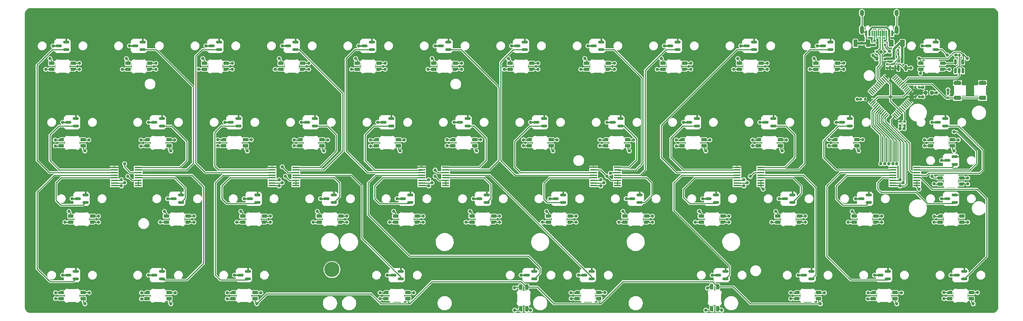
<source format=gbr>
G04 #@! TF.GenerationSoftware,KiCad,Pcbnew,(7.0.0)*
G04 #@! TF.CreationDate,2023-09-25T14:47:28+02:00*
G04 #@! TF.ProjectId,vootington,766f6f74-696e-4677-946f-6e2e6b696361,rev?*
G04 #@! TF.SameCoordinates,Original*
G04 #@! TF.FileFunction,Copper,L2,Bot*
G04 #@! TF.FilePolarity,Positive*
%FSLAX46Y46*%
G04 Gerber Fmt 4.6, Leading zero omitted, Abs format (unit mm)*
G04 Created by KiCad (PCBNEW (7.0.0)) date 2023-09-25 14:47:28*
%MOMM*%
%LPD*%
G01*
G04 APERTURE LIST*
G04 Aperture macros list*
%AMRoundRect*
0 Rectangle with rounded corners*
0 $1 Rounding radius*
0 $2 $3 $4 $5 $6 $7 $8 $9 X,Y pos of 4 corners*
0 Add a 4 corners polygon primitive as box body*
4,1,4,$2,$3,$4,$5,$6,$7,$8,$9,$2,$3,0*
0 Add four circle primitives for the rounded corners*
1,1,$1+$1,$2,$3*
1,1,$1+$1,$4,$5*
1,1,$1+$1,$6,$7*
1,1,$1+$1,$8,$9*
0 Add four rect primitives between the rounded corners*
20,1,$1+$1,$2,$3,$4,$5,0*
20,1,$1+$1,$4,$5,$6,$7,0*
20,1,$1+$1,$6,$7,$8,$9,0*
20,1,$1+$1,$8,$9,$2,$3,0*%
%AMFreePoly0*
4,1,18,-0.410000,0.593000,-0.403758,0.624380,-0.385983,0.650983,-0.359380,0.668758,-0.328000,0.675000,0.328000,0.675000,0.359380,0.668758,0.385983,0.650983,0.403758,0.624380,0.410000,0.593000,0.410000,-0.593000,0.403758,-0.624380,0.385983,-0.650983,0.359380,-0.668758,0.328000,-0.675000,0.000000,-0.675000,-0.410000,-0.265000,-0.410000,0.593000,-0.410000,0.593000,$1*%
G04 Aperture macros list end*
G04 #@! TA.AperFunction,ComponentPad*
%ADD10C,3.800000*%
G04 #@! TD*
G04 #@! TA.AperFunction,SMDPad,CuDef*
%ADD11RoundRect,0.082000X-0.328000X-0.593000X0.328000X-0.593000X0.328000X0.593000X-0.328000X0.593000X0*%
G04 #@! TD*
G04 #@! TA.AperFunction,SMDPad,CuDef*
%ADD12FreePoly0,0.000000*%
G04 #@! TD*
G04 #@! TA.AperFunction,SMDPad,CuDef*
%ADD13RoundRect,0.150000X0.150000X-0.512500X0.150000X0.512500X-0.150000X0.512500X-0.150000X-0.512500X0*%
G04 #@! TD*
G04 #@! TA.AperFunction,SMDPad,CuDef*
%ADD14RoundRect,0.150000X0.587500X0.150000X-0.587500X0.150000X-0.587500X-0.150000X0.587500X-0.150000X0*%
G04 #@! TD*
G04 #@! TA.AperFunction,SMDPad,CuDef*
%ADD15R,1.778000X0.419100*%
G04 #@! TD*
G04 #@! TA.AperFunction,SMDPad,CuDef*
%ADD16RoundRect,0.082000X-0.593000X0.328000X-0.593000X-0.328000X0.593000X-0.328000X0.593000X0.328000X0*%
G04 #@! TD*
G04 #@! TA.AperFunction,SMDPad,CuDef*
%ADD17FreePoly0,270.000000*%
G04 #@! TD*
G04 #@! TA.AperFunction,SMDPad,CuDef*
%ADD18RoundRect,0.082000X0.593000X-0.328000X0.593000X0.328000X-0.593000X0.328000X-0.593000X-0.328000X0*%
G04 #@! TD*
G04 #@! TA.AperFunction,SMDPad,CuDef*
%ADD19FreePoly0,90.000000*%
G04 #@! TD*
G04 #@! TA.AperFunction,SMDPad,CuDef*
%ADD20R,1.800000X1.100000*%
G04 #@! TD*
G04 #@! TA.AperFunction,SMDPad,CuDef*
%ADD21RoundRect,0.075000X0.521491X-0.415425X-0.415425X0.521491X-0.521491X0.415425X0.415425X-0.521491X0*%
G04 #@! TD*
G04 #@! TA.AperFunction,SMDPad,CuDef*
%ADD22RoundRect,0.075000X0.521491X0.415425X0.415425X0.521491X-0.521491X-0.415425X-0.415425X-0.521491X0*%
G04 #@! TD*
G04 #@! TA.AperFunction,SMDPad,CuDef*
%ADD23RoundRect,0.140000X0.140000X0.170000X-0.140000X0.170000X-0.140000X-0.170000X0.140000X-0.170000X0*%
G04 #@! TD*
G04 #@! TA.AperFunction,SMDPad,CuDef*
%ADD24RoundRect,0.135000X0.185000X-0.135000X0.185000X0.135000X-0.185000X0.135000X-0.185000X-0.135000X0*%
G04 #@! TD*
G04 #@! TA.AperFunction,SMDPad,CuDef*
%ADD25RoundRect,0.140000X-0.170000X0.140000X-0.170000X-0.140000X0.170000X-0.140000X0.170000X0.140000X0*%
G04 #@! TD*
G04 #@! TA.AperFunction,SMDPad,CuDef*
%ADD26R,0.700000X1.000000*%
G04 #@! TD*
G04 #@! TA.AperFunction,SMDPad,CuDef*
%ADD27R,0.700000X0.600000*%
G04 #@! TD*
G04 #@! TA.AperFunction,SMDPad,CuDef*
%ADD28RoundRect,0.140000X-0.140000X-0.170000X0.140000X-0.170000X0.140000X0.170000X-0.140000X0.170000X0*%
G04 #@! TD*
G04 #@! TA.AperFunction,SMDPad,CuDef*
%ADD29R,0.600000X1.450000*%
G04 #@! TD*
G04 #@! TA.AperFunction,SMDPad,CuDef*
%ADD30R,0.300000X1.450000*%
G04 #@! TD*
G04 #@! TA.AperFunction,ComponentPad*
%ADD31O,1.000000X1.600000*%
G04 #@! TD*
G04 #@! TA.AperFunction,ComponentPad*
%ADD32O,1.000000X2.100000*%
G04 #@! TD*
G04 #@! TA.AperFunction,SMDPad,CuDef*
%ADD33RoundRect,0.140000X0.170000X-0.140000X0.170000X0.140000X-0.170000X0.140000X-0.170000X-0.140000X0*%
G04 #@! TD*
G04 #@! TA.AperFunction,SMDPad,CuDef*
%ADD34RoundRect,0.250000X-0.275000X-0.700000X0.275000X-0.700000X0.275000X0.700000X-0.275000X0.700000X0*%
G04 #@! TD*
G04 #@! TA.AperFunction,SMDPad,CuDef*
%ADD35RoundRect,0.225000X-0.225000X-0.250000X0.225000X-0.250000X0.225000X0.250000X-0.225000X0.250000X0*%
G04 #@! TD*
G04 #@! TA.AperFunction,SMDPad,CuDef*
%ADD36RoundRect,0.150000X0.150000X-0.587500X0.150000X0.587500X-0.150000X0.587500X-0.150000X-0.587500X0*%
G04 #@! TD*
G04 #@! TA.AperFunction,SMDPad,CuDef*
%ADD37RoundRect,0.250000X-0.375000X-0.625000X0.375000X-0.625000X0.375000X0.625000X-0.375000X0.625000X0*%
G04 #@! TD*
G04 #@! TA.AperFunction,ViaPad*
%ADD38C,0.800000*%
G04 #@! TD*
G04 #@! TA.AperFunction,Conductor*
%ADD39C,0.250000*%
G04 #@! TD*
G04 #@! TA.AperFunction,Conductor*
%ADD40C,0.600000*%
G04 #@! TD*
G04 #@! TA.AperFunction,Conductor*
%ADD41C,0.381000*%
G04 #@! TD*
G04 #@! TA.AperFunction,Conductor*
%ADD42C,0.200000*%
G04 #@! TD*
G04 APERTURE END LIST*
D10*
X103662500Y-97024000D03*
D11*
X152212750Y-101395000D03*
X150712750Y-101395000D03*
X152212750Y-106845000D03*
D12*
X150712749Y-106844999D03*
D13*
X260982500Y-47492500D03*
X260032500Y-47492500D03*
X259082500Y-47492500D03*
X259082500Y-45217500D03*
X260982500Y-45217500D03*
D14*
X258906250Y-68900000D03*
X258906250Y-70800000D03*
X257031250Y-69850000D03*
D15*
X210569635Y-71563904D03*
X210569635Y-72214144D03*
X210569635Y-72864384D03*
X210569635Y-73514624D03*
X210569635Y-74159784D03*
X210569635Y-74810024D03*
X210569635Y-75460264D03*
X210569635Y-76110504D03*
X204620955Y-76110504D03*
X204620955Y-75460264D03*
X204620955Y-74810024D03*
X204620955Y-74159784D03*
X204620955Y-73514624D03*
X204620955Y-72864384D03*
X204620955Y-72214144D03*
X204620955Y-71563904D03*
D16*
X41618750Y-104279000D03*
X41618750Y-102779000D03*
X36168750Y-104279000D03*
D17*
X36168749Y-102778999D03*
D14*
X201756250Y-97475000D03*
X201756250Y-99375000D03*
X199881250Y-98425000D03*
D18*
X109987500Y-45629000D03*
X109987500Y-47129000D03*
X115437500Y-45629000D03*
D19*
X115437499Y-47128999D03*
D14*
X39831250Y-97475000D03*
X39831250Y-99375000D03*
X37956250Y-98425000D03*
D18*
X38550000Y-83729000D03*
X38550000Y-85229000D03*
X44000000Y-83729000D03*
D19*
X43999999Y-85228999D03*
D14*
X151750000Y-40325000D03*
X151750000Y-42225000D03*
X149875000Y-41275000D03*
D18*
X214762500Y-83729000D03*
X214762500Y-85229000D03*
X220212500Y-83729000D03*
D19*
X220212499Y-85228999D03*
D16*
X263075000Y-104279000D03*
X263075000Y-102779000D03*
X257625000Y-104279000D03*
D17*
X257624999Y-102778999D03*
D14*
X85075000Y-78425000D03*
X85075000Y-80325000D03*
X83200000Y-79375000D03*
X120793750Y-97475000D03*
X120793750Y-99375000D03*
X118918750Y-98425000D03*
D20*
X265831249Y-50537499D03*
X259631249Y-50537499D03*
X265831249Y-54237499D03*
X259631249Y-54237499D03*
D21*
X247775376Y-54973788D03*
X247421822Y-55327342D03*
X247068269Y-55680895D03*
X246714715Y-56034449D03*
X246361162Y-56388002D03*
X246007609Y-56741555D03*
X245654055Y-57095109D03*
X245300502Y-57448662D03*
X244946949Y-57802215D03*
X244593395Y-58155769D03*
X244239842Y-58509322D03*
X243886288Y-58862876D03*
D22*
X241888712Y-58862876D03*
X241535158Y-58509322D03*
X241181605Y-58155769D03*
X240828051Y-57802215D03*
X240474498Y-57448662D03*
X240120945Y-57095109D03*
X239767391Y-56741555D03*
X239413838Y-56388002D03*
X239060285Y-56034449D03*
X238706731Y-55680895D03*
X238353178Y-55327342D03*
X237999624Y-54973788D03*
D21*
X237999624Y-52976212D03*
X238353178Y-52622658D03*
X238706731Y-52269105D03*
X239060285Y-51915551D03*
X239413838Y-51561998D03*
X239767391Y-51208445D03*
X240120945Y-50854891D03*
X240474498Y-50501338D03*
X240828051Y-50147785D03*
X241181605Y-49794231D03*
X241535158Y-49440678D03*
X241888712Y-49087124D03*
D22*
X243886288Y-49087124D03*
X244239842Y-49440678D03*
X244593395Y-49794231D03*
X244946949Y-50147785D03*
X245300502Y-50501338D03*
X245654055Y-50854891D03*
X246007609Y-51208445D03*
X246361162Y-51561998D03*
X246714715Y-51915551D03*
X247068269Y-52269105D03*
X247421822Y-52622658D03*
X247775376Y-52976212D03*
D18*
X186187500Y-45629000D03*
X186187500Y-47129000D03*
X191637500Y-45629000D03*
D19*
X191637499Y-47128999D03*
D23*
X245774634Y-42346718D03*
X244814634Y-42346718D03*
D16*
X84481250Y-104279000D03*
X84481250Y-102779000D03*
X79031250Y-104279000D03*
D17*
X79031249Y-102778999D03*
D24*
X238918750Y-40991250D03*
X238918750Y-39971250D03*
D25*
X246345055Y-60165152D03*
X246345055Y-61125152D03*
D16*
X63050000Y-66179000D03*
X63050000Y-64679000D03*
X57600000Y-66179000D03*
D17*
X57599999Y-64678999D03*
D16*
X101150000Y-66179000D03*
X101150000Y-64679000D03*
X95700000Y-66179000D03*
D17*
X95699999Y-64678999D03*
D14*
X199375000Y-78425000D03*
X199375000Y-80325000D03*
X197500000Y-79375000D03*
X137462500Y-59375000D03*
X137462500Y-61275000D03*
X135587500Y-60325000D03*
D26*
X239506249Y-44406249D03*
D27*
X239506249Y-42706249D03*
X241506249Y-42706249D03*
X241506249Y-44606249D03*
D14*
X227950000Y-40325000D03*
X227950000Y-42225000D03*
X226075000Y-41275000D03*
X256525000Y-59375000D03*
X256525000Y-61275000D03*
X254650000Y-60325000D03*
X156512500Y-59375000D03*
X156512500Y-61275000D03*
X154637500Y-60325000D03*
D28*
X244819051Y-43317532D03*
X245779051Y-43317532D03*
D18*
X71887500Y-45629000D03*
X71887500Y-47129000D03*
X77337500Y-45629000D03*
D19*
X77337499Y-47128999D03*
D16*
X120200000Y-66179000D03*
X120200000Y-64679000D03*
X114750000Y-66179000D03*
D17*
X114749999Y-64678999D03*
D16*
X215450000Y-66179000D03*
X215450000Y-64679000D03*
X210000000Y-66179000D03*
D17*
X209999999Y-64678999D03*
D18*
X255243750Y-74204000D03*
X255243750Y-75704000D03*
X260693750Y-74204000D03*
D19*
X260693749Y-75703999D03*
D14*
X142225000Y-78425000D03*
X142225000Y-80325000D03*
X140350000Y-79375000D03*
D18*
X33787500Y-45629000D03*
X33787500Y-47129000D03*
X39237500Y-45629000D03*
D19*
X39237499Y-47128999D03*
D14*
X132700000Y-40325000D03*
X132700000Y-42225000D03*
X130825000Y-41275000D03*
D25*
X245268750Y-60158750D03*
X245268750Y-61118750D03*
D14*
X154131250Y-97475000D03*
X154131250Y-99375000D03*
X152256250Y-98425000D03*
D24*
X241553411Y-40991249D03*
X241553411Y-39971249D03*
D16*
X41618750Y-66179000D03*
X41618750Y-64679000D03*
X36168750Y-66179000D03*
D17*
X36168749Y-64678999D03*
D18*
X195712500Y-83729000D03*
X195712500Y-85229000D03*
X201162500Y-83729000D03*
D19*
X201162499Y-85228999D03*
D14*
X123175000Y-78425000D03*
X123175000Y-80325000D03*
X121300000Y-79375000D03*
D18*
X224287500Y-45629000D03*
X224287500Y-47129000D03*
X229737500Y-45629000D03*
D19*
X229737499Y-47128999D03*
D14*
X82693750Y-97475000D03*
X82693750Y-99375000D03*
X80818750Y-98425000D03*
D23*
X236541368Y-54558187D03*
X235581368Y-54558187D03*
D11*
X199825749Y-101338000D03*
X198325749Y-101338000D03*
X199825749Y-106788000D03*
D12*
X198325748Y-106787999D03*
D14*
X180325000Y-78425000D03*
X180325000Y-80325000D03*
X178450000Y-79375000D03*
X66025000Y-78425000D03*
X66025000Y-80325000D03*
X64150000Y-79375000D03*
D15*
X55361839Y-71545449D03*
X55361839Y-72195689D03*
X55361839Y-72845929D03*
X55361839Y-73496169D03*
X55361839Y-74141329D03*
X55361839Y-74791569D03*
X55361839Y-75441809D03*
X55361839Y-76092049D03*
X49413159Y-76092049D03*
X49413159Y-75441809D03*
X49413159Y-74791569D03*
X49413159Y-74141329D03*
X49413159Y-73496169D03*
X49413159Y-72845929D03*
X49413159Y-72195689D03*
X49413159Y-71545449D03*
D14*
X37450000Y-40325000D03*
X37450000Y-42225000D03*
X35575000Y-41275000D03*
X237475000Y-78425000D03*
X237475000Y-80325000D03*
X235600000Y-79375000D03*
X261287500Y-97475000D03*
X261287500Y-99375000D03*
X259412500Y-98425000D03*
X61262500Y-97475000D03*
X61262500Y-99375000D03*
X59387500Y-98425000D03*
X113650000Y-40325000D03*
X113650000Y-42225000D03*
X111775000Y-41275000D03*
X104125000Y-78425000D03*
X104125000Y-80325000D03*
X102250000Y-79375000D03*
X56500000Y-40325000D03*
X56500000Y-42225000D03*
X54625000Y-41275000D03*
D29*
X236843499Y-38176249D03*
X237643499Y-38176249D03*
D30*
X238843499Y-38176249D03*
X239843499Y-38176249D03*
X240343499Y-38176249D03*
X241343499Y-38176249D03*
D29*
X242543499Y-38176249D03*
X243343499Y-38176249D03*
X243343499Y-38176249D03*
X242543499Y-38176249D03*
D30*
X241843499Y-38176249D03*
X240843499Y-38176249D03*
X239343499Y-38176249D03*
X238343499Y-38176249D03*
D29*
X237643499Y-38176249D03*
X236843499Y-38176249D03*
D31*
X235773499Y-33081249D03*
D32*
X235773499Y-37261249D03*
D31*
X244413499Y-33081249D03*
D32*
X244413499Y-37261249D03*
D14*
X170800000Y-40325000D03*
X170800000Y-42225000D03*
X168925000Y-41275000D03*
X223187500Y-97475000D03*
X223187500Y-99375000D03*
X221312500Y-98425000D03*
D16*
X224975000Y-104279000D03*
X224975000Y-102779000D03*
X219525000Y-104279000D03*
D17*
X219524999Y-102778999D03*
D15*
X174850885Y-71543434D03*
X174850885Y-72193674D03*
X174850885Y-72843914D03*
X174850885Y-73494154D03*
X174850885Y-74139314D03*
X174850885Y-74789554D03*
X174850885Y-75439794D03*
X174850885Y-76090034D03*
X168902205Y-76090034D03*
X168902205Y-75439794D03*
X168902205Y-74789554D03*
X168902205Y-74139314D03*
X168902205Y-73494154D03*
X168902205Y-72843914D03*
X168902205Y-72193674D03*
X168902205Y-71543434D03*
D18*
X250481250Y-45629000D03*
X250481250Y-47129000D03*
X255931250Y-45629000D03*
D19*
X255931249Y-47128999D03*
D16*
X82100000Y-66179000D03*
X82100000Y-64679000D03*
X76650000Y-66179000D03*
D17*
X76649999Y-64678999D03*
D14*
X61262500Y-59375000D03*
X61262500Y-61275000D03*
X59387500Y-60325000D03*
X80312500Y-59375000D03*
X80312500Y-61275000D03*
X78437500Y-60325000D03*
D33*
X242093750Y-46807472D03*
X242093750Y-45847472D03*
D16*
X234500000Y-66179000D03*
X234500000Y-64679000D03*
X229050000Y-66179000D03*
D17*
X229049999Y-64678999D03*
D14*
X118412500Y-59375000D03*
X118412500Y-61275000D03*
X116537500Y-60325000D03*
D28*
X249071250Y-51593750D03*
X250031250Y-51593750D03*
D14*
X175562500Y-59375000D03*
X175562500Y-61275000D03*
X173687500Y-60325000D03*
D25*
X243424261Y-45847472D03*
X243424261Y-46807472D03*
D18*
X205237500Y-45629000D03*
X205237500Y-47129000D03*
X210687500Y-45629000D03*
D19*
X210687499Y-47128999D03*
D24*
X257250000Y-54237500D03*
X257250000Y-53217500D03*
D18*
X129037500Y-45629000D03*
X129037500Y-47129000D03*
X134487500Y-45629000D03*
D19*
X134487499Y-47128999D03*
D16*
X158300000Y-66179000D03*
X158300000Y-64679000D03*
X152850000Y-66179000D03*
D17*
X152849999Y-64678999D03*
D18*
X100462500Y-83729000D03*
X100462500Y-85229000D03*
X105912500Y-83729000D03*
D19*
X105912499Y-85228999D03*
D18*
X233812500Y-83729000D03*
X233812500Y-85229000D03*
X239262500Y-83729000D03*
D19*
X239262499Y-85228999D03*
D18*
X90937500Y-45629000D03*
X90937500Y-47129000D03*
X96387500Y-45629000D03*
D19*
X96387499Y-47128999D03*
D15*
X249463385Y-71563904D03*
X249463385Y-72214144D03*
X249463385Y-72864384D03*
X249463385Y-73514624D03*
X249463385Y-74159784D03*
X249463385Y-74810024D03*
X249463385Y-75460264D03*
X249463385Y-76110504D03*
X243514705Y-76110504D03*
X243514705Y-75460264D03*
X243514705Y-74810024D03*
X243514705Y-74159784D03*
X243514705Y-73514624D03*
X243514705Y-72864384D03*
X243514705Y-72214144D03*
X243514705Y-71563904D03*
D34*
X234168750Y-40640000D03*
X237318750Y-40640000D03*
D16*
X244025000Y-104279000D03*
X244025000Y-102779000D03*
X238575000Y-104279000D03*
D17*
X238574999Y-102778999D03*
D18*
X81412500Y-83729000D03*
X81412500Y-85229000D03*
X86862500Y-83729000D03*
D19*
X86862499Y-85228999D03*
D16*
X260693750Y-85229000D03*
X260693750Y-83729000D03*
X255243750Y-85229000D03*
D17*
X255243749Y-83728999D03*
D18*
X157612500Y-83729000D03*
X157612500Y-85229000D03*
X163062500Y-83729000D03*
D19*
X163062499Y-85228999D03*
D28*
X249071250Y-53975000D03*
X250031250Y-53975000D03*
D18*
X138562500Y-83729000D03*
X138562500Y-85229000D03*
X144012500Y-83729000D03*
D19*
X144012499Y-85228999D03*
D14*
X39831250Y-59375000D03*
X39831250Y-61275000D03*
X37956250Y-60325000D03*
X94600000Y-40325000D03*
X94600000Y-42225000D03*
X92725000Y-41275000D03*
X189850000Y-40325000D03*
X189850000Y-42225000D03*
X187975000Y-41275000D03*
X242237500Y-97475000D03*
X242237500Y-99375000D03*
X240362500Y-98425000D03*
D18*
X167137500Y-45629000D03*
X167137500Y-47129000D03*
X172587500Y-45629000D03*
D19*
X172587499Y-47128999D03*
D14*
X232712500Y-59375000D03*
X232712500Y-61275000D03*
X230837500Y-60325000D03*
X99362500Y-59375000D03*
X99362500Y-61275000D03*
X97487500Y-60325000D03*
X168418750Y-97475000D03*
X168418750Y-99375000D03*
X166543750Y-98425000D03*
D16*
X139250000Y-66179000D03*
X139250000Y-64679000D03*
X133800000Y-66179000D03*
D17*
X133799999Y-64678999D03*
D14*
X218425000Y-78425000D03*
X218425000Y-80325000D03*
X216550000Y-79375000D03*
X254143750Y-40325000D03*
X254143750Y-42225000D03*
X252268750Y-41275000D03*
D18*
X148087500Y-45629000D03*
X148087500Y-47129000D03*
X153537500Y-45629000D03*
D19*
X153537499Y-47128999D03*
D14*
X213662500Y-59375000D03*
X213662500Y-61275000D03*
X211787500Y-60325000D03*
D16*
X258312500Y-66179000D03*
X258312500Y-64679000D03*
X252862500Y-66179000D03*
D17*
X252862499Y-64678999D03*
D16*
X177350000Y-66179000D03*
X177350000Y-64679000D03*
X171900000Y-66179000D03*
D17*
X171899999Y-64678999D03*
D35*
X251634461Y-52925494D03*
X253184461Y-52925494D03*
D18*
X119512500Y-83729000D03*
X119512500Y-85229000D03*
X124962500Y-83729000D03*
D19*
X124962499Y-85228999D03*
D14*
X194612500Y-59375000D03*
X194612500Y-61275000D03*
X192737500Y-60325000D03*
X161275000Y-78425000D03*
X161275000Y-80325000D03*
X159400000Y-79375000D03*
X42212500Y-78425000D03*
X42212500Y-80325000D03*
X40337500Y-79375000D03*
D15*
X94682135Y-71545449D03*
X94682135Y-72195689D03*
X94682135Y-72845929D03*
X94682135Y-73496169D03*
X94682135Y-74141329D03*
X94682135Y-74791569D03*
X94682135Y-75441809D03*
X94682135Y-76092049D03*
X88733455Y-76092049D03*
X88733455Y-75441809D03*
X88733455Y-74791569D03*
X88733455Y-74141329D03*
X88733455Y-73496169D03*
X88733455Y-72845929D03*
X88733455Y-72195689D03*
X88733455Y-71545449D03*
D14*
X258906250Y-78425000D03*
X258906250Y-80325000D03*
X257031250Y-79375000D03*
D15*
X131988385Y-71543434D03*
X131988385Y-72193674D03*
X131988385Y-72843914D03*
X131988385Y-73494154D03*
X131988385Y-74139314D03*
X131988385Y-74789554D03*
X131988385Y-75439794D03*
X131988385Y-76090034D03*
X126039705Y-76090034D03*
X126039705Y-75439794D03*
X126039705Y-74789554D03*
X126039705Y-74139314D03*
X126039705Y-73494154D03*
X126039705Y-72843914D03*
X126039705Y-72193674D03*
X126039705Y-71543434D03*
D28*
X260060500Y-43561000D03*
X261020500Y-43561000D03*
D14*
X208900000Y-40325000D03*
X208900000Y-42225000D03*
X207025000Y-41275000D03*
D36*
X246755511Y-46807472D03*
X244855511Y-46807472D03*
X245805511Y-44932472D03*
D16*
X170206250Y-104279000D03*
X170206250Y-102779000D03*
X164756250Y-104279000D03*
D17*
X164756249Y-102778999D03*
D37*
X243075000Y-40640000D03*
X245875000Y-40640000D03*
D18*
X52837500Y-45629000D03*
X52837500Y-47129000D03*
X58287500Y-45629000D03*
D19*
X58287499Y-47128999D03*
D14*
X75550000Y-40325000D03*
X75550000Y-42225000D03*
X73675000Y-41275000D03*
D18*
X176662500Y-83729000D03*
X176662500Y-85229000D03*
X182112500Y-83729000D03*
D19*
X182112499Y-85228999D03*
D18*
X62362500Y-83729000D03*
X62362500Y-85229000D03*
X67812500Y-83729000D03*
D19*
X67812499Y-85228999D03*
D16*
X63050000Y-104279000D03*
X63050000Y-102779000D03*
X57600000Y-104279000D03*
D17*
X57599999Y-102778999D03*
D16*
X196400000Y-66179000D03*
X196400000Y-64679000D03*
X190950000Y-66179000D03*
D17*
X190949999Y-64678999D03*
D16*
X122581250Y-104279000D03*
X122581250Y-102779000D03*
X117131250Y-104279000D03*
D17*
X117131249Y-102778999D03*
D38*
X120666149Y-67476587D03*
X139716149Y-67476587D03*
X176212500Y-82550000D03*
X214312500Y-82550000D03*
X42068750Y-67468750D03*
X63516149Y-67476587D03*
X258762500Y-67468750D03*
X225425000Y-105568750D03*
X195262500Y-82550000D03*
X196866149Y-67476587D03*
X233362500Y-82550000D03*
X63500000Y-105568750D03*
X52387500Y-44450000D03*
X119062500Y-82550000D03*
X147637500Y-44450000D03*
X71437500Y-44450000D03*
X38100000Y-82550000D03*
X243681250Y-44450000D03*
X250031250Y-44450000D03*
X84931250Y-105568750D03*
X253206250Y-73818750D03*
X158766149Y-67476587D03*
X61912500Y-82550000D03*
X82566149Y-67476587D03*
X215916149Y-67476587D03*
X223837500Y-44450000D03*
X262064500Y-44450000D03*
X33337500Y-44450000D03*
X262159750Y-85217000D03*
X42068750Y-105568750D03*
X109537500Y-44450000D03*
X90487500Y-44450000D03*
X204787500Y-44450000D03*
X100012500Y-82550000D03*
X263525000Y-105568750D03*
X157162500Y-82550000D03*
X177816149Y-67476587D03*
X166687500Y-44450000D03*
X185737500Y-44450000D03*
X101616149Y-67476587D03*
X138112500Y-82550000D03*
X128587500Y-44450000D03*
X244475000Y-105568750D03*
X80962500Y-82550000D03*
X234966149Y-67476587D03*
X34131250Y-41275000D03*
X250031250Y-76993750D03*
X134143750Y-60325000D03*
X40703500Y-47117000D03*
X72231250Y-41275000D03*
X97853500Y-47117000D03*
X250992148Y-53969830D03*
X53181250Y-41275000D03*
X202628500Y-85217000D03*
X211137500Y-76993750D03*
X183578500Y-85217000D03*
X117475000Y-98425000D03*
X151407694Y-64688560D03*
X75165166Y-64681674D03*
X218051796Y-102817213D03*
X242887500Y-53975000D03*
X56065792Y-64736411D03*
X155003500Y-47117000D03*
X119856250Y-79375000D03*
X117475000Y-98425000D03*
X250825000Y-41275000D03*
X215106250Y-79375000D03*
X45466000Y-85217000D03*
X247990441Y-46773765D03*
X119856250Y-79375000D03*
X237294441Y-102826775D03*
X212153500Y-47117000D03*
X186531250Y-41275000D03*
X250979835Y-51609734D03*
X229393750Y-60325000D03*
X96043750Y-60325000D03*
X81756250Y-79375000D03*
X34131250Y-41275000D03*
X62706250Y-79375000D03*
X234619332Y-54571763D03*
X34676825Y-64725845D03*
X148431250Y-41275000D03*
X78803500Y-47117000D03*
X174053500Y-47117000D03*
X88328500Y-85217000D03*
X110331250Y-41275000D03*
X129381250Y-41275000D03*
X253867831Y-83746645D03*
X219868750Y-98425000D03*
X238918750Y-98425000D03*
X76993750Y-60325000D03*
X77558776Y-102835094D03*
X224631250Y-41275000D03*
X57943750Y-98425000D03*
X167481250Y-41275000D03*
X129381250Y-73818750D03*
X227545463Y-64662224D03*
X221678500Y-85217000D03*
X231203500Y-47117000D03*
X164528500Y-85217000D03*
X53181250Y-41275000D03*
X100806250Y-79375000D03*
X115093750Y-60325000D03*
X57943750Y-60325000D03*
X255587500Y-69850000D03*
X257968750Y-98425000D03*
X100806250Y-79375000D03*
X34761802Y-102793287D03*
X36512500Y-60325000D03*
X36512500Y-60325000D03*
X76993750Y-60325000D03*
X219868750Y-98425000D03*
X165100000Y-98425000D03*
X238526464Y-43636920D03*
X52754704Y-73818750D03*
X262159750Y-75692000D03*
X157956250Y-79375000D03*
X36512500Y-98425000D03*
X116903500Y-47117000D03*
X177006250Y-79375000D03*
X177006250Y-79375000D03*
X208520000Y-64710598D03*
X110331250Y-41275000D03*
X38893750Y-79375000D03*
X57943750Y-60325000D03*
X259143500Y-43561000D03*
X246330846Y-61919920D03*
X257968750Y-98425000D03*
X245268750Y-61912500D03*
X157956250Y-79375000D03*
X191293750Y-60325000D03*
X153193750Y-60325000D03*
X242650391Y-42615451D03*
X255587500Y-79375000D03*
X229393750Y-60325000D03*
X215106250Y-79375000D03*
X79375000Y-98425000D03*
X165100000Y-98425000D03*
X96043750Y-60325000D03*
X198437500Y-98425000D03*
X234156250Y-79375000D03*
X138906250Y-79375000D03*
X134143750Y-60325000D03*
X81756250Y-79375000D03*
X251417155Y-64714326D03*
X145478500Y-85217000D03*
X205581250Y-41275000D03*
X92075000Y-73818750D03*
X148431250Y-41275000D03*
X115643164Y-102803683D03*
X172243750Y-60325000D03*
X79375000Y-98425000D03*
X172243750Y-73818750D03*
X91281250Y-41275000D03*
X153193750Y-60325000D03*
X107378500Y-85217000D03*
X254370254Y-52925494D03*
X170468864Y-64710598D03*
X57943750Y-98425000D03*
X238918750Y-98425000D03*
X72231250Y-41275000D03*
X167481250Y-41275000D03*
X253206250Y-60325000D03*
X113254553Y-64768221D03*
X150812500Y-98425000D03*
X210343750Y-60325000D03*
X172243750Y-60325000D03*
X138906250Y-79375000D03*
X186531250Y-41275000D03*
X91281250Y-41275000D03*
X36512500Y-98425000D03*
X253206250Y-60325000D03*
X257574990Y-47158469D03*
X196056250Y-79375000D03*
X250825000Y-41275000D03*
X69278500Y-85217000D03*
X234156250Y-79375000D03*
X240728500Y-85217000D03*
X255587500Y-79375000D03*
X196850000Y-107156250D03*
X38893750Y-79375000D03*
X115093750Y-60325000D03*
X256211185Y-102778787D03*
X193103500Y-47117000D03*
X129381250Y-41275000D03*
X149225000Y-107156250D03*
X62706250Y-79375000D03*
X163254694Y-102812468D03*
X205581250Y-41275000D03*
X59753500Y-47117000D03*
X235743750Y-40640000D03*
X56179568Y-102837221D03*
X189499106Y-64733776D03*
X198437500Y-98425000D03*
X126428500Y-85217000D03*
X132345154Y-64682992D03*
X196056250Y-79375000D03*
X94249611Y-64705077D03*
X191293750Y-60325000D03*
X210343750Y-60325000D03*
X135953500Y-47117000D03*
X257233768Y-52243479D03*
X255240689Y-50544244D03*
X66025216Y-77128346D03*
X156512716Y-58078346D03*
X227950216Y-39028346D03*
X118412716Y-58078346D03*
X237349581Y-54561617D03*
X37450216Y-39028346D03*
X260307055Y-68900000D03*
X260393000Y-78467970D03*
X94600216Y-39028346D03*
X232712716Y-58078346D03*
X242093750Y-47625000D03*
X213662716Y-58078346D03*
X104125216Y-77128346D03*
X61262716Y-96178346D03*
X170800216Y-39028346D03*
X120793966Y-96178346D03*
X218425216Y-77128346D03*
X154131466Y-96178346D03*
X80312716Y-58078346D03*
X194612716Y-58078346D03*
X137462716Y-58078346D03*
X75550216Y-39028346D03*
X223187716Y-96178346D03*
X245514886Y-59214126D03*
X180325216Y-77128346D03*
X208900216Y-39028346D03*
X142225216Y-77128346D03*
X189850216Y-39028346D03*
X151750216Y-39028346D03*
X199375216Y-77128346D03*
X85075216Y-77128346D03*
X61262716Y-58078346D03*
X123175216Y-77128346D03*
X175562716Y-58078346D03*
X161275216Y-77128346D03*
X99362716Y-58078346D03*
X82693966Y-96178346D03*
X42212716Y-77128346D03*
X56500216Y-39028346D03*
X39831466Y-58078346D03*
X132700216Y-39028346D03*
X256525216Y-58078346D03*
X261287716Y-96178346D03*
X201756466Y-96178346D03*
X168418966Y-96178346D03*
X248297095Y-53510594D03*
X113650216Y-39028346D03*
X242237716Y-96178346D03*
X237475216Y-77128346D03*
X39831466Y-96178346D03*
X254143966Y-39028346D03*
X258762500Y-62706250D03*
X257059576Y-43540826D03*
X203771500Y-47117000D03*
X193103500Y-45629334D03*
X140727154Y-64682992D03*
X151407694Y-66176226D03*
X262159750Y-74204334D03*
X259799155Y-64714326D03*
X145478500Y-83729334D03*
X156146500Y-85217000D03*
X37084000Y-85217000D03*
X34761802Y-104280953D03*
X163290250Y-104267000D03*
X149225000Y-101600000D03*
X174053500Y-45629334D03*
X184721500Y-47117000D03*
X121636553Y-64768221D03*
X132345154Y-66170658D03*
X175196500Y-85217000D03*
X164528500Y-83729334D03*
X153193750Y-107156250D03*
X124025164Y-102803683D03*
X207962500Y-73818750D03*
X244475000Y-70643750D03*
X90487500Y-74612500D03*
X245268750Y-74612500D03*
X51167204Y-74612500D03*
X206375000Y-74612500D03*
X127793750Y-74612500D03*
X170656250Y-74612500D03*
X51960954Y-75406250D03*
X171450000Y-75406250D03*
X128587500Y-75406250D03*
X246062500Y-75406250D03*
X91281250Y-75406250D03*
X207168750Y-75406250D03*
X243475497Y-70643750D03*
X173037500Y-73025000D03*
X127793750Y-76200000D03*
X170656250Y-76200000D03*
X90487500Y-76200000D03*
X51167204Y-76200000D03*
X206375000Y-76200000D03*
X245268750Y-76200000D03*
X32321500Y-47117000D03*
X34676825Y-66213511D03*
X51371500Y-47117000D03*
X40715779Y-45622085D03*
X70421500Y-47117000D03*
X59753500Y-45629334D03*
X89471500Y-47117000D03*
X78803500Y-45629334D03*
X108521500Y-47117000D03*
X97853500Y-45629334D03*
X127571500Y-47117000D03*
X116903500Y-45629334D03*
X146621500Y-47117000D03*
X135953500Y-45629334D03*
X165671500Y-47117000D03*
X155003500Y-45629334D03*
X212153500Y-45629334D03*
X222821500Y-47117000D03*
X250380500Y-48133000D03*
X231203500Y-45629334D03*
X102631611Y-64705077D03*
X113254553Y-66255887D03*
X94249611Y-66192743D03*
X83547166Y-64681674D03*
X64447792Y-64736411D03*
X75165166Y-66169340D03*
X56065792Y-66224077D03*
X43058825Y-64725845D03*
X251417155Y-66201992D03*
X235927463Y-64662224D03*
X216902000Y-64710598D03*
X227545463Y-66149890D03*
X197881106Y-64733776D03*
X208520000Y-66198264D03*
X178850864Y-64710598D03*
X189499106Y-66221442D03*
X159789694Y-64688560D03*
X170468864Y-66198264D03*
X183578500Y-83729334D03*
X194246500Y-85217000D03*
X213296500Y-85217000D03*
X202628500Y-83729334D03*
X221678500Y-83729334D03*
X232346500Y-85217000D03*
X253777750Y-75692000D03*
X240728500Y-83729334D03*
X45466000Y-83729334D03*
X60896500Y-85217000D03*
X69278500Y-83729334D03*
X79946500Y-85217000D03*
X98996500Y-85217000D03*
X88328500Y-83729334D03*
X107378500Y-83729334D03*
X118046500Y-85217000D03*
X137096500Y-85217000D03*
X126428500Y-83729334D03*
X85940776Y-102835094D03*
X115643164Y-104291349D03*
X77558776Y-104322760D03*
X64561568Y-102837221D03*
X56179568Y-104324887D03*
X43143802Y-102793287D03*
X253777750Y-85217000D03*
X264593185Y-102778787D03*
X256211185Y-104266453D03*
X245662542Y-102835094D03*
X237280542Y-104322760D03*
X226433796Y-102817213D03*
X218051796Y-104304879D03*
X197260955Y-101671773D03*
X200818750Y-107156250D03*
X171672250Y-102779334D03*
X129381250Y-72231250D03*
X242475994Y-70643750D03*
X91281250Y-71437500D03*
X241476491Y-70643750D03*
X51960954Y-70643750D03*
X240476988Y-70643750D03*
D39*
X176662500Y-83000000D02*
X176212500Y-82550000D01*
X205237500Y-45629000D02*
X205237500Y-44900000D01*
X261020500Y-45179500D02*
X260982500Y-45217500D01*
X129037500Y-45629000D02*
X129037500Y-44900000D01*
X138562500Y-83729000D02*
X138562500Y-83000000D01*
X87415000Y-103085000D02*
X113403750Y-103085000D01*
D40*
X243681250Y-42094410D02*
X243681250Y-44450000D01*
D39*
X158300000Y-66179000D02*
X158300000Y-67018750D01*
X157612500Y-83729000D02*
X157612500Y-83000000D01*
X81412500Y-83000000D02*
X80962500Y-82550000D01*
X138562500Y-83000000D02*
X138112500Y-82550000D01*
X159021797Y-105568750D02*
X170656250Y-105568750D01*
X41618750Y-66179000D02*
X41618750Y-67018750D01*
X244025000Y-104279000D02*
X244025000Y-105118750D01*
X41618750Y-105118750D02*
X42068750Y-105568750D01*
X170206250Y-104279000D02*
X170206250Y-105118750D01*
X258789000Y-42836000D02*
X260303109Y-42836000D01*
X176192065Y-100032935D02*
X198520684Y-100032935D01*
X196400000Y-66179000D02*
X196400000Y-67018750D01*
X167137500Y-45629000D02*
X167137500Y-44900000D01*
X199825749Y-101338000D02*
X203731750Y-101338000D01*
X100462500Y-83000000D02*
X100012500Y-82550000D01*
X129037500Y-44900000D02*
X128587500Y-44450000D01*
X123031250Y-105568750D02*
X128587500Y-100012500D01*
X33787500Y-45629000D02*
X33787500Y-44900000D01*
X52837500Y-44900000D02*
X52387500Y-44450000D01*
X63050000Y-66179000D02*
X63050000Y-67018750D01*
X250481250Y-45629000D02*
X250481250Y-44900000D01*
X263075000Y-104279000D02*
X263075000Y-105118750D01*
D40*
X245774634Y-44901595D02*
X245805511Y-44932472D01*
D39*
X82100000Y-66179000D02*
X82100000Y-67010438D01*
X109987500Y-44900000D02*
X109537500Y-44450000D01*
X120200000Y-67010438D02*
X120666149Y-67476587D01*
X128587500Y-100012500D02*
X150830250Y-100012500D01*
X154848047Y-101395000D02*
X159021797Y-105568750D01*
X158300000Y-66179000D02*
X158300000Y-67010438D01*
X122581250Y-104279000D02*
X122581250Y-105118750D01*
X157612500Y-83000000D02*
X157162500Y-82550000D01*
X260303109Y-42836000D02*
X261020500Y-43553391D01*
X38550000Y-83000000D02*
X38100000Y-82550000D01*
X234500000Y-67010438D02*
X234966149Y-67476587D01*
X41618750Y-104279000D02*
X41618750Y-105118750D01*
X186187500Y-45629000D02*
X186187500Y-44900000D01*
X215466149Y-67026587D02*
X215916149Y-67476587D01*
X263075000Y-105118750D02*
X263525000Y-105568750D01*
X139250000Y-66179000D02*
X139250000Y-67010438D01*
X255243750Y-74204000D02*
X253591500Y-74204000D01*
X233812500Y-83000000D02*
X233362500Y-82550000D01*
X33787500Y-44900000D02*
X33337500Y-44450000D01*
X257175000Y-44450000D02*
X258789000Y-42836000D01*
X177350000Y-66179000D02*
X177350000Y-67010438D01*
X38550000Y-83729000D02*
X38550000Y-83000000D01*
X100462500Y-83729000D02*
X100462500Y-83000000D01*
X205237500Y-44900000D02*
X204787500Y-44450000D01*
X196400000Y-67010438D02*
X196866149Y-67476587D01*
X233812500Y-83729000D02*
X233812500Y-83000000D01*
X258312500Y-67018750D02*
X258762500Y-67468750D01*
X261175500Y-43561000D02*
X262064500Y-44450000D01*
X82100000Y-66179000D02*
X82100000Y-67018750D01*
X81412500Y-83729000D02*
X81412500Y-83000000D01*
X176662500Y-83729000D02*
X176662500Y-83000000D01*
X63050000Y-105118750D02*
X63500000Y-105568750D01*
X253591500Y-74204000D02*
X253206250Y-73818750D01*
D40*
X245135660Y-40640000D02*
X243694080Y-42081580D01*
D39*
X177350000Y-67010438D02*
X177816149Y-67476587D01*
X122581250Y-105118750D02*
X123031250Y-105568750D01*
X71887500Y-44900000D02*
X71437500Y-44450000D01*
X224975000Y-105118750D02*
X225425000Y-105568750D01*
X224287500Y-45629000D02*
X224287500Y-44900000D01*
X199825749Y-101338000D02*
X198520684Y-100032935D01*
X119512500Y-83000000D02*
X119062500Y-82550000D01*
X214762500Y-83729000D02*
X214762500Y-83000000D01*
X148087500Y-45629000D02*
X148087500Y-44900000D01*
X152212750Y-101395000D02*
X150830250Y-100012500D01*
X261020500Y-43561000D02*
X261020500Y-45179500D01*
X63050000Y-104279000D02*
X63050000Y-105118750D01*
X119512500Y-83729000D02*
X119512500Y-83000000D01*
X113403750Y-103085000D02*
X115887500Y-105568750D01*
X101150000Y-67010438D02*
X101616149Y-67476587D01*
X101150000Y-66179000D02*
X101150000Y-67010438D01*
X158300000Y-67010438D02*
X158766149Y-67476587D01*
X260693750Y-85229000D02*
X262147750Y-85229000D01*
X224287500Y-44900000D02*
X223837500Y-44450000D01*
D40*
X241662500Y-44450000D02*
X241506250Y-44606250D01*
D39*
X262147750Y-85229000D02*
X262159750Y-85217000D01*
X90937500Y-44900000D02*
X90487500Y-44450000D01*
X177350000Y-66179000D02*
X177350000Y-67018750D01*
X139250000Y-66179000D02*
X139250000Y-67018750D01*
X52837500Y-45629000D02*
X52837500Y-44900000D01*
X167137500Y-44900000D02*
X166687500Y-44450000D01*
X115887500Y-105568750D02*
X123031250Y-105568750D01*
D40*
X243681250Y-44450000D02*
X241662500Y-44450000D01*
D39*
X62362500Y-83729000D02*
X62362500Y-83000000D01*
X215450000Y-66179000D02*
X215450000Y-67018750D01*
X258312500Y-66179000D02*
X258312500Y-67018750D01*
D40*
X243694080Y-42081580D02*
X243681250Y-42094410D01*
D39*
X109987500Y-45629000D02*
X109987500Y-44900000D01*
X224975000Y-104279000D02*
X224975000Y-105118750D01*
X234500000Y-66179000D02*
X234500000Y-67018750D01*
X82100000Y-67010438D02*
X82566149Y-67476587D01*
X41618750Y-67018750D02*
X42068750Y-67468750D01*
X244025000Y-105118750D02*
X244475000Y-105568750D01*
X84481250Y-104279000D02*
X84481250Y-105118750D01*
X63066149Y-67026587D02*
X63516149Y-67476587D01*
X207962500Y-105568750D02*
X225425000Y-105568750D01*
X84481250Y-105118750D02*
X84931250Y-105568750D01*
X148087500Y-44900000D02*
X147637500Y-44450000D01*
X71887500Y-45629000D02*
X71887500Y-44900000D01*
X195712500Y-83000000D02*
X195262500Y-82550000D01*
X101150000Y-66179000D02*
X101150000Y-67018750D01*
D40*
X245875000Y-40640000D02*
X245774634Y-40740366D01*
D39*
X120200000Y-66179000D02*
X120200000Y-67018750D01*
X195712500Y-83729000D02*
X195712500Y-83000000D01*
X196400000Y-66179000D02*
X196400000Y-67010438D01*
X214762500Y-83000000D02*
X214312500Y-82550000D01*
X62362500Y-83000000D02*
X61912500Y-82550000D01*
X250481250Y-44900000D02*
X250031250Y-44450000D01*
X250031250Y-44450000D02*
X257175000Y-44450000D01*
X84931250Y-105568750D02*
X87415000Y-103085000D01*
D40*
X245774634Y-42346718D02*
X245774634Y-44901595D01*
D39*
X152212750Y-101395000D02*
X154848047Y-101395000D01*
X120200000Y-66179000D02*
X120200000Y-67010438D01*
D40*
X245774634Y-40740366D02*
X245774634Y-42346718D01*
D39*
X203731750Y-101338000D02*
X207962500Y-105568750D01*
X234500000Y-66179000D02*
X234500000Y-67010438D01*
X170656250Y-105568750D02*
X176192065Y-100032935D01*
X139250000Y-67010438D02*
X139716149Y-67476587D01*
X186187500Y-44900000D02*
X185737500Y-44450000D01*
X90937500Y-45629000D02*
X90937500Y-44900000D01*
X170206250Y-105118750D02*
X170656250Y-105568750D01*
D40*
X245875000Y-40640000D02*
X245135660Y-40640000D01*
D39*
X107366500Y-85229000D02*
X107378500Y-85217000D01*
X220212500Y-85229000D02*
X221666500Y-85229000D01*
X244819051Y-44452682D02*
X244819051Y-43317532D01*
D41*
X253184461Y-52925494D02*
X254370254Y-52925494D01*
D40*
X234168750Y-40640000D02*
X237318750Y-40640000D01*
D39*
X243424261Y-45847472D02*
X243526761Y-45744972D01*
X243526761Y-45744972D02*
X245202262Y-45744972D01*
X39237500Y-47129000D02*
X40691500Y-47129000D01*
X229011463Y-64650224D02*
X227557463Y-64650224D01*
X56191568Y-102825221D02*
X56179568Y-102837221D01*
X260982500Y-47051000D02*
X260982500Y-47492500D01*
X124962500Y-85229000D02*
X126416500Y-85229000D01*
D40*
X239295794Y-44406250D02*
X238526464Y-43636920D01*
D39*
X241553411Y-41518471D02*
X242650391Y-42615451D01*
D41*
X250986978Y-53975000D02*
X250992148Y-53969830D01*
D39*
X249463386Y-76110505D02*
X249463386Y-76425886D01*
X262147750Y-75704000D02*
X262159750Y-75692000D01*
X242093750Y-45847472D02*
X243424261Y-45847472D01*
X135941500Y-47129000D02*
X135953500Y-47117000D01*
X242887500Y-55035660D02*
X242887500Y-53975000D01*
X34688825Y-64713845D02*
X34676825Y-64725845D01*
X236688500Y-38176250D02*
X235773500Y-37261250D01*
X40691500Y-47129000D02*
X40703500Y-47117000D01*
D41*
X92725000Y-41275000D02*
X91281250Y-41275000D01*
D39*
X58287500Y-47129000D02*
X59741500Y-47129000D01*
X210569636Y-76110505D02*
X210569636Y-74810025D01*
X133811154Y-64670992D02*
X132357154Y-64670992D01*
X126416500Y-85229000D02*
X126428500Y-85217000D01*
X113266553Y-64756221D02*
X113254553Y-64768221D01*
X208532000Y-64698598D02*
X208520000Y-64710598D01*
X134487500Y-47129000D02*
X135941500Y-47129000D01*
X154991500Y-47129000D02*
X155003500Y-47117000D01*
X69266500Y-85229000D02*
X69278500Y-85217000D01*
X238746542Y-102823094D02*
X237292542Y-102823094D01*
D41*
X216550000Y-79375000D02*
X215106250Y-79375000D01*
D39*
X172243750Y-73818750D02*
X170618675Y-72193675D01*
X105912500Y-85229000D02*
X107366500Y-85229000D01*
X151419694Y-64676560D02*
X151407694Y-64688560D01*
X190965106Y-64721776D02*
X189511106Y-64721776D01*
X255931250Y-47129000D02*
X257545521Y-47129000D01*
X150401500Y-107156250D02*
X149225000Y-107156250D01*
X240716500Y-85229000D02*
X240728500Y-85217000D01*
X131988386Y-76090035D02*
X131988386Y-74789555D01*
X231191500Y-47129000D02*
X231203500Y-47117000D01*
X59741500Y-47129000D02*
X59753500Y-47117000D01*
X174041500Y-47129000D02*
X174053500Y-47117000D01*
X144012500Y-85229000D02*
X145466500Y-85229000D01*
X88316500Y-85229000D02*
X88328500Y-85217000D01*
X235773500Y-37261250D02*
X235773500Y-33081250D01*
X77570776Y-102823094D02*
X77558776Y-102835094D01*
X238353178Y-55327342D02*
X239705520Y-53975000D01*
D41*
X226075000Y-41275000D02*
X224631250Y-41275000D01*
D39*
X245202262Y-45744972D02*
X246264762Y-46807472D01*
D41*
X252268750Y-41275000D02*
X250825000Y-41275000D01*
D39*
X57645568Y-102825221D02*
X56191568Y-102825221D01*
X250963851Y-51593750D02*
X250979835Y-51609734D01*
D41*
X235581368Y-54558187D02*
X234632908Y-54558187D01*
D39*
X86862500Y-85229000D02*
X88316500Y-85229000D01*
X257677185Y-102766787D02*
X256223185Y-102766787D01*
D41*
X257250000Y-52259711D02*
X257233768Y-52243479D01*
D39*
X171934864Y-64698598D02*
X170480864Y-64698598D01*
X236843500Y-38176250D02*
X236843500Y-40164750D01*
X236843500Y-40164750D02*
X237318750Y-40640000D01*
X55361840Y-74791570D02*
X53727524Y-74791570D01*
D41*
X246345055Y-61125152D02*
X246345055Y-61905711D01*
X37956250Y-60325000D02*
X36512500Y-60325000D01*
D39*
X145466500Y-85229000D02*
X145478500Y-85217000D01*
X45454000Y-85229000D02*
X45466000Y-85217000D01*
X172587500Y-47129000D02*
X174041500Y-47129000D01*
X260032500Y-46482000D02*
X260413500Y-46482000D01*
X252883155Y-64702326D02*
X251429155Y-64702326D01*
D41*
X121300000Y-79375000D02*
X119856250Y-79375000D01*
D39*
X152873694Y-64676560D02*
X151419694Y-64676560D01*
D41*
X257031250Y-69850000D02*
X255587500Y-69850000D01*
D39*
X93047820Y-74791570D02*
X92075000Y-73818750D01*
D41*
X78437500Y-60325000D02*
X76993750Y-60325000D01*
D39*
X97841500Y-47129000D02*
X97853500Y-47117000D01*
X246264762Y-46807472D02*
X246755511Y-46807472D01*
X256223185Y-102766787D02*
X256211185Y-102778787D01*
X259082500Y-47492500D02*
X259082500Y-47108249D01*
X221666500Y-85229000D02*
X221678500Y-85217000D01*
D40*
X237670000Y-40991250D02*
X237318750Y-40640000D01*
D39*
X239262500Y-85229000D02*
X240716500Y-85229000D01*
X174850886Y-74789555D02*
X173214555Y-74789555D01*
X36142825Y-64713845D02*
X34688825Y-64713845D01*
D41*
X197500000Y-79375000D02*
X196056250Y-79375000D01*
X245268750Y-61118750D02*
X245268750Y-61912500D01*
D39*
X94682136Y-74791570D02*
X93047820Y-74791570D01*
D41*
X116537500Y-60325000D02*
X115093750Y-60325000D01*
D39*
X249463386Y-76425886D02*
X250031250Y-76993750D01*
D41*
X40337500Y-79375000D02*
X38893750Y-79375000D01*
D39*
X132357154Y-64670992D02*
X132345154Y-64682992D01*
X229737500Y-47129000D02*
X231191500Y-47129000D01*
X55361840Y-74791570D02*
X55361840Y-76092050D01*
D41*
X187975000Y-41275000D02*
X186531250Y-41275000D01*
X199881250Y-98425000D02*
X198437500Y-98425000D01*
X54625000Y-41275000D02*
X53181250Y-41275000D01*
D39*
X183566500Y-85229000D02*
X183578500Y-85217000D01*
X95715611Y-64693077D02*
X94261611Y-64693077D01*
X245300502Y-57448662D02*
X242887500Y-55035660D01*
X78791500Y-47129000D02*
X78803500Y-47117000D01*
X94682136Y-76092050D02*
X94682136Y-74791570D01*
X53727524Y-74791570D02*
X52754704Y-73818750D01*
X260693750Y-75704000D02*
X262147750Y-75704000D01*
X244413500Y-37261250D02*
X244413500Y-33081250D01*
X253868165Y-83746979D02*
X253867831Y-83746645D01*
X219517796Y-102805213D02*
X218063796Y-102805213D01*
X242103096Y-50008616D02*
X241535158Y-49440678D01*
D41*
X254650000Y-60325000D02*
X253206250Y-60325000D01*
D39*
X77337500Y-47129000D02*
X78791500Y-47129000D01*
X153537500Y-47129000D02*
X154991500Y-47129000D01*
X242887500Y-50800000D02*
X242093750Y-50006250D01*
X168902206Y-72193675D02*
X170618675Y-72193675D01*
X130352055Y-74789555D02*
X129381250Y-73818750D01*
X115437500Y-47129000D02*
X116891500Y-47129000D01*
X117109164Y-102791683D02*
X115655164Y-102791683D01*
X243498500Y-38176250D02*
X244413500Y-37261250D01*
X94261611Y-64693077D02*
X94249611Y-64705077D01*
D41*
X246345055Y-61905711D02*
X246330846Y-61919920D01*
D39*
X251429155Y-64702326D02*
X251417155Y-64714326D01*
X197957499Y-107156250D02*
X196850000Y-107156250D01*
D41*
X140350000Y-79375000D02*
X138906250Y-79375000D01*
X246755511Y-46807472D02*
X247956734Y-46807472D01*
X111775000Y-41275000D02*
X110331250Y-41275000D01*
D39*
X260413500Y-46482000D02*
X260982500Y-47051000D01*
X244814634Y-42346718D02*
X244814634Y-43313115D01*
D41*
X154637500Y-60325000D02*
X153193750Y-60325000D01*
D39*
X227557463Y-64650224D02*
X227545463Y-64662224D01*
D41*
X152256250Y-98425000D02*
X150812500Y-98425000D01*
X135587500Y-60325000D02*
X134143750Y-60325000D01*
X257031250Y-79375000D02*
X255587500Y-79375000D01*
D39*
X163062500Y-85229000D02*
X164516500Y-85229000D01*
D41*
X64150000Y-79375000D02*
X62706250Y-79375000D01*
D39*
X150712750Y-106845000D02*
X150401500Y-107156250D01*
X242887500Y-53975000D02*
X242887500Y-50800000D01*
X243424261Y-45847472D02*
X244819051Y-44452682D01*
D41*
X149875000Y-41275000D02*
X148431250Y-41275000D01*
D40*
X239506250Y-44406250D02*
X239295794Y-44406250D01*
D39*
X193091500Y-47129000D02*
X193103500Y-47117000D01*
X173214555Y-74789555D02*
X172243750Y-73818750D01*
D41*
X35575000Y-41275000D02*
X34131250Y-41275000D01*
D39*
X260032500Y-46482000D02*
X260032500Y-43589000D01*
X34773802Y-102781287D02*
X34761802Y-102793287D01*
X209986000Y-64698598D02*
X208532000Y-64698598D01*
X56077792Y-64724411D02*
X56065792Y-64736411D01*
D40*
X238918750Y-40991250D02*
X237670000Y-40991250D01*
D41*
X221312500Y-98425000D02*
X219868750Y-98425000D01*
D39*
X79024776Y-102823094D02*
X77570776Y-102823094D01*
X174850886Y-76090035D02*
X174850886Y-74899751D01*
X44000000Y-85229000D02*
X45454000Y-85229000D01*
X131988386Y-74789555D02*
X130352055Y-74789555D01*
D41*
X159400000Y-79375000D02*
X157956250Y-79375000D01*
D39*
X249463386Y-76110505D02*
X249463386Y-74810025D01*
X57531792Y-64724411D02*
X56077792Y-64724411D01*
D41*
X235600000Y-79375000D02*
X234156250Y-79375000D01*
X73675000Y-41275000D02*
X72231250Y-41275000D01*
D39*
X36227802Y-102781287D02*
X34773802Y-102781287D01*
X191637500Y-47129000D02*
X193091500Y-47129000D01*
X257545521Y-47129000D02*
X257574990Y-47158469D01*
D41*
X130825000Y-41275000D02*
X129381250Y-41275000D01*
X178450000Y-79375000D02*
X177006250Y-79375000D01*
D39*
X210569636Y-76425886D02*
X211137500Y-76993750D01*
X239705520Y-53975000D02*
X242887500Y-53975000D01*
X260060500Y-43561000D02*
X259143500Y-43561000D01*
D41*
X102250000Y-79375000D02*
X100806250Y-79375000D01*
D39*
X212141500Y-47129000D02*
X212153500Y-47117000D01*
X241553411Y-40991249D02*
X241553411Y-41518471D01*
X236843500Y-38176250D02*
X236688500Y-38176250D01*
D41*
X166543750Y-98425000D02*
X165100000Y-98425000D01*
D39*
X67812500Y-85229000D02*
X69266500Y-85229000D01*
D41*
X118918750Y-98425000D02*
X117475000Y-98425000D01*
D39*
X163266694Y-102800468D02*
X163254694Y-102812468D01*
X259082500Y-47108249D02*
X259708749Y-46482000D01*
D41*
X257250000Y-53217500D02*
X257250000Y-52259711D01*
D39*
X210687500Y-47129000D02*
X212141500Y-47129000D01*
D41*
X168925000Y-41275000D02*
X167481250Y-41275000D01*
D39*
X75177166Y-64669674D02*
X75165166Y-64681674D01*
X170480864Y-64698598D02*
X170468864Y-64710598D01*
X243343500Y-38176250D02*
X243498500Y-38176250D01*
X202616500Y-85229000D02*
X202628500Y-85217000D01*
D41*
X230837500Y-60325000D02*
X229393750Y-60325000D01*
D39*
X115655164Y-102791683D02*
X115643164Y-102803683D01*
D41*
X259412500Y-98425000D02*
X257968750Y-98425000D01*
D39*
X247421822Y-52622658D02*
X246069480Y-53975000D01*
X259708749Y-46482000D02*
X260032500Y-46482000D01*
X255333831Y-83746979D02*
X253868165Y-83746979D01*
X198325749Y-106788000D02*
X197957499Y-107156250D01*
D41*
X211787500Y-60325000D02*
X210343750Y-60325000D01*
X207025000Y-41275000D02*
X205581250Y-41275000D01*
D39*
X114720553Y-64756221D02*
X113266553Y-64756221D01*
D41*
X59387500Y-98425000D02*
X57943750Y-98425000D01*
D39*
X218063796Y-102805213D02*
X218051796Y-102817213D01*
D41*
X80818750Y-98425000D02*
X79375000Y-98425000D01*
X250031250Y-53975000D02*
X250986978Y-53975000D01*
X59387500Y-60325000D02*
X57943750Y-60325000D01*
D39*
X182112500Y-85229000D02*
X183566500Y-85229000D01*
D41*
X250031250Y-51593750D02*
X250963851Y-51593750D01*
X37956250Y-98425000D02*
X36512500Y-98425000D01*
D39*
X201162500Y-85229000D02*
X202616500Y-85229000D01*
D41*
X173687500Y-60325000D02*
X172243750Y-60325000D01*
D39*
X96387500Y-47129000D02*
X97841500Y-47129000D01*
D41*
X192737500Y-60325000D02*
X191293750Y-60325000D01*
X240362500Y-98425000D02*
X238918750Y-98425000D01*
D39*
X164516500Y-85229000D02*
X164528500Y-85217000D01*
X210569636Y-76110505D02*
X210569636Y-76425886D01*
X244814634Y-43313115D02*
X244819051Y-43317532D01*
X246069480Y-53975000D02*
X242887500Y-53975000D01*
X164720694Y-102800468D02*
X163266694Y-102800468D01*
D41*
X97487500Y-60325000D02*
X96043750Y-60325000D01*
D39*
X189511106Y-64721776D02*
X189499106Y-64733776D01*
D41*
X83200000Y-79375000D02*
X81756250Y-79375000D01*
X234632908Y-54558187D02*
X234619332Y-54571763D01*
D39*
X116891500Y-47129000D02*
X116903500Y-47117000D01*
X260032500Y-43589000D02*
X260060500Y-43561000D01*
X76631166Y-64669674D02*
X75177166Y-64669674D01*
D41*
X170800000Y-40325000D02*
X170800000Y-39032062D01*
D39*
X245514886Y-59912614D02*
X245514886Y-59214126D01*
D41*
X94600000Y-39028562D02*
X94600216Y-39028346D01*
D39*
X255247433Y-50537500D02*
X255240689Y-50544244D01*
D41*
X151750000Y-39028562D02*
X151750216Y-39028346D01*
X151750000Y-40325000D02*
X151750000Y-39032062D01*
X227950000Y-39028562D02*
X227950216Y-39028346D01*
X170800000Y-39028562D02*
X170800216Y-39028346D01*
D39*
X247775376Y-54973788D02*
X248774164Y-53975000D01*
X249071250Y-51680338D02*
X247775376Y-52976212D01*
D41*
X39831250Y-97475000D02*
X39831250Y-96182062D01*
X180325000Y-78425000D02*
X180325000Y-77132062D01*
X151750000Y-39032062D02*
X151750000Y-39028562D01*
X256525000Y-59375000D02*
X256525000Y-58082062D01*
X113650000Y-39032062D02*
X113650000Y-39028562D01*
X85075000Y-78425000D02*
X85075000Y-77132062D01*
X61262500Y-97475000D02*
X61262500Y-96182062D01*
D39*
X245268750Y-60158750D02*
X245514886Y-59912614D01*
D41*
X42212500Y-78425000D02*
X42212500Y-77132062D01*
D39*
X249071250Y-53967391D02*
X250113147Y-52925494D01*
X260307055Y-68900000D02*
X260321964Y-68885091D01*
D41*
X113650000Y-40325000D02*
X113650000Y-39032062D01*
X56500000Y-39032062D02*
X56500000Y-39028562D01*
X213662500Y-59375000D02*
X213662500Y-58082062D01*
X223187500Y-97475000D02*
X223187500Y-96182062D01*
D39*
X250395385Y-52925494D02*
X251634461Y-52925494D01*
D41*
X61262500Y-59375000D02*
X61262500Y-58082062D01*
X156512500Y-59375000D02*
X156512500Y-58082062D01*
D39*
X249071250Y-53975000D02*
X249071250Y-53967391D01*
X248774164Y-53975000D02*
X249071250Y-53975000D01*
D41*
X254143750Y-39032062D02*
X254143750Y-39028562D01*
X254143750Y-40325000D02*
X254143750Y-39032062D01*
D39*
X250113147Y-52925494D02*
X251634461Y-52925494D01*
X249071250Y-51601359D02*
X250395385Y-52925494D01*
D41*
X118412500Y-59375000D02*
X118412500Y-58082062D01*
D39*
X237584023Y-54558187D02*
X237999624Y-54973788D01*
D41*
X261287500Y-97475000D02*
X261287500Y-96182062D01*
X132700000Y-39028562D02*
X132700216Y-39028346D01*
D39*
X258992195Y-78467970D02*
X260393000Y-78467970D01*
D41*
X39831250Y-59375000D02*
X39831250Y-58082062D01*
X56500000Y-39028562D02*
X56500216Y-39028346D01*
X199375000Y-78425000D02*
X199375000Y-77132062D01*
X208900000Y-39032062D02*
X208900000Y-39028562D01*
D39*
X259631250Y-50537500D02*
X255247433Y-50537500D01*
D41*
X37450000Y-40325000D02*
X37450000Y-39032062D01*
X189850000Y-39028562D02*
X189850216Y-39028346D01*
X189850000Y-40325000D02*
X189850000Y-39032062D01*
X137462500Y-59375000D02*
X137462500Y-58082062D01*
D39*
X245514886Y-58370152D02*
X244946949Y-57802215D01*
D41*
X208900000Y-39028562D02*
X208900216Y-39028346D01*
X175562500Y-59375000D02*
X175562500Y-58082062D01*
X244760261Y-46829972D02*
X243446761Y-46829972D01*
X201756250Y-97475000D02*
X201756250Y-96182062D01*
X237475000Y-78425000D02*
X237475000Y-77132062D01*
X242237500Y-97475000D02*
X242237500Y-96182062D01*
X94600000Y-39032062D02*
X94600000Y-39028562D01*
D39*
X245514886Y-59214126D02*
X245514886Y-58370152D01*
D41*
X168418750Y-97475000D02*
X168418750Y-96182062D01*
X142225000Y-78425000D02*
X142225000Y-77132062D01*
X66025000Y-78425000D02*
X66025000Y-77132062D01*
X120793750Y-97475000D02*
X120793750Y-96182062D01*
X161275000Y-78425000D02*
X161275000Y-77132062D01*
X104125000Y-78425000D02*
X104125000Y-77132062D01*
D39*
X249071250Y-51593750D02*
X249071250Y-51680338D01*
D41*
X113650000Y-39028562D02*
X113650216Y-39028346D01*
X80312500Y-59375000D02*
X80312500Y-58082062D01*
X37450000Y-39032062D02*
X37450000Y-39028562D01*
X227950000Y-40325000D02*
X227950000Y-39032062D01*
D39*
X236541368Y-54558187D02*
X237584023Y-54558187D01*
D41*
X208900000Y-40325000D02*
X208900000Y-39032062D01*
X82693750Y-97475000D02*
X82693750Y-96182062D01*
X194612500Y-59375000D02*
X194612500Y-58082062D01*
X75550000Y-39032062D02*
X75550000Y-39028562D01*
D39*
X249071250Y-51593750D02*
X249071250Y-51601359D01*
X242093750Y-48882086D02*
X242093750Y-46807472D01*
D41*
X243424261Y-46807472D02*
X242093750Y-46807472D01*
X232712500Y-59375000D02*
X232712500Y-58082062D01*
D39*
X265831250Y-50537500D02*
X259631250Y-50537500D01*
X258906250Y-68900000D02*
X260307055Y-68900000D01*
D41*
X37450000Y-39028562D02*
X37450216Y-39028346D01*
D39*
X241888712Y-49087124D02*
X242093750Y-48882086D01*
D41*
X154131250Y-97475000D02*
X154131250Y-96182062D01*
X123175000Y-78425000D02*
X123175000Y-77132062D01*
X218425000Y-78425000D02*
X218425000Y-77132062D01*
X227950000Y-39032062D02*
X227950000Y-39028562D01*
X94600000Y-40325000D02*
X94600000Y-39032062D01*
X56500000Y-40325000D02*
X56500000Y-39032062D01*
X75550000Y-40325000D02*
X75550000Y-39032062D01*
X132700000Y-40325000D02*
X132700000Y-39032062D01*
X254143750Y-39028562D02*
X254143966Y-39028346D01*
X189850000Y-39032062D02*
X189850000Y-39028562D01*
X99362500Y-59375000D02*
X99362500Y-58082062D01*
X75550000Y-39028562D02*
X75550216Y-39028346D01*
D39*
X247775376Y-52976212D02*
X248774164Y-53975000D01*
D41*
X170800000Y-39032062D02*
X170800000Y-39028562D01*
X132700000Y-39032062D02*
X132700000Y-39028562D01*
X242543500Y-38176250D02*
X242543500Y-40108500D01*
X242543500Y-40108500D02*
X243075000Y-40640000D01*
X242543500Y-37375000D02*
X242543500Y-38176250D01*
X241829250Y-36660750D02*
X242543500Y-37375000D01*
X237643500Y-37373830D02*
X238356580Y-36660750D01*
X238356580Y-36660750D02*
X241829250Y-36660750D01*
X237643500Y-38176250D02*
X237643500Y-37373830D01*
D39*
X247650000Y-65559562D02*
X243048344Y-60957906D01*
X249463386Y-72864385D02*
X248283135Y-72864385D01*
X248283135Y-72864385D02*
X247650000Y-72231250D01*
X243048344Y-60957906D02*
X243048344Y-59700820D01*
X243048344Y-59700820D02*
X243886288Y-58862876D01*
X247650000Y-72231250D02*
X247650000Y-65559562D01*
X49413160Y-72845930D02*
X33158430Y-72845930D01*
X33975000Y-42225000D02*
X30162500Y-46037500D01*
X30162500Y-46037500D02*
X30162500Y-69850000D01*
X37450000Y-42225000D02*
X33975000Y-42225000D01*
X30162500Y-69850000D02*
X33158430Y-72845930D01*
X56500000Y-42225000D02*
X59860088Y-42225000D01*
X59860088Y-42225000D02*
X69056250Y-51421162D01*
X67468750Y-72195690D02*
X55361840Y-72195690D01*
X69056250Y-51421162D02*
X69056250Y-70608190D01*
X69056250Y-70608190D02*
X67468750Y-72195690D01*
X72052180Y-72845930D02*
X88733456Y-72845930D01*
X71281250Y-42225000D02*
X69696500Y-43809750D01*
X69696500Y-43809750D02*
X69696500Y-70490250D01*
X75550000Y-42225000D02*
X71281250Y-42225000D01*
X69696500Y-70490250D02*
X72052180Y-72845930D01*
X94600000Y-42225000D02*
X95474471Y-42225000D01*
X106362500Y-67468750D02*
X101635560Y-72195690D01*
X95474471Y-42225000D02*
X106362500Y-53113029D01*
X106362500Y-53113029D02*
X106362500Y-67468750D01*
X101635560Y-72195690D02*
X94682136Y-72195690D01*
X109381250Y-42225000D02*
X113650000Y-42225000D01*
X107156250Y-44450000D02*
X109381250Y-42225000D01*
X112531415Y-72843915D02*
X107156250Y-67468750D01*
X126039706Y-72843915D02*
X112531415Y-72843915D01*
X107156250Y-67468750D02*
X107156250Y-44450000D01*
X132700000Y-42225000D02*
X135887500Y-42225000D01*
X145256250Y-69850000D02*
X142912575Y-72193675D01*
X142912575Y-72193675D02*
X131988386Y-72193675D01*
X135887500Y-42225000D02*
X145256250Y-51593750D01*
X145256250Y-51593750D02*
X145256250Y-69850000D01*
X148837195Y-42225000D02*
X145706250Y-45355945D01*
X149350405Y-73494155D02*
X168902206Y-73494155D01*
X145706250Y-45355945D02*
X145706250Y-69850000D01*
X151750000Y-42225000D02*
X148837195Y-42225000D01*
X145706250Y-69850000D02*
X149350405Y-73494155D01*
X180975000Y-49212500D02*
X173987500Y-42225000D01*
X174813311Y-72231250D02*
X179387500Y-72231250D01*
X179387500Y-72231250D02*
X180975000Y-70643750D01*
X173987500Y-42225000D02*
X170800000Y-42225000D01*
X180975000Y-70643750D02*
X180975000Y-49212500D01*
X174850886Y-72193675D02*
X174813311Y-72231250D01*
X222833305Y-42225000D02*
X221456250Y-43602055D01*
X219885855Y-72214145D02*
X210569636Y-72214145D01*
X221456250Y-70643750D02*
X219885855Y-72214145D01*
X221456250Y-43602055D02*
X221456250Y-70643750D01*
X227950000Y-42225000D02*
X222833305Y-42225000D01*
X264318750Y-70643750D02*
X262748355Y-72214145D01*
X254143750Y-42225000D02*
X255743750Y-42225000D01*
X262748355Y-72214145D02*
X249463386Y-72214145D01*
X255743750Y-42225000D02*
X257059576Y-43540826D01*
X259556250Y-62706250D02*
X264318750Y-67468750D01*
X264318750Y-67468750D02*
X264318750Y-70643750D01*
X258762500Y-62706250D02*
X259556250Y-62706250D01*
X186937195Y-42225000D02*
X181768750Y-47393445D01*
X189850000Y-42225000D02*
X186937195Y-42225000D01*
X180505845Y-73494155D02*
X174850886Y-73494155D01*
X181768750Y-47393445D02*
X181768750Y-72231250D01*
X181768750Y-72231250D02*
X180505845Y-73494155D01*
X35683190Y-72195690D02*
X33337500Y-69850000D01*
X35683190Y-72195690D02*
X49413160Y-72195690D01*
X33337500Y-63500000D02*
X35562500Y-61275000D01*
X35562500Y-61275000D02*
X39831250Y-61275000D01*
X33337500Y-63500000D02*
X33337500Y-69850000D01*
X67468750Y-65087500D02*
X67468750Y-69850000D01*
X61262500Y-61275000D02*
X63656250Y-61275000D01*
X63656250Y-61275000D02*
X67468750Y-65087500D01*
X67468750Y-69850000D02*
X65773300Y-71545450D01*
X65773300Y-71545450D02*
X55361840Y-71545450D01*
X111918750Y-63500000D02*
X111918750Y-69850000D01*
X114143750Y-61275000D02*
X111918750Y-63500000D01*
X126077281Y-72231250D02*
X126039706Y-72193675D01*
X114300000Y-72231250D02*
X126077281Y-72231250D01*
X111918750Y-69850000D02*
X114300000Y-72231250D01*
X118412500Y-61275000D02*
X114143750Y-61275000D01*
X137462500Y-61275000D02*
X139062500Y-61275000D01*
X140387815Y-71543435D02*
X131988386Y-71543435D01*
X142081250Y-69850000D02*
X140387815Y-71543435D01*
X139062500Y-61275000D02*
X142081250Y-64293750D01*
X142081250Y-64293750D02*
X142081250Y-69850000D01*
X153037500Y-61275000D02*
X149225000Y-65087500D01*
X150631415Y-72843915D02*
X168902206Y-72843915D01*
X156512500Y-61275000D02*
X153037500Y-61275000D01*
X149225000Y-65087500D02*
X149225000Y-71437500D01*
X149225000Y-71437500D02*
X150631415Y-72843915D01*
X176440571Y-61275000D02*
X179575864Y-64410293D01*
X175562500Y-61275000D02*
X176440571Y-61275000D01*
X179575864Y-64410293D02*
X179575864Y-69661636D01*
X177694065Y-71543435D02*
X174850886Y-71543435D01*
X179575864Y-69661636D02*
X177694065Y-71543435D01*
X226218750Y-69056250D02*
X229376645Y-72214145D01*
X229376645Y-72214145D02*
X243514706Y-72214145D01*
X226218750Y-64963632D02*
X226218750Y-69056250D01*
X229907382Y-61275000D02*
X226218750Y-64963632D01*
X232712500Y-61275000D02*
X229907382Y-61275000D01*
X265906250Y-72231250D02*
X265112500Y-73025000D01*
X256525000Y-61275000D02*
X259885088Y-61275000D01*
X259885088Y-61275000D02*
X265906250Y-67296162D01*
X265112500Y-73025000D02*
X252412500Y-73025000D01*
X251922875Y-73514625D02*
X249463386Y-73514625D01*
X265906250Y-67296162D02*
X265906250Y-72231250D01*
X252412500Y-73025000D02*
X251922875Y-73514625D01*
X256525000Y-61275000D02*
X257562805Y-61275000D01*
X74440166Y-62878584D02*
X76043750Y-61275000D01*
X75370690Y-72195690D02*
X74440166Y-71265166D01*
X76043750Y-61275000D02*
X80312500Y-61275000D01*
X88733456Y-72195690D02*
X75370690Y-72195690D01*
X74440166Y-71265166D02*
X74440166Y-62878584D01*
X104775000Y-67468750D02*
X100698300Y-71545450D01*
X104775000Y-63500000D02*
X104775000Y-67468750D01*
X102550000Y-61275000D02*
X104775000Y-63500000D01*
X99362500Y-61275000D02*
X102550000Y-61275000D01*
X100698300Y-71545450D02*
X94682136Y-71545450D01*
X191137500Y-61275000D02*
X188118750Y-64293750D01*
X194612500Y-61275000D02*
X191137500Y-61275000D01*
X188118750Y-64293750D02*
X188118750Y-69056250D01*
X191276645Y-72214145D02*
X204620956Y-72214145D01*
X188118750Y-69056250D02*
X191276645Y-72214145D01*
X34925000Y-79837412D02*
X36050088Y-80962500D01*
X49413160Y-74141330D02*
X36189920Y-74141330D01*
X34925000Y-75406250D02*
X34925000Y-79837412D01*
X41575000Y-80962500D02*
X42212500Y-80325000D01*
X36050088Y-80962500D02*
X41575000Y-80962500D01*
X36189920Y-74141330D02*
X34925000Y-75406250D01*
X64488910Y-74141330D02*
X55361840Y-74141330D01*
X67087500Y-76739920D02*
X64488910Y-74141330D01*
X67087500Y-79262500D02*
X67087500Y-76739920D01*
X66025000Y-80325000D02*
X67087500Y-79262500D01*
X122900000Y-80600000D02*
X115525000Y-80600000D01*
X114300000Y-79375000D02*
X114300000Y-76200000D01*
X114300000Y-76200000D02*
X116360685Y-74139315D01*
X116360685Y-74139315D02*
X126039706Y-74139315D01*
X115525000Y-80600000D02*
X114300000Y-79375000D01*
X123175000Y-80325000D02*
X122900000Y-80600000D01*
X141608065Y-74139315D02*
X131988386Y-74139315D01*
X143287500Y-75818750D02*
X141608065Y-74139315D01*
X142225000Y-80325000D02*
X143287500Y-79262500D01*
X143287500Y-79262500D02*
X143287500Y-75818750D01*
X157863185Y-74139315D02*
X156482500Y-75520000D01*
X156482500Y-75520000D02*
X156482500Y-79488750D01*
X168902206Y-74139315D02*
X157863185Y-74139315D01*
X157318750Y-80325000D02*
X161275000Y-80325000D01*
X156482500Y-79488750D02*
X157318750Y-80325000D01*
X180325000Y-80325000D02*
X181612500Y-80325000D01*
X181612500Y-80325000D02*
X183356250Y-78581250D01*
X182089315Y-74139315D02*
X174850886Y-74139315D01*
X183356250Y-75406250D02*
X182089315Y-74139315D01*
X183356250Y-78581250D02*
X183356250Y-75406250D01*
X229393750Y-76200000D02*
X232079125Y-73514625D01*
X229393750Y-79375000D02*
X229393750Y-76200000D01*
X232079125Y-73514625D02*
X243514706Y-73514625D01*
X230981250Y-80962500D02*
X229393750Y-79375000D01*
X237475000Y-80325000D02*
X236837500Y-80962500D01*
X236837500Y-80962500D02*
X230981250Y-80962500D01*
X258906250Y-80325000D02*
X258631250Y-80600000D01*
X239712500Y-76993750D02*
X239712500Y-75406250D01*
X240506250Y-77787500D02*
X239712500Y-76993750D01*
X249237500Y-77787500D02*
X240506250Y-77787500D01*
X258631250Y-80600000D02*
X252050000Y-80600000D01*
X252050000Y-80600000D02*
X249237500Y-77787500D01*
X240958965Y-74159785D02*
X243514706Y-74159785D01*
X239712500Y-75406250D02*
X240958965Y-74159785D01*
X78258670Y-74141330D02*
X88733456Y-74141330D01*
X76200000Y-79375000D02*
X76200000Y-76200000D01*
X85075000Y-80325000D02*
X84800000Y-80600000D01*
X84800000Y-80600000D02*
X77425000Y-80600000D01*
X76200000Y-76200000D02*
X78258670Y-74141330D01*
X77425000Y-80600000D02*
X76200000Y-79375000D01*
X105568750Y-78881250D02*
X105568750Y-75406250D01*
X104303830Y-74141330D02*
X94682136Y-74141330D01*
X105568750Y-75406250D02*
X104303830Y-74141330D01*
X104125000Y-80325000D02*
X105568750Y-78881250D01*
X199100000Y-80600000D02*
X192850088Y-80600000D01*
X192850088Y-80600000D02*
X191293750Y-79043662D01*
X191293750Y-76993750D02*
X194127715Y-74159785D01*
X199375000Y-80325000D02*
X199100000Y-80600000D01*
X191293750Y-79043662D02*
X191293750Y-76993750D01*
X194127715Y-74159785D02*
X204620956Y-74159785D01*
X33337500Y-100012500D02*
X30162500Y-96837500D01*
X30162500Y-77787500D02*
X34453830Y-73496170D01*
X30162500Y-96837500D02*
X30162500Y-77787500D01*
X39831250Y-99375000D02*
X39193750Y-100012500D01*
X39193750Y-100012500D02*
X33337500Y-100012500D01*
X34453830Y-73496170D02*
X49413160Y-73496170D01*
X71653125Y-76415625D02*
X68733670Y-73496170D01*
X71653125Y-95465625D02*
X71653125Y-76415625D01*
X68733670Y-73496170D02*
X55361840Y-73496170D01*
X61537500Y-99650000D02*
X67468750Y-99650000D01*
X61262500Y-99375000D02*
X61537500Y-99650000D01*
X67468750Y-99650000D02*
X71653125Y-95465625D01*
X155575000Y-97931250D02*
X155575000Y-96596575D01*
X152640925Y-93662500D02*
X123031250Y-93662500D01*
X155575000Y-96596575D02*
X152640925Y-93662500D01*
X154131250Y-99375000D02*
X155575000Y-97931250D01*
X123031250Y-93662500D02*
X112712500Y-83343750D01*
X114624595Y-73494155D02*
X126039706Y-73494155D01*
X112712500Y-83343750D02*
X112712500Y-75406250D01*
X112712500Y-75406250D02*
X114624595Y-73494155D01*
X143028654Y-73494155D02*
X131988386Y-73494155D01*
X168418750Y-98884251D02*
X143028654Y-73494155D01*
X168418750Y-99375000D02*
X168418750Y-98884251D01*
X188912500Y-75406250D02*
X190804125Y-73514625D01*
X190804125Y-73514625D02*
X204620956Y-73514625D01*
X202818750Y-98312500D02*
X202818750Y-96215325D01*
X188912500Y-82309074D02*
X188912500Y-75406250D01*
X201756250Y-99375000D02*
X202818750Y-98312500D01*
X202818750Y-96215325D02*
X188912500Y-82309074D01*
X224250000Y-76612500D02*
X221152125Y-73514625D01*
X224250000Y-98312500D02*
X224250000Y-76612500D01*
X223187500Y-99375000D02*
X224250000Y-98312500D01*
X221152125Y-73514625D02*
X210569636Y-73514625D01*
X74612500Y-75406250D02*
X76522580Y-73496170D01*
X82693750Y-99375000D02*
X82418750Y-99650000D01*
X74612500Y-98425000D02*
X74612500Y-75406250D01*
X75837500Y-99650000D02*
X74612500Y-98425000D01*
X82418750Y-99650000D02*
X75837500Y-99650000D01*
X76522580Y-73496170D02*
X88733456Y-73496170D01*
X108421170Y-73496170D02*
X111125000Y-76200000D01*
X94682136Y-73496170D02*
X108421170Y-73496170D01*
X120793750Y-98884251D02*
X120793750Y-99375000D01*
X111125000Y-76200000D02*
X111125000Y-89215501D01*
X111125000Y-89215501D02*
X120793750Y-98884251D01*
X230348115Y-72864385D02*
X243514706Y-72864385D01*
X227012500Y-93662500D02*
X227012500Y-76200000D01*
X242237500Y-99375000D02*
X241962500Y-99650000D01*
X227012500Y-76200000D02*
X230348115Y-72864385D01*
X233000000Y-99650000D02*
X227012500Y-93662500D01*
X241962500Y-99650000D02*
X233000000Y-99650000D01*
X258142345Y-71563905D02*
X249463386Y-71563905D01*
X258906250Y-70800000D02*
X258142345Y-71563905D01*
X193103166Y-45629000D02*
X193103500Y-45629334D01*
X205237500Y-47129000D02*
X203783500Y-47129000D01*
X203783500Y-47129000D02*
X203771500Y-47117000D01*
X191637500Y-45629000D02*
X193103166Y-45629000D01*
X151408028Y-66176560D02*
X151407694Y-66176226D01*
X152873694Y-66176560D02*
X151408028Y-66176560D01*
X139261154Y-64670992D02*
X140715154Y-64670992D01*
X140715154Y-64670992D02*
X140727154Y-64682992D01*
X259787155Y-64702326D02*
X259799155Y-64714326D01*
X258333155Y-64702326D02*
X259787155Y-64702326D01*
X260693750Y-74204000D02*
X262159416Y-74204000D01*
X262159416Y-74204000D02*
X262159750Y-74204334D01*
X145478166Y-83729000D02*
X145478500Y-83729334D01*
X156158500Y-85229000D02*
X156146500Y-85217000D01*
X157612500Y-85229000D02*
X156158500Y-85229000D01*
X144012500Y-83729000D02*
X145478166Y-83729000D01*
X38550000Y-85229000D02*
X37096000Y-85229000D01*
X34762136Y-104281287D02*
X34761802Y-104280953D01*
X37096000Y-85229000D02*
X37084000Y-85217000D01*
X36227802Y-104281287D02*
X34762136Y-104281287D01*
X150712750Y-101395000D02*
X149430000Y-101395000D01*
X163302250Y-104279000D02*
X163290250Y-104267000D01*
X164756250Y-104279000D02*
X163302250Y-104279000D01*
X149430000Y-101395000D02*
X149225000Y-101600000D01*
X186187500Y-47129000D02*
X184733500Y-47129000D01*
X172587500Y-45629000D02*
X174053166Y-45629000D01*
X174053166Y-45629000D02*
X174053500Y-45629334D01*
X184733500Y-47129000D02*
X184721500Y-47117000D01*
X132345488Y-66170992D02*
X132345154Y-66170658D01*
X133811154Y-66170992D02*
X132345488Y-66170992D01*
X120170553Y-64756221D02*
X121624553Y-64756221D01*
X121624553Y-64756221D02*
X121636553Y-64768221D01*
X176662500Y-85229000D02*
X175208500Y-85229000D01*
X175208500Y-85229000D02*
X175196500Y-85217000D01*
X164528166Y-83729000D02*
X164528500Y-83729334D01*
X163062500Y-83729000D02*
X164528166Y-83729000D01*
X152882500Y-106845000D02*
X153193750Y-107156250D01*
X122559164Y-102791683D02*
X124013164Y-102791683D01*
X152212750Y-106845000D02*
X152882500Y-106845000D01*
X124013164Y-102791683D02*
X124025164Y-102803683D01*
X244475000Y-64930146D02*
X244475000Y-70643750D01*
X242123012Y-62578158D02*
X244475000Y-64930146D01*
X240056250Y-60511396D02*
X242123012Y-62578158D01*
X240828051Y-57802215D02*
X240056250Y-58574016D01*
X208916865Y-72864385D02*
X207962500Y-73818750D01*
X210569636Y-72864385D02*
X208916865Y-72864385D01*
X240056250Y-58574016D02*
X240056250Y-60511396D01*
X245268750Y-74612500D02*
X245268750Y-65087500D01*
X168902206Y-74789555D02*
X170479195Y-74789555D01*
X170479195Y-74789555D02*
X170656250Y-74612500D01*
X240506250Y-60325000D02*
X240506250Y-58831124D01*
X50988134Y-74791570D02*
X51167204Y-74612500D01*
X245071225Y-74810025D02*
X245268750Y-74612500D01*
X88733456Y-74791570D02*
X90308430Y-74791570D01*
X243514706Y-74810025D02*
X245071225Y-74810025D01*
X126039706Y-74789555D02*
X127616695Y-74789555D01*
X49413160Y-74791570D02*
X50988134Y-74791570D01*
X127616695Y-74789555D02*
X127793750Y-74612500D01*
X90308430Y-74791570D02*
X90487500Y-74612500D01*
X245268750Y-65087500D02*
X240506250Y-60325000D01*
X204620956Y-74810025D02*
X206177475Y-74810025D01*
X240506250Y-58831124D02*
X241181605Y-58155769D01*
X206177475Y-74810025D02*
X206375000Y-74612500D01*
X241535158Y-58509322D02*
X240967221Y-59077259D01*
X128553955Y-75439795D02*
X128587500Y-75406250D01*
X207114735Y-75460265D02*
X207168750Y-75406250D01*
X168902206Y-75439795D02*
X171416455Y-75439795D01*
X243514706Y-75460265D02*
X246008485Y-75460265D01*
X204620956Y-75460265D02*
X207114735Y-75460265D01*
X246062500Y-65244854D02*
X246062500Y-75406250D01*
X240967221Y-59077259D02*
X240967221Y-60149575D01*
X240967221Y-60149575D02*
X246062500Y-65244854D01*
X88733456Y-75441810D02*
X91245690Y-75441810D01*
X91245690Y-75441810D02*
X91281250Y-75406250D01*
X49413160Y-75441810D02*
X51925394Y-75441810D01*
X126039706Y-75439795D02*
X128553955Y-75439795D01*
X51925394Y-75441810D02*
X51960954Y-75406250D01*
X171416455Y-75439795D02*
X171450000Y-75406250D01*
X174850886Y-72843915D02*
X173218585Y-72843915D01*
X243475497Y-64567039D02*
X243475497Y-70643750D01*
X239606250Y-58316910D02*
X239606250Y-60697792D01*
X174850886Y-72843915D02*
X173831250Y-72843915D01*
X241105531Y-62197073D02*
X243475497Y-64567039D01*
X173218585Y-72843915D02*
X173037500Y-73025000D01*
X239606250Y-60697792D02*
X241105531Y-62197073D01*
X240474498Y-57448662D02*
X239606250Y-58316910D01*
X88733456Y-76092050D02*
X90379550Y-76092050D01*
X246856250Y-75637805D02*
X246856250Y-74612500D01*
X49413160Y-76092050D02*
X51059254Y-76092050D01*
X241936396Y-60482354D02*
X246856250Y-65402208D01*
X245268750Y-76200000D02*
X246294055Y-76200000D01*
X241936396Y-60482354D02*
X241539521Y-60085479D01*
X168902206Y-76090035D02*
X170546285Y-76090035D01*
X241888712Y-60434670D02*
X241936396Y-60482354D01*
X90379550Y-76092050D02*
X90487500Y-76200000D01*
X245179255Y-76110505D02*
X245268750Y-76200000D01*
X246856250Y-74612500D02*
X246856250Y-69850000D01*
X204620956Y-76110505D02*
X206285505Y-76110505D01*
X246856250Y-69850000D02*
X246856250Y-68262500D01*
X206285505Y-76110505D02*
X206375000Y-76200000D01*
X246294055Y-76200000D02*
X246856250Y-75637805D01*
X51059254Y-76092050D02*
X51167204Y-76200000D01*
X243514706Y-76110505D02*
X245179255Y-76110505D01*
X126039706Y-76090035D02*
X127683785Y-76090035D01*
X241853356Y-58862876D02*
X241888712Y-58862876D01*
X170546285Y-76090035D02*
X170656250Y-76200000D01*
X241539521Y-59176711D02*
X241853356Y-58862876D01*
X246856250Y-65402208D02*
X246856250Y-68262500D01*
X127683785Y-76090035D02*
X127793750Y-76200000D01*
X241539521Y-60085479D02*
X241539521Y-59176711D01*
X219075000Y-63500000D02*
X219075000Y-69056250D01*
X216850000Y-61275000D02*
X219075000Y-63500000D01*
X219075000Y-69056250D02*
X216567345Y-71563905D01*
X213662500Y-61275000D02*
X216850000Y-61275000D01*
X216567345Y-71563905D02*
X210569636Y-71563905D01*
X258671000Y-45629000D02*
X259082500Y-45217500D01*
X255931250Y-45629000D02*
X258671000Y-45629000D01*
X36142825Y-66213845D02*
X34677159Y-66213845D01*
X34677159Y-66213845D02*
X34676825Y-66213511D01*
X33787500Y-47129000D02*
X32333500Y-47129000D01*
X32333500Y-47129000D02*
X32321500Y-47117000D01*
X51383500Y-47129000D02*
X51371500Y-47117000D01*
X40703779Y-45634085D02*
X40715779Y-45622085D01*
X39249779Y-45634085D02*
X40703779Y-45634085D01*
X52837500Y-47129000D02*
X51383500Y-47129000D01*
X59753166Y-45629000D02*
X59753500Y-45629334D01*
X70433500Y-47129000D02*
X70421500Y-47117000D01*
X71887500Y-47129000D02*
X70433500Y-47129000D01*
X58287500Y-45629000D02*
X59753166Y-45629000D01*
X90937500Y-47129000D02*
X89483500Y-47129000D01*
X78803166Y-45629000D02*
X78803500Y-45629334D01*
X89483500Y-47129000D02*
X89471500Y-47117000D01*
X77337500Y-45629000D02*
X78803166Y-45629000D01*
X108533500Y-47129000D02*
X108521500Y-47117000D01*
X109987500Y-47129000D02*
X108533500Y-47129000D01*
X97853166Y-45629000D02*
X97853500Y-45629334D01*
X96387500Y-45629000D02*
X97853166Y-45629000D01*
X129037500Y-47129000D02*
X127583500Y-47129000D01*
X116903166Y-45629000D02*
X116903500Y-45629334D01*
X115437500Y-45629000D02*
X116903166Y-45629000D01*
X127583500Y-47129000D02*
X127571500Y-47117000D01*
X146633500Y-47129000D02*
X146621500Y-47117000D01*
X148087500Y-47129000D02*
X146633500Y-47129000D01*
X134487500Y-45629000D02*
X135953166Y-45629000D01*
X135953166Y-45629000D02*
X135953500Y-45629334D01*
X165683500Y-47129000D02*
X165671500Y-47117000D01*
X155003166Y-45629000D02*
X155003500Y-45629334D01*
X153537500Y-45629000D02*
X155003166Y-45629000D01*
X167137500Y-47129000D02*
X165683500Y-47129000D01*
X212153166Y-45629000D02*
X212153500Y-45629334D01*
X224287500Y-47129000D02*
X222833500Y-47129000D01*
X222833500Y-47129000D02*
X222821500Y-47117000D01*
X210687500Y-45629000D02*
X212153166Y-45629000D01*
X250481250Y-47129000D02*
X250481250Y-48032250D01*
X231203166Y-45629000D02*
X231203500Y-45629334D01*
X250481250Y-48032250D02*
X250380500Y-48133000D01*
X229737500Y-45629000D02*
X231203166Y-45629000D01*
X114720553Y-66256221D02*
X113254887Y-66256221D01*
X113254887Y-66256221D02*
X113254553Y-66255887D01*
X102619611Y-64693077D02*
X102631611Y-64705077D01*
X101165611Y-64693077D02*
X102619611Y-64693077D01*
X94249945Y-66193077D02*
X94249611Y-66192743D01*
X95715611Y-66193077D02*
X94249945Y-66193077D01*
X82081166Y-64669674D02*
X83535166Y-64669674D01*
X83535166Y-64669674D02*
X83547166Y-64681674D01*
X76631166Y-66169674D02*
X75165500Y-66169674D01*
X75165500Y-66169674D02*
X75165166Y-66169340D01*
X62981792Y-64724411D02*
X64435792Y-64724411D01*
X64435792Y-64724411D02*
X64447792Y-64736411D01*
X41592825Y-64713845D02*
X43046825Y-64713845D01*
X56066126Y-66224411D02*
X56065792Y-66224077D01*
X57531792Y-66224411D02*
X56066126Y-66224411D01*
X43046825Y-64713845D02*
X43058825Y-64725845D01*
X234461463Y-64650224D02*
X235915463Y-64650224D01*
X252883155Y-66202326D02*
X251417489Y-66202326D01*
X251417489Y-66202326D02*
X251417155Y-66201992D01*
X235915463Y-64650224D02*
X235927463Y-64662224D01*
X216890000Y-64698598D02*
X216902000Y-64710598D01*
X215436000Y-64698598D02*
X216890000Y-64698598D01*
X227545797Y-66150224D02*
X227545463Y-66149890D01*
X229011463Y-66150224D02*
X227545797Y-66150224D01*
X196415106Y-64721776D02*
X197869106Y-64721776D01*
X209986000Y-66198598D02*
X208520334Y-66198598D01*
X208520334Y-66198598D02*
X208520000Y-66198264D01*
X197869106Y-64721776D02*
X197881106Y-64733776D01*
X190965106Y-66221776D02*
X189499440Y-66221776D01*
X177384864Y-64698598D02*
X178838864Y-64698598D01*
X189499440Y-66221776D02*
X189499106Y-66221442D01*
X178838864Y-64698598D02*
X178850864Y-64710598D01*
X159777694Y-64676560D02*
X159789694Y-64688560D01*
X171934864Y-66198598D02*
X170469198Y-66198598D01*
X170469198Y-66198598D02*
X170468864Y-66198264D01*
X158323694Y-64676560D02*
X159777694Y-64676560D01*
X182112500Y-83729000D02*
X183578166Y-83729000D01*
X195712500Y-85229000D02*
X194258500Y-85229000D01*
X183578166Y-83729000D02*
X183578500Y-83729334D01*
X194258500Y-85229000D02*
X194246500Y-85217000D01*
X202628166Y-83729000D02*
X202628500Y-83729334D01*
X214762500Y-85229000D02*
X213308500Y-85229000D01*
X213308500Y-85229000D02*
X213296500Y-85217000D01*
X201162500Y-83729000D02*
X202628166Y-83729000D01*
X233812500Y-85229000D02*
X232358500Y-85229000D01*
X221678166Y-83729000D02*
X221678500Y-83729334D01*
X220212500Y-83729000D02*
X221678166Y-83729000D01*
X232358500Y-85229000D02*
X232346500Y-85217000D01*
X240728166Y-83729000D02*
X240728500Y-83729334D01*
X255243750Y-75704000D02*
X253789750Y-75704000D01*
X239262500Y-83729000D02*
X240728166Y-83729000D01*
X253789750Y-75704000D02*
X253777750Y-75692000D01*
X62362500Y-85229000D02*
X60908500Y-85229000D01*
X60908500Y-85229000D02*
X60896500Y-85217000D01*
X44000000Y-83729000D02*
X45465666Y-83729000D01*
X45465666Y-83729000D02*
X45466000Y-83729334D01*
X81412500Y-85229000D02*
X79958500Y-85229000D01*
X69278166Y-83729000D02*
X69278500Y-83729334D01*
X67812500Y-83729000D02*
X69278166Y-83729000D01*
X79958500Y-85229000D02*
X79946500Y-85217000D01*
X100462500Y-85229000D02*
X99008500Y-85229000D01*
X86862500Y-83729000D02*
X88328166Y-83729000D01*
X88328166Y-83729000D02*
X88328500Y-83729334D01*
X99008500Y-85229000D02*
X98996500Y-85217000D01*
X107378166Y-83729000D02*
X107378500Y-83729334D01*
X118058500Y-85229000D02*
X118046500Y-85217000D01*
X119512500Y-85229000D02*
X118058500Y-85229000D01*
X105912500Y-83729000D02*
X107378166Y-83729000D01*
X124962500Y-83729000D02*
X126428166Y-83729000D01*
X126428166Y-83729000D02*
X126428500Y-83729334D01*
X137108500Y-85229000D02*
X137096500Y-85217000D01*
X138562500Y-85229000D02*
X137108500Y-85229000D01*
X85928776Y-102823094D02*
X85940776Y-102835094D01*
X117109164Y-104291683D02*
X115643498Y-104291683D01*
X115643498Y-104291683D02*
X115643164Y-104291349D01*
X84474776Y-102823094D02*
X85928776Y-102823094D01*
X77559110Y-104323094D02*
X77558776Y-104322760D01*
X64549568Y-102825221D02*
X64561568Y-102837221D01*
X79024776Y-104323094D02*
X77559110Y-104323094D01*
X63095568Y-102825221D02*
X64549568Y-102825221D01*
X43131802Y-102781287D02*
X43143802Y-102793287D01*
X41677802Y-102781287D02*
X43131802Y-102781287D01*
X56179902Y-104325221D02*
X56179568Y-104324887D01*
X57645568Y-104325221D02*
X56179902Y-104325221D01*
X255243750Y-85229000D02*
X253789750Y-85229000D01*
X264581185Y-102766787D02*
X264593185Y-102778787D01*
X263127185Y-102766787D02*
X264581185Y-102766787D01*
X253789750Y-85229000D02*
X253777750Y-85217000D01*
X245650542Y-102823094D02*
X245662542Y-102835094D01*
X257677185Y-104266787D02*
X256211519Y-104266787D01*
X256211519Y-104266787D02*
X256211185Y-104266453D01*
X244196542Y-102823094D02*
X245650542Y-102823094D01*
X237280876Y-104323094D02*
X237280542Y-104322760D01*
X224967796Y-102805213D02*
X226421796Y-102805213D01*
X226421796Y-102805213D02*
X226433796Y-102817213D01*
X238746542Y-104323094D02*
X237280876Y-104323094D01*
X198325749Y-101338000D02*
X197594728Y-101338000D01*
X197594728Y-101338000D02*
X197260955Y-101671773D01*
X218052130Y-104305213D02*
X218051796Y-104304879D01*
X219517796Y-104305213D02*
X218052130Y-104305213D01*
X171671916Y-102779000D02*
X171672250Y-102779334D01*
X200450500Y-106788000D02*
X200818750Y-107156250D01*
X199825749Y-106788000D02*
X200450500Y-106788000D01*
X170206250Y-102779000D02*
X171671916Y-102779000D01*
X259556250Y-49212500D02*
X250031250Y-49212500D01*
X260032500Y-48736250D02*
X259556250Y-49212500D01*
X248443750Y-49212500D02*
X247650000Y-49212500D01*
X260032500Y-47492500D02*
X260032500Y-48736250D01*
X247296446Y-49212500D02*
X248443750Y-49212500D01*
X250031250Y-49212500D02*
X248443750Y-49212500D01*
X245654055Y-50854891D02*
X247296446Y-49212500D01*
X218425000Y-80325000D02*
X220662500Y-78087500D01*
X218622285Y-74159785D02*
X210569636Y-74159785D01*
X220662500Y-76200000D02*
X218622285Y-74159785D01*
X220662500Y-78087500D02*
X220662500Y-76200000D01*
X264471500Y-76993750D02*
X253206250Y-76993750D01*
X261287500Y-99375000D02*
X266852750Y-93809750D01*
X266852750Y-79375000D02*
X264471500Y-76993750D01*
X266852750Y-93809750D02*
X266852750Y-79375000D01*
X250372285Y-74159785D02*
X249463386Y-74159785D01*
X253206250Y-76993750D02*
X250372285Y-74159785D01*
X185737500Y-61118750D02*
X185737500Y-69056250D01*
X189545635Y-72864385D02*
X204620956Y-72864385D01*
X185737500Y-69056250D02*
X189545635Y-72864385D01*
X204631250Y-42225000D02*
X185737500Y-61118750D01*
X208900000Y-42225000D02*
X204631250Y-42225000D01*
X240134991Y-61862929D02*
X242475994Y-64203932D01*
X242475994Y-64203932D02*
X242475994Y-70643750D01*
X239156250Y-58059804D02*
X239156250Y-60884188D01*
X240120945Y-57095109D02*
X239156250Y-58059804D01*
X129993915Y-72843915D02*
X129381250Y-72231250D01*
X239156250Y-60884188D02*
X240134991Y-61862929D01*
X131988386Y-72843915D02*
X129993915Y-72843915D01*
X94682136Y-72845930D02*
X92689680Y-72845930D01*
X238706250Y-61070584D02*
X239169865Y-61534199D01*
X241476491Y-63840825D02*
X241476491Y-70643750D01*
X238836583Y-61200917D02*
X241476491Y-63840825D01*
X92689680Y-72845930D02*
X91281250Y-71437500D01*
X239767391Y-56741555D02*
X238706250Y-57802696D01*
X238706250Y-61070584D02*
X238836583Y-61200917D01*
X92689680Y-72845930D02*
X92075000Y-72231250D01*
X238706250Y-59531250D02*
X238706250Y-61070584D01*
X238706250Y-57802696D02*
X238706250Y-59531250D01*
X239312135Y-62312865D02*
X240476988Y-63477718D01*
X240476988Y-63477718D02*
X240476988Y-70643750D01*
X55361840Y-72845930D02*
X53369384Y-72845930D01*
X238256250Y-61256980D02*
X239312135Y-62312865D01*
X53369384Y-72845930D02*
X51960954Y-71437500D01*
X238256250Y-60325000D02*
X238256250Y-61256980D01*
X51960954Y-71437500D02*
X51960954Y-70643750D01*
X238256250Y-57545590D02*
X238256250Y-60325000D01*
X239413838Y-56388002D02*
X238256250Y-57545590D01*
X53369384Y-72845930D02*
X52754704Y-72231250D01*
X246345055Y-57786109D02*
X245654055Y-57095109D01*
X246345055Y-60165152D02*
X246345055Y-57786109D01*
X238843500Y-39896000D02*
X238843500Y-38176250D01*
X238918750Y-39971250D02*
X238843500Y-39896000D01*
X241843500Y-39681160D02*
X241843500Y-38176250D01*
X241553411Y-39971249D02*
X241843500Y-39681160D01*
X253354799Y-50884734D02*
X256707565Y-54237500D01*
X246361162Y-51561998D02*
X247038426Y-50884734D01*
X256707565Y-54237500D02*
X257250000Y-54237500D01*
X247038426Y-50884734D02*
X253354799Y-50884734D01*
X257250000Y-54237500D02*
X265831250Y-54237500D01*
D42*
X239393500Y-39201250D02*
X240262250Y-39201250D01*
D39*
X240256250Y-45933946D02*
X239487500Y-46702696D01*
X239487500Y-49514340D02*
X240474498Y-50501338D01*
D42*
X239343500Y-38176250D02*
X239343500Y-39151250D01*
D39*
X240256250Y-43506250D02*
X240256250Y-45933946D01*
D42*
X240262250Y-39201250D02*
X240343500Y-39120000D01*
X240343500Y-39120000D02*
X240343500Y-38176250D01*
D39*
X240262250Y-41950250D02*
X239506250Y-42706250D01*
X239487500Y-46702696D02*
X239487500Y-49514340D01*
X239506250Y-42706250D02*
X239506250Y-42756250D01*
D42*
X239343500Y-39151250D02*
X239393500Y-39201250D01*
D39*
X239506250Y-42756250D02*
X240256250Y-43506250D01*
X240262250Y-39201250D02*
X240262250Y-39631791D01*
X240262250Y-39631791D02*
X240262250Y-41950250D01*
D42*
X239893500Y-37151250D02*
X239843500Y-37201250D01*
D39*
X241506250Y-42706250D02*
X241506250Y-42756250D01*
D42*
X240843500Y-38176250D02*
X240843500Y-37201250D01*
D39*
X239937500Y-46959804D02*
X239937500Y-49257234D01*
X240756250Y-46141054D02*
X239937500Y-46959804D01*
X240843500Y-42043500D02*
X241506250Y-42706250D01*
X240843500Y-39576645D02*
X240843500Y-42043500D01*
X241506250Y-42756250D02*
X240756250Y-43506250D01*
X239937500Y-49257234D02*
X240828051Y-50147785D01*
D42*
X240843500Y-39370000D02*
X240843500Y-39612000D01*
D39*
X240843500Y-39370000D02*
X240843500Y-39576645D01*
D42*
X239843500Y-37201250D02*
X239843500Y-38176250D01*
X240843500Y-38176250D02*
X240843500Y-39370000D01*
D39*
X240756250Y-43506250D02*
X240756250Y-46141054D01*
D42*
X240793500Y-37151250D02*
X239893500Y-37151250D01*
X240843500Y-37201250D02*
X240793500Y-37151250D01*
G04 #@! TA.AperFunction,Conductor*
G36*
X246012456Y-58073279D02*
G01*
X246017617Y-58077515D01*
X246019555Y-58083904D01*
X246019555Y-59714636D01*
X246017754Y-59720815D01*
X246012915Y-59725058D01*
X245977653Y-59741501D01*
X245977649Y-59741503D01*
X245976739Y-59741928D01*
X245976030Y-59742636D01*
X245976027Y-59742639D01*
X245892539Y-59826127D01*
X245892536Y-59826130D01*
X245891831Y-59826836D01*
X245891408Y-59827741D01*
X245891407Y-59827744D01*
X245841454Y-59934867D01*
X245841452Y-59934873D01*
X245841083Y-59935665D01*
X245840968Y-59936535D01*
X245840968Y-59936537D01*
X245834604Y-59984875D01*
X245834604Y-59984876D01*
X245834555Y-59985251D01*
X245834555Y-59985631D01*
X245834555Y-59985632D01*
X245834555Y-60344670D01*
X245834555Y-60344685D01*
X245834556Y-60345052D01*
X245841083Y-60394639D01*
X245841452Y-60395432D01*
X245841454Y-60395436D01*
X245889040Y-60497482D01*
X245891831Y-60503468D01*
X245976739Y-60588376D01*
X246076142Y-60634729D01*
X246081969Y-60640905D01*
X246081970Y-60649397D01*
X246076142Y-60655573D01*
X245977652Y-60701501D01*
X245977646Y-60701504D01*
X245976739Y-60701928D01*
X245976033Y-60702633D01*
X245976030Y-60702636D01*
X245892539Y-60786127D01*
X245892536Y-60786130D01*
X245891831Y-60786836D01*
X245891408Y-60787741D01*
X245891407Y-60787744D01*
X245841454Y-60894867D01*
X245841452Y-60894873D01*
X245841083Y-60895665D01*
X245840968Y-60896535D01*
X245840968Y-60896537D01*
X245834604Y-60944875D01*
X245834604Y-60944876D01*
X245834555Y-60945251D01*
X245834555Y-60945631D01*
X245834555Y-60945632D01*
X245834555Y-61304670D01*
X245834555Y-61304685D01*
X245834556Y-61305052D01*
X245834604Y-61305421D01*
X245834605Y-61305427D01*
X245840666Y-61351468D01*
X245841083Y-61354639D01*
X245841452Y-61355432D01*
X245841454Y-61355436D01*
X245888422Y-61456157D01*
X245891831Y-61463468D01*
X245892539Y-61464176D01*
X245903220Y-61474857D01*
X245906588Y-61482989D01*
X245903220Y-61491121D01*
X245903161Y-61491179D01*
X245902564Y-61491638D01*
X245902108Y-61492231D01*
X245902105Y-61492235D01*
X245811735Y-61610008D01*
X245805583Y-61614116D01*
X245798203Y-61613628D01*
X245793499Y-61609495D01*
X245793286Y-61609659D01*
X245702210Y-61490967D01*
X245699860Y-61483215D01*
X245703204Y-61475835D01*
X245708960Y-61470080D01*
X245721974Y-61457066D01*
X245772722Y-61348237D01*
X245779250Y-61298651D01*
X245779249Y-60938850D01*
X245772722Y-60889263D01*
X245767559Y-60878192D01*
X245749548Y-60839566D01*
X245721974Y-60780434D01*
X245637066Y-60695526D01*
X245636158Y-60695102D01*
X245636153Y-60695099D01*
X245537070Y-60648895D01*
X245531242Y-60642719D01*
X245531243Y-60634227D01*
X245537070Y-60628050D01*
X245635865Y-60581981D01*
X245637482Y-60580849D01*
X245720849Y-60497482D01*
X245721981Y-60495865D01*
X245771859Y-60388903D01*
X245772345Y-60387233D01*
X245778700Y-60338965D01*
X245778750Y-60338209D01*
X245778750Y-60261037D01*
X245778080Y-60259419D01*
X245776463Y-60258750D01*
X244761037Y-60258750D01*
X244759419Y-60259419D01*
X244758750Y-60261037D01*
X244758750Y-60338209D01*
X244758799Y-60338965D01*
X244765154Y-60387233D01*
X244765640Y-60388903D01*
X244815518Y-60495865D01*
X244816650Y-60497482D01*
X244900017Y-60580849D01*
X244901634Y-60581981D01*
X245000429Y-60628050D01*
X245006256Y-60634227D01*
X245006257Y-60642719D01*
X245000429Y-60648895D01*
X244901347Y-60695099D01*
X244901341Y-60695102D01*
X244900434Y-60695526D01*
X244899728Y-60696231D01*
X244899725Y-60696234D01*
X244816234Y-60779725D01*
X244816231Y-60779728D01*
X244815526Y-60780434D01*
X244815103Y-60781339D01*
X244815102Y-60781342D01*
X244765149Y-60888465D01*
X244765147Y-60888471D01*
X244764778Y-60889263D01*
X244764663Y-60890133D01*
X244764663Y-60890135D01*
X244758299Y-60938473D01*
X244758299Y-60938474D01*
X244758250Y-60938849D01*
X244758250Y-60939229D01*
X244758250Y-60939230D01*
X244758250Y-61298268D01*
X244758250Y-61298283D01*
X244758251Y-61298650D01*
X244758299Y-61299019D01*
X244758300Y-61299025D01*
X244761985Y-61327020D01*
X244764778Y-61348237D01*
X244765147Y-61349030D01*
X244765149Y-61349034D01*
X244805770Y-61436144D01*
X244815526Y-61457066D01*
X244816234Y-61457774D01*
X244834295Y-61475835D01*
X244837638Y-61483215D01*
X244835287Y-61490968D01*
X244744669Y-61609065D01*
X244744666Y-61609069D01*
X244744214Y-61609659D01*
X244743929Y-61610345D01*
X244743927Y-61610350D01*
X244683992Y-61755046D01*
X244683990Y-61755050D01*
X244683706Y-61755738D01*
X244683608Y-61756477D01*
X244683608Y-61756480D01*
X244682363Y-61765936D01*
X244663068Y-61912500D01*
X244683706Y-62069262D01*
X244683991Y-62069951D01*
X244683992Y-62069953D01*
X244706608Y-62124554D01*
X244706988Y-62132293D01*
X244702372Y-62138517D01*
X244694856Y-62140400D01*
X244687851Y-62137087D01*
X243377212Y-60826448D01*
X243373844Y-60818316D01*
X243373844Y-60056463D01*
X244758750Y-60056463D01*
X244759419Y-60058080D01*
X244761037Y-60058750D01*
X245166463Y-60058750D01*
X245168080Y-60058080D01*
X245168750Y-60056463D01*
X245368750Y-60056463D01*
X245369419Y-60058080D01*
X245371037Y-60058750D01*
X245776463Y-60058750D01*
X245778080Y-60058080D01*
X245778750Y-60056463D01*
X245778750Y-59979291D01*
X245778700Y-59978534D01*
X245772345Y-59930266D01*
X245771859Y-59928596D01*
X245721981Y-59821634D01*
X245720849Y-59820017D01*
X245637482Y-59736650D01*
X245635865Y-59735518D01*
X245528903Y-59685640D01*
X245527233Y-59685154D01*
X245478965Y-59678799D01*
X245478209Y-59678750D01*
X245371037Y-59678750D01*
X245369419Y-59679419D01*
X245368750Y-59681037D01*
X245368750Y-60056463D01*
X245168750Y-60056463D01*
X245168750Y-59681037D01*
X245168080Y-59679419D01*
X245166463Y-59678750D01*
X245059291Y-59678750D01*
X245058534Y-59678799D01*
X245010266Y-59685154D01*
X245008596Y-59685640D01*
X244901634Y-59735518D01*
X244900017Y-59736650D01*
X244816650Y-59820017D01*
X244815518Y-59821634D01*
X244765640Y-59928596D01*
X244765154Y-59930266D01*
X244758799Y-59978534D01*
X244758750Y-59979291D01*
X244758750Y-60056463D01*
X243373844Y-60056463D01*
X243373844Y-59840410D01*
X243377212Y-59832278D01*
X243611529Y-59597961D01*
X243860478Y-59349010D01*
X243865634Y-59346035D01*
X243871586Y-59346035D01*
X243876741Y-59349010D01*
X244126091Y-59598360D01*
X244194219Y-59643883D01*
X244301713Y-59665264D01*
X244409208Y-59643883D01*
X244477335Y-59598361D01*
X244621772Y-59453923D01*
X244667295Y-59385796D01*
X244681634Y-59313699D01*
X244684780Y-59307814D01*
X244690665Y-59304668D01*
X244762762Y-59290329D01*
X244830889Y-59244807D01*
X244975326Y-59100369D01*
X245020849Y-59032242D01*
X245035188Y-58960146D01*
X245038334Y-58954261D01*
X245044219Y-58951115D01*
X245116315Y-58936776D01*
X245184442Y-58891254D01*
X245328879Y-58746816D01*
X245374402Y-58678689D01*
X245388847Y-58606060D01*
X245391992Y-58600177D01*
X245397881Y-58597030D01*
X245468562Y-58582972D01*
X245470615Y-58582121D01*
X245537204Y-58537628D01*
X245538072Y-58536916D01*
X245681650Y-58393338D01*
X245682362Y-58392470D01*
X245726855Y-58325881D01*
X245727706Y-58323828D01*
X245741763Y-58253148D01*
X245744910Y-58247259D01*
X245750793Y-58244114D01*
X245823422Y-58229669D01*
X245891549Y-58184147D01*
X245999923Y-58075771D01*
X246005811Y-58072625D01*
X246012456Y-58073279D01*
G37*
G04 #@! TD.AperFunction*
G04 #@! TA.AperFunction,Conductor*
G36*
X244377776Y-46072995D02*
G01*
X244378074Y-46073472D01*
X243931354Y-46073472D01*
X243932406Y-46072273D01*
X243938585Y-46070472D01*
X244370588Y-46070472D01*
X244377776Y-46072995D01*
G37*
G04 #@! TD.AperFunction*
G04 #@! TA.AperFunction,Conductor*
G36*
X268287905Y-31850529D02*
G01*
X268498312Y-31865578D01*
X268499921Y-31865809D01*
X268705634Y-31910559D01*
X268707198Y-31911018D01*
X268876199Y-31974052D01*
X268904455Y-31984591D01*
X268905947Y-31985273D01*
X269090708Y-32086160D01*
X269092088Y-32087046D01*
X269243233Y-32200192D01*
X269260617Y-32213205D01*
X269261857Y-32214279D01*
X269410720Y-32363142D01*
X269411794Y-32364382D01*
X269537952Y-32532910D01*
X269538839Y-32534291D01*
X269639726Y-32719052D01*
X269640408Y-32720544D01*
X269713979Y-32917795D01*
X269714441Y-32919370D01*
X269759188Y-33125070D01*
X269759422Y-33126694D01*
X269774471Y-33337095D01*
X269774500Y-33337915D01*
X269774500Y-106362085D01*
X269774471Y-106362905D01*
X269759422Y-106573305D01*
X269759188Y-106574929D01*
X269714441Y-106780629D01*
X269713979Y-106782204D01*
X269640408Y-106979455D01*
X269639726Y-106980947D01*
X269538839Y-107165708D01*
X269537952Y-107167089D01*
X269411794Y-107335617D01*
X269410720Y-107336857D01*
X269261857Y-107485720D01*
X269260617Y-107486794D01*
X269092089Y-107612952D01*
X269090708Y-107613839D01*
X268905947Y-107714726D01*
X268904455Y-107715408D01*
X268707204Y-107788979D01*
X268705629Y-107789441D01*
X268499929Y-107834188D01*
X268498305Y-107834422D01*
X268287905Y-107849471D01*
X268287085Y-107849500D01*
X28575415Y-107849500D01*
X28574595Y-107849471D01*
X28364194Y-107834422D01*
X28362570Y-107834188D01*
X28156870Y-107789441D01*
X28155295Y-107788979D01*
X27958044Y-107715408D01*
X27956552Y-107714726D01*
X27771791Y-107613839D01*
X27770410Y-107612952D01*
X27601882Y-107486794D01*
X27600642Y-107485720D01*
X27451779Y-107336857D01*
X27450705Y-107335617D01*
X27434300Y-107313703D01*
X27324546Y-107167088D01*
X27323660Y-107165708D01*
X27222773Y-106980947D01*
X27222091Y-106979455D01*
X27211552Y-106951199D01*
X27148518Y-106782198D01*
X27148058Y-106780629D01*
X27103309Y-106574921D01*
X27103078Y-106573312D01*
X27088029Y-106362905D01*
X27088000Y-106362085D01*
X27088000Y-104280953D01*
X34156120Y-104280953D01*
X34156218Y-104281697D01*
X34172467Y-104405126D01*
X34176758Y-104437715D01*
X34177043Y-104438404D01*
X34177044Y-104438406D01*
X34231505Y-104569887D01*
X34237266Y-104583794D01*
X34237720Y-104584386D01*
X34237721Y-104584387D01*
X34322813Y-104695282D01*
X34333520Y-104709235D01*
X34458961Y-104805489D01*
X34605040Y-104865997D01*
X34761802Y-104886635D01*
X34918564Y-104865997D01*
X35064643Y-104805489D01*
X35190084Y-104709235D01*
X35265242Y-104611286D01*
X35269281Y-104607973D01*
X35274367Y-104606787D01*
X35281750Y-104606787D01*
X35289882Y-104610155D01*
X35293250Y-104618287D01*
X35293250Y-104649174D01*
X35293288Y-104649505D01*
X35293289Y-104649515D01*
X35295890Y-104671936D01*
X35295891Y-104671941D01*
X35295991Y-104672799D01*
X35296340Y-104673591D01*
X35296341Y-104673592D01*
X35336863Y-104765366D01*
X35338652Y-104769416D01*
X35413334Y-104844098D01*
X35509951Y-104886759D01*
X35533576Y-104889500D01*
X36803584Y-104889500D01*
X36803924Y-104889500D01*
X36827549Y-104886759D01*
X36924166Y-104844098D01*
X36986777Y-104781486D01*
X36993965Y-104778158D01*
X37001601Y-104780267D01*
X37006060Y-104786814D01*
X37029440Y-104879797D01*
X37029744Y-104880383D01*
X37029747Y-104880390D01*
X37093409Y-105003278D01*
X37093720Y-105003877D01*
X37184770Y-105109884D01*
X37185310Y-105110277D01*
X37185312Y-105110279D01*
X37286982Y-105184329D01*
X37297727Y-105192155D01*
X37298342Y-105192413D01*
X37298343Y-105192414D01*
X37310893Y-105197688D01*
X37426555Y-105246294D01*
X37564371Y-105269410D01*
X37703813Y-105260267D01*
X37837431Y-105219353D01*
X37896598Y-105184739D01*
X37896601Y-105184745D01*
X37896617Y-105184727D01*
X37897333Y-105184309D01*
X37898180Y-105183865D01*
X37960449Y-105154497D01*
X37962323Y-105153808D01*
X38028263Y-105135954D01*
X38030247Y-105135600D01*
X38096040Y-105129786D01*
X38098778Y-105129545D01*
X38099790Y-105129500D01*
X39661270Y-105129500D01*
X39661272Y-105129500D01*
X39661274Y-105129501D01*
X39687699Y-105129501D01*
X39688711Y-105129546D01*
X39757249Y-105135602D01*
X39759237Y-105135956D01*
X39825171Y-105153809D01*
X39827056Y-105154502D01*
X39889040Y-105183735D01*
X39889919Y-105184198D01*
X39939151Y-105212999D01*
X39949442Y-105219020D01*
X39950058Y-105219380D01*
X40083682Y-105260295D01*
X40223131Y-105269439D01*
X40360954Y-105246322D01*
X40489788Y-105192180D01*
X40602749Y-105109905D01*
X40693804Y-105003893D01*
X40758087Y-104879807D01*
X40781462Y-104786838D01*
X40785922Y-104780291D01*
X40793558Y-104778182D01*
X40800747Y-104781511D01*
X40863334Y-104844098D01*
X40959951Y-104886759D01*
X40983576Y-104889500D01*
X41281750Y-104889500D01*
X41289882Y-104892868D01*
X41293250Y-104901000D01*
X41293250Y-105104037D01*
X41293206Y-105105039D01*
X41289573Y-105146555D01*
X41289573Y-105146558D01*
X41289486Y-105147557D01*
X41289745Y-105148527D01*
X41289746Y-105148528D01*
X41300534Y-105188790D01*
X41300751Y-105189769D01*
X41307801Y-105229753D01*
X41308162Y-105231795D01*
X41308663Y-105232663D01*
X41308664Y-105232665D01*
X41314674Y-105243074D01*
X41315823Y-105245847D01*
X41318935Y-105257462D01*
X41318936Y-105257464D01*
X41319196Y-105258434D01*
X41319773Y-105259258D01*
X41343673Y-105293392D01*
X41344212Y-105294238D01*
X41365053Y-105330334D01*
X41365556Y-105331205D01*
X41366322Y-105331848D01*
X41366324Y-105331850D01*
X41398253Y-105358641D01*
X41398993Y-105359319D01*
X41475967Y-105436293D01*
X41478725Y-105440728D01*
X41479237Y-105445926D01*
X41468224Y-105529587D01*
X41463068Y-105568750D01*
X41463166Y-105569494D01*
X41481696Y-105710249D01*
X41483706Y-105725512D01*
X41483991Y-105726201D01*
X41483992Y-105726203D01*
X41542960Y-105868565D01*
X41544214Y-105871591D01*
X41544668Y-105872183D01*
X41544669Y-105872184D01*
X41612922Y-105961134D01*
X41640468Y-105997032D01*
X41765909Y-106093286D01*
X41911988Y-106153794D01*
X42068750Y-106174432D01*
X42225512Y-106153794D01*
X42371591Y-106093286D01*
X42497032Y-105997032D01*
X42593286Y-105871591D01*
X42653794Y-105725512D01*
X42674432Y-105568750D01*
X42653794Y-105411988D01*
X42593286Y-105265909D01*
X42497032Y-105140468D01*
X42492727Y-105137165D01*
X42372184Y-105044669D01*
X42372183Y-105044668D01*
X42371591Y-105044214D01*
X42370901Y-105043928D01*
X42370899Y-105043927D01*
X42226203Y-104983992D01*
X42226201Y-104983991D01*
X42225512Y-104983706D01*
X42224770Y-104983608D01*
X42224769Y-104983608D01*
X42069494Y-104963166D01*
X42068750Y-104963068D01*
X42068006Y-104963166D01*
X41957251Y-104977747D01*
X41950890Y-104976768D01*
X41946051Y-104972524D01*
X41944250Y-104966345D01*
X41944250Y-104901000D01*
X41947618Y-104892868D01*
X41955750Y-104889500D01*
X42253584Y-104889500D01*
X42253924Y-104889500D01*
X42277549Y-104886759D01*
X42374166Y-104844098D01*
X42448848Y-104769416D01*
X42491509Y-104672799D01*
X42494250Y-104649174D01*
X42494250Y-104324887D01*
X55573886Y-104324887D01*
X55573984Y-104325631D01*
X55584448Y-104405118D01*
X55594524Y-104481649D01*
X55594809Y-104482338D01*
X55594810Y-104482340D01*
X55654396Y-104626194D01*
X55655032Y-104627728D01*
X55655486Y-104628320D01*
X55655487Y-104628321D01*
X55735474Y-104732563D01*
X55751286Y-104753169D01*
X55876727Y-104849423D01*
X56022806Y-104909931D01*
X56179568Y-104930569D01*
X56336330Y-104909931D01*
X56482409Y-104849423D01*
X56607850Y-104753169D01*
X56678271Y-104661394D01*
X56683009Y-104655220D01*
X56687047Y-104651907D01*
X56692133Y-104650721D01*
X56714437Y-104650721D01*
X56722086Y-104653634D01*
X56725860Y-104660896D01*
X56727140Y-104671935D01*
X56727141Y-104671937D01*
X56727241Y-104672799D01*
X56727590Y-104673589D01*
X56727591Y-104673593D01*
X56768141Y-104765428D01*
X56769902Y-104769416D01*
X56844584Y-104844098D01*
X56941201Y-104886759D01*
X56964826Y-104889500D01*
X58234834Y-104889500D01*
X58235174Y-104889500D01*
X58258799Y-104886759D01*
X58355416Y-104844098D01*
X58417966Y-104781547D01*
X58425154Y-104778219D01*
X58432790Y-104780328D01*
X58437250Y-104786876D01*
X58452442Y-104847296D01*
X58460616Y-104879805D01*
X58460922Y-104880396D01*
X58460923Y-104880398D01*
X58522109Y-104998503D01*
X58524903Y-105003895D01*
X58615963Y-105109911D01*
X58616503Y-105110304D01*
X58616505Y-105110306D01*
X58685292Y-105160403D01*
X58728932Y-105192186D01*
X58857774Y-105246326D01*
X58995604Y-105269436D01*
X59135058Y-105260284D01*
X59268686Y-105219356D01*
X59327266Y-105185079D01*
X59327267Y-105185081D01*
X59327273Y-105185074D01*
X59328567Y-105184319D01*
X59329423Y-105183868D01*
X59391682Y-105154513D01*
X59393572Y-105153818D01*
X59459505Y-105135972D01*
X59461498Y-105135618D01*
X59530301Y-105129544D01*
X59531309Y-105129500D01*
X59557466Y-105129502D01*
X59557468Y-105129500D01*
X59557472Y-105129500D01*
X61092524Y-105129500D01*
X61092529Y-105129500D01*
X61092534Y-105129503D01*
X61118960Y-105129501D01*
X61119971Y-105129545D01*
X61188503Y-105135595D01*
X61190496Y-105135949D01*
X61229683Y-105146555D01*
X61256431Y-105153794D01*
X61258326Y-105154491D01*
X61320339Y-105183732D01*
X61321219Y-105184195D01*
X61344266Y-105197660D01*
X61344296Y-105197660D01*
X61344363Y-105197688D01*
X61380756Y-105218983D01*
X61380759Y-105218984D01*
X61381331Y-105219319D01*
X61514950Y-105260243D01*
X61654394Y-105269395D01*
X61792215Y-105246286D01*
X61921048Y-105192150D01*
X62034009Y-105109880D01*
X62125064Y-105003872D01*
X62189345Y-104879790D01*
X62212715Y-104786839D01*
X62217174Y-104780293D01*
X62224810Y-104778184D01*
X62231998Y-104781512D01*
X62294584Y-104844098D01*
X62391201Y-104886759D01*
X62414826Y-104889500D01*
X62713000Y-104889500D01*
X62721132Y-104892868D01*
X62724500Y-104901000D01*
X62724500Y-105104037D01*
X62724456Y-105105039D01*
X62720823Y-105146555D01*
X62720823Y-105146558D01*
X62720736Y-105147557D01*
X62720995Y-105148527D01*
X62720996Y-105148528D01*
X62731784Y-105188790D01*
X62732001Y-105189769D01*
X62739051Y-105229753D01*
X62739412Y-105231795D01*
X62739913Y-105232663D01*
X62739914Y-105232665D01*
X62745924Y-105243074D01*
X62747073Y-105245847D01*
X62750185Y-105257462D01*
X62750186Y-105257464D01*
X62750446Y-105258434D01*
X62751023Y-105259258D01*
X62774923Y-105293392D01*
X62775462Y-105294238D01*
X62796303Y-105330334D01*
X62796806Y-105331205D01*
X62797572Y-105331848D01*
X62797574Y-105331850D01*
X62829503Y-105358641D01*
X62830243Y-105359319D01*
X62907217Y-105436293D01*
X62909975Y-105440728D01*
X62910487Y-105445926D01*
X62899474Y-105529587D01*
X62894318Y-105568750D01*
X62894416Y-105569494D01*
X62912946Y-105710249D01*
X62914956Y-105725512D01*
X62915241Y-105726201D01*
X62915242Y-105726203D01*
X62974210Y-105868565D01*
X62975464Y-105871591D01*
X62975918Y-105872183D01*
X62975919Y-105872184D01*
X63044172Y-105961134D01*
X63071718Y-105997032D01*
X63197159Y-106093286D01*
X63343238Y-106153794D01*
X63500000Y-106174432D01*
X63656762Y-106153794D01*
X63802841Y-106093286D01*
X63928282Y-105997032D01*
X64024536Y-105871591D01*
X64085044Y-105725512D01*
X64105682Y-105568750D01*
X64085044Y-105411988D01*
X64024536Y-105265909D01*
X63928282Y-105140468D01*
X63923977Y-105137165D01*
X63803434Y-105044669D01*
X63803433Y-105044668D01*
X63802841Y-105044214D01*
X63802151Y-105043928D01*
X63802149Y-105043927D01*
X63657453Y-104983992D01*
X63657451Y-104983991D01*
X63656762Y-104983706D01*
X63656020Y-104983608D01*
X63656019Y-104983608D01*
X63500744Y-104963166D01*
X63500000Y-104963068D01*
X63499256Y-104963166D01*
X63388501Y-104977747D01*
X63382140Y-104976768D01*
X63377301Y-104972524D01*
X63375500Y-104966345D01*
X63375500Y-104901000D01*
X63378868Y-104892868D01*
X63387000Y-104889500D01*
X63684834Y-104889500D01*
X63685174Y-104889500D01*
X63708799Y-104886759D01*
X63805416Y-104844098D01*
X63880098Y-104769416D01*
X63922759Y-104672799D01*
X63925500Y-104649174D01*
X63925500Y-104322760D01*
X76953094Y-104322760D01*
X76973732Y-104479522D01*
X76974017Y-104480211D01*
X76974018Y-104480213D01*
X77032616Y-104621682D01*
X77034240Y-104625601D01*
X77034694Y-104626193D01*
X77034695Y-104626194D01*
X77116314Y-104732563D01*
X77130494Y-104751042D01*
X77255935Y-104847296D01*
X77402014Y-104907804D01*
X77558776Y-104928442D01*
X77715538Y-104907804D01*
X77861617Y-104847296D01*
X77987058Y-104751042D01*
X78060585Y-104655220D01*
X78062217Y-104653093D01*
X78066255Y-104649780D01*
X78071341Y-104648594D01*
X78145440Y-104648594D01*
X78153089Y-104651506D01*
X78156863Y-104658768D01*
X78157841Y-104667196D01*
X78158491Y-104672799D01*
X78158840Y-104673591D01*
X78158841Y-104673592D01*
X78199363Y-104765366D01*
X78201152Y-104769416D01*
X78275834Y-104844098D01*
X78372451Y-104886759D01*
X78396076Y-104889500D01*
X79666084Y-104889500D01*
X79666424Y-104889500D01*
X79690049Y-104886759D01*
X79786666Y-104844098D01*
X79849277Y-104781486D01*
X79856465Y-104778158D01*
X79864101Y-104780267D01*
X79868560Y-104786814D01*
X79891940Y-104879797D01*
X79892244Y-104880383D01*
X79892247Y-104880390D01*
X79955909Y-105003278D01*
X79956220Y-105003877D01*
X80047270Y-105109884D01*
X80047810Y-105110277D01*
X80047812Y-105110279D01*
X80149482Y-105184329D01*
X80160227Y-105192155D01*
X80160842Y-105192413D01*
X80160843Y-105192414D01*
X80173393Y-105197688D01*
X80289055Y-105246294D01*
X80426871Y-105269410D01*
X80566313Y-105260267D01*
X80699931Y-105219353D01*
X80759098Y-105184739D01*
X80759101Y-105184745D01*
X80759117Y-105184727D01*
X80759833Y-105184309D01*
X80760680Y-105183865D01*
X80822949Y-105154497D01*
X80824823Y-105153808D01*
X80890763Y-105135954D01*
X80892747Y-105135600D01*
X80958540Y-105129786D01*
X80961278Y-105129545D01*
X80962290Y-105129500D01*
X82523770Y-105129500D01*
X82523772Y-105129500D01*
X82523774Y-105129501D01*
X82550199Y-105129501D01*
X82551211Y-105129546D01*
X82619749Y-105135602D01*
X82621737Y-105135956D01*
X82687671Y-105153809D01*
X82689556Y-105154502D01*
X82751540Y-105183735D01*
X82752419Y-105184198D01*
X82801651Y-105212999D01*
X82811942Y-105219020D01*
X82812558Y-105219380D01*
X82946182Y-105260295D01*
X83085631Y-105269439D01*
X83223454Y-105246322D01*
X83352288Y-105192180D01*
X83465249Y-105109905D01*
X83556304Y-105003893D01*
X83620587Y-104879807D01*
X83643962Y-104786838D01*
X83648422Y-104780291D01*
X83656058Y-104778182D01*
X83663247Y-104781511D01*
X83725834Y-104844098D01*
X83822451Y-104886759D01*
X83846076Y-104889500D01*
X84144250Y-104889500D01*
X84152382Y-104892868D01*
X84155750Y-104901000D01*
X84155750Y-105104037D01*
X84155706Y-105105039D01*
X84152073Y-105146555D01*
X84152073Y-105146558D01*
X84151986Y-105147557D01*
X84152245Y-105148527D01*
X84152246Y-105148528D01*
X84163034Y-105188790D01*
X84163251Y-105189769D01*
X84170301Y-105229753D01*
X84170662Y-105231795D01*
X84171163Y-105232663D01*
X84171164Y-105232665D01*
X84177174Y-105243074D01*
X84178323Y-105245847D01*
X84181435Y-105257462D01*
X84181436Y-105257464D01*
X84181696Y-105258434D01*
X84182273Y-105259258D01*
X84206173Y-105293392D01*
X84206712Y-105294238D01*
X84227553Y-105330334D01*
X84228056Y-105331205D01*
X84228822Y-105331848D01*
X84228824Y-105331850D01*
X84260753Y-105358641D01*
X84261493Y-105359319D01*
X84338467Y-105436293D01*
X84341225Y-105440728D01*
X84341737Y-105445926D01*
X84330724Y-105529587D01*
X84325568Y-105568750D01*
X84325666Y-105569494D01*
X84344196Y-105710249D01*
X84346206Y-105725512D01*
X84346491Y-105726201D01*
X84346492Y-105726203D01*
X84405460Y-105868565D01*
X84406714Y-105871591D01*
X84407168Y-105872183D01*
X84407169Y-105872184D01*
X84475422Y-105961134D01*
X84502968Y-105997032D01*
X84628409Y-106093286D01*
X84774488Y-106153794D01*
X84931250Y-106174432D01*
X85088012Y-106153794D01*
X85234091Y-106093286D01*
X85359532Y-105997032D01*
X85455786Y-105871591D01*
X85516294Y-105725512D01*
X85536932Y-105568750D01*
X85533539Y-105542980D01*
X101406650Y-105542980D01*
X101406712Y-105543396D01*
X101406713Y-105543399D01*
X101443656Y-105788507D01*
X101446289Y-105805971D01*
X101446413Y-105806375D01*
X101446415Y-105806381D01*
X101514460Y-106026974D01*
X101524683Y-106060116D01*
X101524868Y-106060501D01*
X101524870Y-106060505D01*
X101593836Y-106203714D01*
X101640079Y-106299738D01*
X101640324Y-106300097D01*
X101640325Y-106300099D01*
X101742494Y-106449953D01*
X101789900Y-106519485D01*
X101970799Y-106714448D01*
X101971134Y-106714715D01*
X101971135Y-106714716D01*
X102116636Y-106830750D01*
X102178735Y-106880272D01*
X102409064Y-107013252D01*
X102656640Y-107110419D01*
X102915933Y-107169601D01*
X103114749Y-107184500D01*
X103247338Y-107184500D01*
X103247551Y-107184500D01*
X103446367Y-107169601D01*
X103705660Y-107110419D01*
X103953236Y-107013252D01*
X104183565Y-106880272D01*
X104391501Y-106714448D01*
X104572400Y-106519485D01*
X104722221Y-106299738D01*
X104837617Y-106060116D01*
X104916011Y-105805971D01*
X104955650Y-105542980D01*
X106175500Y-105542980D01*
X106175562Y-105543396D01*
X106175563Y-105543399D01*
X106212506Y-105788507D01*
X106215139Y-105805971D01*
X106215263Y-105806375D01*
X106215265Y-105806381D01*
X106283310Y-106026974D01*
X106293533Y-106060116D01*
X106293718Y-106060501D01*
X106293720Y-106060505D01*
X106362686Y-106203714D01*
X106408929Y-106299738D01*
X106409174Y-106300097D01*
X106409175Y-106300099D01*
X106511344Y-106449953D01*
X106558750Y-106519485D01*
X106739649Y-106714448D01*
X106739984Y-106714715D01*
X106739985Y-106714716D01*
X106885486Y-106830750D01*
X106947585Y-106880272D01*
X107177914Y-107013252D01*
X107425490Y-107110419D01*
X107684783Y-107169601D01*
X107883599Y-107184500D01*
X108016188Y-107184500D01*
X108016401Y-107184500D01*
X108215217Y-107169601D01*
X108474510Y-107110419D01*
X108722086Y-107013252D01*
X108952415Y-106880272D01*
X109160351Y-106714448D01*
X109341250Y-106519485D01*
X109491071Y-106299738D01*
X109606467Y-106060116D01*
X109684861Y-105805971D01*
X109724500Y-105542980D01*
X109724500Y-105277020D01*
X109684861Y-105014029D01*
X109606467Y-104759884D01*
X109491071Y-104520262D01*
X109341250Y-104300515D01*
X109160351Y-104105552D01*
X109056505Y-104022737D01*
X108952754Y-103939998D01*
X108952751Y-103939995D01*
X108952415Y-103939728D01*
X108952041Y-103939512D01*
X108952038Y-103939510D01*
X108722461Y-103806964D01*
X108722455Y-103806961D01*
X108722086Y-103806748D01*
X108721686Y-103806591D01*
X108721682Y-103806589D01*
X108474910Y-103709738D01*
X108474510Y-103709581D01*
X108306089Y-103671140D01*
X108215634Y-103650494D01*
X108215631Y-103650493D01*
X108215217Y-103650399D01*
X108214799Y-103650367D01*
X108214788Y-103650366D01*
X108016611Y-103635515D01*
X108016592Y-103635514D01*
X108016401Y-103635500D01*
X107883599Y-103635500D01*
X107883408Y-103635514D01*
X107883388Y-103635515D01*
X107685211Y-103650366D01*
X107685198Y-103650367D01*
X107684783Y-103650399D01*
X107684370Y-103650493D01*
X107684365Y-103650494D01*
X107440272Y-103706207D01*
X107425490Y-103709581D01*
X107425093Y-103709736D01*
X107425089Y-103709738D01*
X107178317Y-103806589D01*
X107178307Y-103806593D01*
X107177914Y-103806748D01*
X107177549Y-103806958D01*
X107177538Y-103806964D01*
X106947961Y-103939510D01*
X106947952Y-103939515D01*
X106947585Y-103939728D01*
X106947254Y-103939991D01*
X106947245Y-103939998D01*
X106739985Y-104105283D01*
X106739976Y-104105290D01*
X106739649Y-104105552D01*
X106739361Y-104105862D01*
X106739356Y-104105867D01*
X106559040Y-104300202D01*
X106558750Y-104300515D01*
X106558514Y-104300860D01*
X106558510Y-104300866D01*
X106409175Y-104519900D01*
X106409170Y-104519907D01*
X106408929Y-104520262D01*
X106408740Y-104520653D01*
X106408739Y-104520656D01*
X106293720Y-104759494D01*
X106293716Y-104759503D01*
X106293533Y-104759884D01*
X106293407Y-104760289D01*
X106293405Y-104760297D01*
X106215265Y-105013618D01*
X106215262Y-105013627D01*
X106215139Y-105014029D01*
X106215076Y-105014442D01*
X106215075Y-105014450D01*
X106175563Y-105276600D01*
X106175500Y-105277020D01*
X106175500Y-105542980D01*
X104955650Y-105542980D01*
X104955650Y-105277020D01*
X104916011Y-105014029D01*
X104837617Y-104759884D01*
X104722221Y-104520262D01*
X104572400Y-104300515D01*
X104391501Y-104105552D01*
X104287655Y-104022737D01*
X104183904Y-103939998D01*
X104183901Y-103939995D01*
X104183565Y-103939728D01*
X104183191Y-103939512D01*
X104183188Y-103939510D01*
X103953611Y-103806964D01*
X103953605Y-103806961D01*
X103953236Y-103806748D01*
X103952836Y-103806591D01*
X103952832Y-103806589D01*
X103706060Y-103709738D01*
X103705660Y-103709581D01*
X103537239Y-103671140D01*
X103446784Y-103650494D01*
X103446781Y-103650493D01*
X103446367Y-103650399D01*
X103445949Y-103650367D01*
X103445938Y-103650366D01*
X103247761Y-103635515D01*
X103247742Y-103635514D01*
X103247551Y-103635500D01*
X103114749Y-103635500D01*
X103114558Y-103635514D01*
X103114538Y-103635515D01*
X102916361Y-103650366D01*
X102916348Y-103650367D01*
X102915933Y-103650399D01*
X102915520Y-103650493D01*
X102915515Y-103650494D01*
X102671422Y-103706207D01*
X102656640Y-103709581D01*
X102656243Y-103709736D01*
X102656239Y-103709738D01*
X102409467Y-103806589D01*
X102409457Y-103806593D01*
X102409064Y-103806748D01*
X102408699Y-103806958D01*
X102408688Y-103806964D01*
X102179111Y-103939510D01*
X102179102Y-103939515D01*
X102178735Y-103939728D01*
X102178404Y-103939991D01*
X102178395Y-103939998D01*
X101971135Y-104105283D01*
X101971126Y-104105290D01*
X101970799Y-104105552D01*
X101970511Y-104105862D01*
X101970506Y-104105867D01*
X101790190Y-104300202D01*
X101789900Y-104300515D01*
X101789664Y-104300860D01*
X101789660Y-104300866D01*
X101640325Y-104519900D01*
X101640320Y-104519907D01*
X101640079Y-104520262D01*
X101639890Y-104520653D01*
X101639889Y-104520656D01*
X101524870Y-104759494D01*
X101524866Y-104759503D01*
X101524683Y-104759884D01*
X101524557Y-104760289D01*
X101524555Y-104760297D01*
X101446415Y-105013618D01*
X101446412Y-105013627D01*
X101446289Y-105014029D01*
X101446226Y-105014442D01*
X101446225Y-105014450D01*
X101406713Y-105276600D01*
X101406650Y-105277020D01*
X101406650Y-105542980D01*
X85533539Y-105542980D01*
X85520761Y-105445925D01*
X85521273Y-105440728D01*
X85524029Y-105436295D01*
X87546457Y-103413868D01*
X87554590Y-103410500D01*
X113264160Y-103410500D01*
X113272292Y-103413868D01*
X115646931Y-105788507D01*
X115647609Y-105789247D01*
X115674399Y-105821175D01*
X115674401Y-105821177D01*
X115675045Y-105821944D01*
X115686425Y-105828514D01*
X115712010Y-105843286D01*
X115712856Y-105843825D01*
X115747816Y-105868304D01*
X115760399Y-105871675D01*
X115763171Y-105872823D01*
X115774455Y-105879338D01*
X115816480Y-105886747D01*
X115817452Y-105886963D01*
X115858693Y-105898014D01*
X115901211Y-105894293D01*
X115902213Y-105894250D01*
X122986886Y-105894250D01*
X122989861Y-105894641D01*
X123002443Y-105898013D01*
X123030251Y-105895580D01*
X123032239Y-105895580D01*
X123060057Y-105898014D01*
X123087022Y-105890787D01*
X123088992Y-105890440D01*
X123116795Y-105888009D01*
X123128608Y-105882499D01*
X123131456Y-105881600D01*
X123144295Y-105879338D01*
X123155582Y-105872820D01*
X123158341Y-105871677D01*
X123170934Y-105868304D01*
X123193803Y-105852289D01*
X123195522Y-105851297D01*
X123220829Y-105839497D01*
X123230044Y-105830281D01*
X123232417Y-105828460D01*
X123243705Y-105821944D01*
X123271152Y-105789232D01*
X123271820Y-105788505D01*
X123301993Y-105758333D01*
X123301993Y-105758332D01*
X123301997Y-105758329D01*
X123301996Y-105758329D01*
X123517345Y-105542980D01*
X129988000Y-105542980D01*
X129988062Y-105543396D01*
X129988063Y-105543399D01*
X130025006Y-105788507D01*
X130027639Y-105805971D01*
X130027763Y-105806375D01*
X130027765Y-105806381D01*
X130095810Y-106026974D01*
X130106033Y-106060116D01*
X130106218Y-106060501D01*
X130106220Y-106060505D01*
X130175186Y-106203714D01*
X130221429Y-106299738D01*
X130221674Y-106300097D01*
X130221675Y-106300099D01*
X130323844Y-106449953D01*
X130371250Y-106519485D01*
X130552149Y-106714448D01*
X130552484Y-106714715D01*
X130552485Y-106714716D01*
X130697986Y-106830750D01*
X130760085Y-106880272D01*
X130990414Y-107013252D01*
X131237990Y-107110419D01*
X131497283Y-107169601D01*
X131696099Y-107184500D01*
X131828688Y-107184500D01*
X131828901Y-107184500D01*
X132027717Y-107169601D01*
X132287010Y-107110419D01*
X132534586Y-107013252D01*
X132764915Y-106880272D01*
X132972851Y-106714448D01*
X133153750Y-106519485D01*
X133303571Y-106299738D01*
X133418967Y-106060116D01*
X133497361Y-105805971D01*
X133537000Y-105542980D01*
X133537000Y-105277020D01*
X133497361Y-105014029D01*
X133418967Y-104759884D01*
X133303571Y-104520262D01*
X133153750Y-104300515D01*
X132972851Y-104105552D01*
X132869005Y-104022737D01*
X132765254Y-103939998D01*
X132765251Y-103939995D01*
X132764915Y-103939728D01*
X132764541Y-103939512D01*
X132764538Y-103939510D01*
X132534961Y-103806964D01*
X132534955Y-103806961D01*
X132534586Y-103806748D01*
X132534186Y-103806591D01*
X132534182Y-103806589D01*
X132287410Y-103709738D01*
X132287010Y-103709581D01*
X132118589Y-103671140D01*
X132028134Y-103650494D01*
X132028131Y-103650493D01*
X132027717Y-103650399D01*
X132027299Y-103650367D01*
X132027288Y-103650366D01*
X131829111Y-103635515D01*
X131829092Y-103635514D01*
X131828901Y-103635500D01*
X131696099Y-103635500D01*
X131695908Y-103635514D01*
X131695888Y-103635515D01*
X131497711Y-103650366D01*
X131497698Y-103650367D01*
X131497283Y-103650399D01*
X131496870Y-103650493D01*
X131496865Y-103650494D01*
X131252772Y-103706207D01*
X131237990Y-103709581D01*
X131237593Y-103709736D01*
X131237589Y-103709738D01*
X130990817Y-103806589D01*
X130990807Y-103806593D01*
X130990414Y-103806748D01*
X130990049Y-103806958D01*
X130990038Y-103806964D01*
X130760461Y-103939510D01*
X130760452Y-103939515D01*
X130760085Y-103939728D01*
X130759754Y-103939991D01*
X130759745Y-103939998D01*
X130552485Y-104105283D01*
X130552476Y-104105290D01*
X130552149Y-104105552D01*
X130551861Y-104105862D01*
X130551856Y-104105867D01*
X130371540Y-104300202D01*
X130371250Y-104300515D01*
X130371014Y-104300860D01*
X130371010Y-104300866D01*
X130221675Y-104519900D01*
X130221670Y-104519907D01*
X130221429Y-104520262D01*
X130221240Y-104520653D01*
X130221239Y-104520656D01*
X130106220Y-104759494D01*
X130106216Y-104759503D01*
X130106033Y-104759884D01*
X130105907Y-104760289D01*
X130105905Y-104760297D01*
X130027765Y-105013618D01*
X130027762Y-105013627D01*
X130027639Y-105014029D01*
X130027576Y-105014442D01*
X130027575Y-105014450D01*
X129988063Y-105276600D01*
X129988000Y-105277020D01*
X129988000Y-105542980D01*
X123517345Y-105542980D01*
X128718957Y-100341368D01*
X128727090Y-100338000D01*
X150690660Y-100338000D01*
X150698792Y-100341368D01*
X150857292Y-100499868D01*
X150860660Y-100508000D01*
X150857292Y-100516132D01*
X150849160Y-100519500D01*
X150342576Y-100519500D01*
X150342245Y-100519538D01*
X150342234Y-100519539D01*
X150319813Y-100522140D01*
X150319806Y-100522141D01*
X150318951Y-100522241D01*
X150318160Y-100522590D01*
X150318157Y-100522591D01*
X150223308Y-100564471D01*
X150223304Y-100564473D01*
X150222334Y-100564902D01*
X150221585Y-100565650D01*
X150221582Y-100565653D01*
X150148403Y-100638832D01*
X150148400Y-100638835D01*
X150147652Y-100639584D01*
X150147223Y-100640554D01*
X150147221Y-100640558D01*
X150105341Y-100735407D01*
X150105340Y-100735410D01*
X150104991Y-100736201D01*
X150104891Y-100737056D01*
X150104890Y-100737063D01*
X150102289Y-100759484D01*
X150102288Y-100759495D01*
X150102250Y-100759826D01*
X150102250Y-100760166D01*
X150102250Y-101058000D01*
X150098882Y-101066132D01*
X150090750Y-101069500D01*
X149515732Y-101069500D01*
X149511331Y-101068625D01*
X149382453Y-101015242D01*
X149382451Y-101015241D01*
X149381762Y-101014956D01*
X149381020Y-101014858D01*
X149381019Y-101014858D01*
X149225744Y-100994416D01*
X149225000Y-100994318D01*
X149224256Y-100994416D01*
X149068980Y-101014858D01*
X149068977Y-101014858D01*
X149068238Y-101014956D01*
X149067550Y-101015240D01*
X149067546Y-101015242D01*
X148922850Y-101075177D01*
X148922845Y-101075179D01*
X148922159Y-101075464D01*
X148921569Y-101075916D01*
X148921565Y-101075919D01*
X148797315Y-101171259D01*
X148797311Y-101171262D01*
X148796718Y-101171718D01*
X148796262Y-101172311D01*
X148796259Y-101172315D01*
X148700919Y-101296565D01*
X148700916Y-101296569D01*
X148700464Y-101297159D01*
X148700179Y-101297845D01*
X148700177Y-101297850D01*
X148640242Y-101442546D01*
X148640240Y-101442550D01*
X148639956Y-101443238D01*
X148619318Y-101600000D01*
X148639956Y-101756762D01*
X148640241Y-101757451D01*
X148640242Y-101757453D01*
X148688636Y-101874287D01*
X148700464Y-101902841D01*
X148700918Y-101903433D01*
X148700919Y-101903434D01*
X148778782Y-102004908D01*
X148796718Y-102028282D01*
X148922159Y-102124536D01*
X149068238Y-102185044D01*
X149225000Y-102205682D01*
X149381762Y-102185044D01*
X149527841Y-102124536D01*
X149653282Y-102028282D01*
X149749536Y-101902841D01*
X149810044Y-101756762D01*
X149813501Y-101730499D01*
X149817322Y-101723354D01*
X149824904Y-101720500D01*
X150090750Y-101720500D01*
X150098882Y-101723868D01*
X150102250Y-101732000D01*
X150102250Y-102030174D01*
X150102288Y-102030505D01*
X150102289Y-102030515D01*
X150104890Y-102052936D01*
X150104891Y-102052941D01*
X150104991Y-102053799D01*
X150105340Y-102054591D01*
X150105341Y-102054592D01*
X150143052Y-102140000D01*
X150147652Y-102150416D01*
X150148403Y-102151167D01*
X150210176Y-102212940D01*
X150213505Y-102220129D01*
X150211396Y-102227765D01*
X150204849Y-102232225D01*
X150112597Y-102255425D01*
X150112590Y-102255427D01*
X150111956Y-102255587D01*
X150111375Y-102255887D01*
X150111367Y-102255891D01*
X149988459Y-102319571D01*
X149988454Y-102319574D01*
X149987866Y-102319879D01*
X149987361Y-102320312D01*
X149987359Y-102320314D01*
X149882359Y-102410507D01*
X149882356Y-102410510D01*
X149881851Y-102410944D01*
X149881461Y-102411479D01*
X149881455Y-102411486D01*
X149799969Y-102523375D01*
X149799965Y-102523381D01*
X149799576Y-102523916D01*
X149799317Y-102524530D01*
X149799317Y-102524532D01*
X149745693Y-102652147D01*
X149745691Y-102652151D01*
X149745436Y-102652760D01*
X149745327Y-102653408D01*
X149745326Y-102653413D01*
X149722433Y-102789932D01*
X149722433Y-102789936D01*
X149722323Y-102790592D01*
X149722366Y-102791253D01*
X149722366Y-102791262D01*
X149731192Y-102925774D01*
X149731473Y-102930048D01*
X149731668Y-102930686D01*
X149731669Y-102930689D01*
X149766304Y-103043785D01*
X149772396Y-103063679D01*
X149772731Y-103064252D01*
X149772733Y-103064256D01*
X149801054Y-103112662D01*
X149801054Y-103112663D01*
X149807444Y-103123593D01*
X149807916Y-103124489D01*
X149818620Y-103147174D01*
X149837266Y-103186691D01*
X149837965Y-103188588D01*
X149855809Y-103254491D01*
X149856165Y-103256487D01*
X149862206Y-103325017D01*
X149862250Y-103326030D01*
X149862245Y-103344098D01*
X149862243Y-103352447D01*
X149862248Y-103352457D01*
X149862251Y-103352471D01*
X149862251Y-104887530D01*
X149862249Y-104887533D01*
X149862249Y-104887540D01*
X149862249Y-104887541D01*
X149862250Y-104913961D01*
X149862205Y-104914972D01*
X149856156Y-104983507D01*
X149855802Y-104985500D01*
X149837959Y-105051436D01*
X149837260Y-105053336D01*
X149808062Y-105115264D01*
X149807590Y-105116160D01*
X149794255Y-105138989D01*
X149794253Y-105138993D01*
X149794091Y-105139271D01*
X149794090Y-105139380D01*
X149793999Y-105139597D01*
X149772827Y-105175785D01*
X149772823Y-105175792D01*
X149772490Y-105176363D01*
X149772295Y-105176999D01*
X149772294Y-105177002D01*
X149731770Y-105309329D01*
X149731769Y-105309333D01*
X149731574Y-105309971D01*
X149731530Y-105310640D01*
X149731530Y-105310641D01*
X149722469Y-105448733D01*
X149722469Y-105448741D01*
X149722426Y-105449404D01*
X149722535Y-105450058D01*
X149722536Y-105450063D01*
X149745425Y-105586559D01*
X149745535Y-105587213D01*
X149799666Y-105716035D01*
X149800058Y-105716573D01*
X149800059Y-105716575D01*
X149881532Y-105828444D01*
X149881534Y-105828446D01*
X149881928Y-105828987D01*
X149987924Y-105920036D01*
X150111994Y-105984317D01*
X150160178Y-105996434D01*
X150204934Y-106007689D01*
X150211481Y-106012149D01*
X150213590Y-106019785D01*
X150210261Y-106026974D01*
X150148403Y-106088832D01*
X150148400Y-106088835D01*
X150147652Y-106089584D01*
X150147223Y-106090554D01*
X150147221Y-106090558D01*
X150105341Y-106185407D01*
X150105340Y-106185410D01*
X150104991Y-106186201D01*
X150104891Y-106187056D01*
X150104890Y-106187063D01*
X150102289Y-106209484D01*
X150102288Y-106209495D01*
X150102250Y-106209826D01*
X150102250Y-106210166D01*
X150102250Y-106819250D01*
X150098882Y-106827382D01*
X150090750Y-106830750D01*
X149737821Y-106830750D01*
X149732735Y-106829564D01*
X149728697Y-106826251D01*
X149653740Y-106728565D01*
X149653282Y-106727968D01*
X149635662Y-106714448D01*
X149528434Y-106632169D01*
X149528433Y-106632168D01*
X149527841Y-106631714D01*
X149527151Y-106631428D01*
X149527149Y-106631427D01*
X149382453Y-106571492D01*
X149382451Y-106571491D01*
X149381762Y-106571206D01*
X149381020Y-106571108D01*
X149381019Y-106571108D01*
X149225744Y-106550666D01*
X149225000Y-106550568D01*
X149224256Y-106550666D01*
X149068980Y-106571108D01*
X149068977Y-106571108D01*
X149068238Y-106571206D01*
X149067550Y-106571490D01*
X149067546Y-106571492D01*
X148922850Y-106631427D01*
X148922845Y-106631429D01*
X148922159Y-106631714D01*
X148921569Y-106632166D01*
X148921565Y-106632169D01*
X148797315Y-106727509D01*
X148797311Y-106727512D01*
X148796718Y-106727968D01*
X148796262Y-106728561D01*
X148796259Y-106728565D01*
X148700919Y-106852815D01*
X148700916Y-106852819D01*
X148700464Y-106853409D01*
X148700179Y-106854095D01*
X148700177Y-106854100D01*
X148640242Y-106998796D01*
X148640240Y-106998800D01*
X148639956Y-106999488D01*
X148639858Y-107000227D01*
X148639858Y-107000230D01*
X148625352Y-107110419D01*
X148619318Y-107156250D01*
X148639956Y-107313012D01*
X148640241Y-107313701D01*
X148640242Y-107313703D01*
X148685586Y-107423174D01*
X148700464Y-107459091D01*
X148700918Y-107459683D01*
X148700919Y-107459684D01*
X148764420Y-107542441D01*
X148796718Y-107584532D01*
X148922159Y-107680786D01*
X149068238Y-107741294D01*
X149225000Y-107761932D01*
X149381762Y-107741294D01*
X149527841Y-107680786D01*
X149653282Y-107584532D01*
X149715328Y-107503671D01*
X149728697Y-107486249D01*
X149732735Y-107482936D01*
X149737821Y-107481750D01*
X150386186Y-107481750D01*
X150394318Y-107485118D01*
X150584940Y-107675740D01*
X150634519Y-107708867D01*
X150693002Y-107720500D01*
X151082584Y-107720500D01*
X151082924Y-107720500D01*
X151106549Y-107717759D01*
X151203166Y-107675098D01*
X151277848Y-107600416D01*
X151320509Y-107503799D01*
X151323250Y-107480174D01*
X151323250Y-106209826D01*
X151320509Y-106186201D01*
X151277848Y-106089584D01*
X151203166Y-106014902D01*
X151202193Y-106014472D01*
X151202191Y-106014471D01*
X151107342Y-105972591D01*
X151107341Y-105972590D01*
X151106549Y-105972241D01*
X151105691Y-105972141D01*
X151105686Y-105972140D01*
X151083265Y-105969539D01*
X151083255Y-105969538D01*
X151082924Y-105969500D01*
X151082584Y-105969500D01*
X150623278Y-105969500D01*
X150615941Y-105966856D01*
X150611979Y-105960139D01*
X150613212Y-105952438D01*
X150619075Y-105947296D01*
X150641398Y-105938531D01*
X150643031Y-105938026D01*
X150699548Y-105925127D01*
X150701233Y-105924874D01*
X150759312Y-105920530D01*
X150760170Y-105920499D01*
X150786816Y-105920505D01*
X150786823Y-105920500D01*
X150786835Y-105920499D01*
X152138666Y-105920499D01*
X152165163Y-105920499D01*
X152166022Y-105920531D01*
X152224262Y-105924894D01*
X152225948Y-105925148D01*
X152282474Y-105938047D01*
X152284105Y-105938550D01*
X152304921Y-105946718D01*
X152306390Y-105947295D01*
X152312254Y-105952437D01*
X152313489Y-105960138D01*
X152309526Y-105966855D01*
X152302189Y-105969500D01*
X151842576Y-105969500D01*
X151842245Y-105969538D01*
X151842234Y-105969539D01*
X151819813Y-105972140D01*
X151819806Y-105972141D01*
X151818951Y-105972241D01*
X151818160Y-105972590D01*
X151818157Y-105972591D01*
X151723308Y-106014471D01*
X151723304Y-106014473D01*
X151722334Y-106014902D01*
X151721585Y-106015650D01*
X151721582Y-106015653D01*
X151648403Y-106088832D01*
X151648400Y-106088835D01*
X151647652Y-106089584D01*
X151647223Y-106090554D01*
X151647221Y-106090558D01*
X151605341Y-106185407D01*
X151605340Y-106185410D01*
X151604991Y-106186201D01*
X151604891Y-106187056D01*
X151604890Y-106187063D01*
X151602289Y-106209484D01*
X151602288Y-106209495D01*
X151602250Y-106209826D01*
X151602250Y-107480174D01*
X151602288Y-107480505D01*
X151602289Y-107480515D01*
X151604890Y-107502936D01*
X151604891Y-107502941D01*
X151604991Y-107503799D01*
X151605340Y-107504591D01*
X151605341Y-107504592D01*
X151640840Y-107584990D01*
X151647652Y-107600416D01*
X151722334Y-107675098D01*
X151818951Y-107717759D01*
X151842576Y-107720500D01*
X152582584Y-107720500D01*
X152582924Y-107720500D01*
X152606549Y-107717759D01*
X152703166Y-107675098D01*
X152774329Y-107603934D01*
X152781708Y-107600592D01*
X152789461Y-107602943D01*
X152810456Y-107619053D01*
X152890909Y-107680786D01*
X153036988Y-107741294D01*
X153193750Y-107761932D01*
X153350512Y-107741294D01*
X153496591Y-107680786D01*
X153622032Y-107584532D01*
X153718286Y-107459091D01*
X153778794Y-107313012D01*
X153799432Y-107156250D01*
X153778794Y-106999488D01*
X153718286Y-106853409D01*
X153622032Y-106727968D01*
X153604412Y-106714448D01*
X153497184Y-106632169D01*
X153497183Y-106632168D01*
X153496591Y-106631714D01*
X153495901Y-106631428D01*
X153495899Y-106631427D01*
X153351203Y-106571492D01*
X153351201Y-106571491D01*
X153350512Y-106571206D01*
X153349770Y-106571108D01*
X153349769Y-106571108D01*
X153194494Y-106550666D01*
X153193750Y-106550568D01*
X153193006Y-106550666D01*
X153059925Y-106568185D01*
X153051828Y-106566203D01*
X153023008Y-106546023D01*
X153022184Y-106545446D01*
X153021214Y-106545186D01*
X153021212Y-106545185D01*
X153009597Y-106542073D01*
X153006824Y-106540924D01*
X152996415Y-106534914D01*
X152996413Y-106534913D01*
X152995545Y-106534412D01*
X152994557Y-106534237D01*
X152994555Y-106534237D01*
X152953519Y-106527001D01*
X152952540Y-106526784D01*
X152912278Y-106515996D01*
X152912277Y-106515995D01*
X152911307Y-106515736D01*
X152910308Y-106515823D01*
X152910305Y-106515823D01*
X152868789Y-106519456D01*
X152867787Y-106519500D01*
X152834750Y-106519500D01*
X152826618Y-106516132D01*
X152823250Y-106508000D01*
X152823250Y-106210166D01*
X152823250Y-106209826D01*
X152820509Y-106186201D01*
X152777848Y-106089584D01*
X152715323Y-106027058D01*
X152711994Y-106019870D01*
X152714103Y-106012234D01*
X152720648Y-106007775D01*
X152813545Y-105984414D01*
X152937636Y-105920122D01*
X153043651Y-105829057D01*
X153125926Y-105716085D01*
X153180066Y-105587241D01*
X153187488Y-105542980D01*
X153800500Y-105542980D01*
X153800562Y-105543396D01*
X153800563Y-105543399D01*
X153837506Y-105788507D01*
X153840139Y-105805971D01*
X153840263Y-105806375D01*
X153840265Y-105806381D01*
X153908310Y-106026974D01*
X153918533Y-106060116D01*
X153918718Y-106060501D01*
X153918720Y-106060505D01*
X153987686Y-106203714D01*
X154033929Y-106299738D01*
X154034174Y-106300097D01*
X154034175Y-106300099D01*
X154136344Y-106449953D01*
X154183750Y-106519485D01*
X154364649Y-106714448D01*
X154364984Y-106714715D01*
X154364985Y-106714716D01*
X154510486Y-106830750D01*
X154572585Y-106880272D01*
X154802914Y-107013252D01*
X155050490Y-107110419D01*
X155309783Y-107169601D01*
X155508599Y-107184500D01*
X155641188Y-107184500D01*
X155641401Y-107184500D01*
X155840217Y-107169601D01*
X156099510Y-107110419D01*
X156347086Y-107013252D01*
X156577415Y-106880272D01*
X156785351Y-106714448D01*
X156966250Y-106519485D01*
X157116071Y-106299738D01*
X157231467Y-106060116D01*
X157309861Y-105805971D01*
X157349500Y-105542980D01*
X157349500Y-105277020D01*
X157309861Y-105014029D01*
X157231467Y-104759884D01*
X157116071Y-104520262D01*
X156966250Y-104300515D01*
X156785351Y-104105552D01*
X156681505Y-104022737D01*
X156577754Y-103939998D01*
X156577751Y-103939995D01*
X156577415Y-103939728D01*
X156577041Y-103939512D01*
X156577038Y-103939510D01*
X156347461Y-103806964D01*
X156347455Y-103806961D01*
X156347086Y-103806748D01*
X156346686Y-103806591D01*
X156346682Y-103806589D01*
X156099910Y-103709738D01*
X156099510Y-103709581D01*
X155931089Y-103671140D01*
X155840634Y-103650494D01*
X155840631Y-103650493D01*
X155840217Y-103650399D01*
X155839799Y-103650367D01*
X155839788Y-103650366D01*
X155641611Y-103635515D01*
X155641592Y-103635514D01*
X155641401Y-103635500D01*
X155508599Y-103635500D01*
X155508408Y-103635514D01*
X155508388Y-103635515D01*
X155310211Y-103650366D01*
X155310198Y-103650367D01*
X155309783Y-103650399D01*
X155309370Y-103650493D01*
X155309365Y-103650494D01*
X155065272Y-103706207D01*
X155050490Y-103709581D01*
X155050093Y-103709736D01*
X155050089Y-103709738D01*
X154803317Y-103806589D01*
X154803307Y-103806593D01*
X154802914Y-103806748D01*
X154802549Y-103806958D01*
X154802538Y-103806964D01*
X154572961Y-103939510D01*
X154572952Y-103939515D01*
X154572585Y-103939728D01*
X154572254Y-103939991D01*
X154572245Y-103939998D01*
X154364985Y-104105283D01*
X154364976Y-104105290D01*
X154364649Y-104105552D01*
X154364361Y-104105862D01*
X154364356Y-104105867D01*
X154184040Y-104300202D01*
X154183750Y-104300515D01*
X154183514Y-104300860D01*
X154183510Y-104300866D01*
X154034175Y-104519900D01*
X154034170Y-104519907D01*
X154033929Y-104520262D01*
X154033740Y-104520653D01*
X154033739Y-104520656D01*
X153918720Y-104759494D01*
X153918716Y-104759503D01*
X153918533Y-104759884D01*
X153918407Y-104760289D01*
X153918405Y-104760297D01*
X153840265Y-105013618D01*
X153840262Y-105013627D01*
X153840139Y-105014029D01*
X153840076Y-105014442D01*
X153840075Y-105014450D01*
X153800563Y-105276600D01*
X153800500Y-105277020D01*
X153800500Y-105542980D01*
X153187488Y-105542980D01*
X153203179Y-105449409D01*
X153194029Y-105309953D01*
X153153106Y-105176322D01*
X153140335Y-105154493D01*
X153118459Y-105117099D01*
X153118084Y-105116458D01*
X153117623Y-105115583D01*
X153088267Y-105053317D01*
X153087573Y-105051433D01*
X153069728Y-104985493D01*
X153069375Y-104983502D01*
X153068953Y-104978725D01*
X153063294Y-104914620D01*
X153063250Y-104913609D01*
X153063250Y-104907804D01*
X153063252Y-104887534D01*
X153063250Y-104887531D01*
X153063250Y-103352471D01*
X153063253Y-103352466D01*
X153063251Y-103326030D01*
X153063296Y-103325027D01*
X153065138Y-103304156D01*
X153069346Y-103256487D01*
X153069699Y-103254499D01*
X153087546Y-103188552D01*
X153088236Y-103186674D01*
X153117437Y-103124735D01*
X153117891Y-103123874D01*
X153131411Y-103100729D01*
X153131411Y-103100612D01*
X153131500Y-103100397D01*
X153153010Y-103063635D01*
X153193925Y-102930028D01*
X153203073Y-102790596D01*
X153179964Y-102652788D01*
X153125833Y-102523967D01*
X153108175Y-102499721D01*
X153043967Y-102411556D01*
X153043965Y-102411554D01*
X153043572Y-102411014D01*
X152937576Y-102319966D01*
X152875194Y-102287645D01*
X152814096Y-102255989D01*
X152814091Y-102255987D01*
X152813508Y-102255685D01*
X152812870Y-102255524D01*
X152812866Y-102255523D01*
X152720564Y-102232311D01*
X152714017Y-102227851D01*
X152711908Y-102220215D01*
X152715236Y-102213027D01*
X152777848Y-102150416D01*
X152820509Y-102053799D01*
X152823250Y-102030174D01*
X152823250Y-101732000D01*
X152826618Y-101723868D01*
X152834750Y-101720500D01*
X154708457Y-101720500D01*
X154716589Y-101723868D01*
X158781228Y-105788507D01*
X158781906Y-105789247D01*
X158808696Y-105821175D01*
X158808698Y-105821177D01*
X158809342Y-105821944D01*
X158820722Y-105828514D01*
X158846307Y-105843286D01*
X158847153Y-105843825D01*
X158882113Y-105868304D01*
X158894696Y-105871675D01*
X158897468Y-105872823D01*
X158908752Y-105879338D01*
X158950777Y-105886747D01*
X158951749Y-105886963D01*
X158992990Y-105898014D01*
X159035512Y-105894293D01*
X159036514Y-105894250D01*
X170611886Y-105894250D01*
X170614861Y-105894641D01*
X170627443Y-105898013D01*
X170655251Y-105895580D01*
X170657239Y-105895580D01*
X170685057Y-105898014D01*
X170712022Y-105890787D01*
X170713992Y-105890440D01*
X170741795Y-105888009D01*
X170753608Y-105882499D01*
X170756456Y-105881600D01*
X170769295Y-105879338D01*
X170780582Y-105872820D01*
X170783341Y-105871677D01*
X170795934Y-105868304D01*
X170818803Y-105852289D01*
X170820522Y-105851297D01*
X170845829Y-105839497D01*
X170855044Y-105830281D01*
X170857417Y-105828460D01*
X170868705Y-105821944D01*
X170896152Y-105789232D01*
X170896820Y-105788505D01*
X170926993Y-105758333D01*
X170926993Y-105758332D01*
X170926997Y-105758329D01*
X170926996Y-105758329D01*
X171142345Y-105542980D01*
X177613000Y-105542980D01*
X177613062Y-105543396D01*
X177613063Y-105543399D01*
X177650006Y-105788507D01*
X177652639Y-105805971D01*
X177652763Y-105806375D01*
X177652765Y-105806381D01*
X177720810Y-106026974D01*
X177731033Y-106060116D01*
X177731218Y-106060501D01*
X177731220Y-106060505D01*
X177800186Y-106203714D01*
X177846429Y-106299738D01*
X177846674Y-106300097D01*
X177846675Y-106300099D01*
X177948844Y-106449953D01*
X177996250Y-106519485D01*
X178177149Y-106714448D01*
X178177484Y-106714715D01*
X178177485Y-106714716D01*
X178322986Y-106830750D01*
X178385085Y-106880272D01*
X178615414Y-107013252D01*
X178862990Y-107110419D01*
X179122283Y-107169601D01*
X179321099Y-107184500D01*
X179453688Y-107184500D01*
X179453901Y-107184500D01*
X179652717Y-107169601D01*
X179912010Y-107110419D01*
X180159586Y-107013252D01*
X180389915Y-106880272D01*
X180597851Y-106714448D01*
X180778750Y-106519485D01*
X180928571Y-106299738D01*
X181043967Y-106060116D01*
X181122361Y-105805971D01*
X181162000Y-105542980D01*
X181162000Y-105277020D01*
X181122361Y-105014029D01*
X181043967Y-104759884D01*
X180928571Y-104520262D01*
X180778750Y-104300515D01*
X180597851Y-104105552D01*
X180494005Y-104022737D01*
X180390254Y-103939998D01*
X180390251Y-103939995D01*
X180389915Y-103939728D01*
X180389541Y-103939512D01*
X180389538Y-103939510D01*
X180159961Y-103806964D01*
X180159955Y-103806961D01*
X180159586Y-103806748D01*
X180159186Y-103806591D01*
X180159182Y-103806589D01*
X179912410Y-103709738D01*
X179912010Y-103709581D01*
X179743589Y-103671140D01*
X179653134Y-103650494D01*
X179653131Y-103650493D01*
X179652717Y-103650399D01*
X179652299Y-103650367D01*
X179652288Y-103650366D01*
X179454111Y-103635515D01*
X179454092Y-103635514D01*
X179453901Y-103635500D01*
X179321099Y-103635500D01*
X179320908Y-103635514D01*
X179320888Y-103635515D01*
X179122711Y-103650366D01*
X179122698Y-103650367D01*
X179122283Y-103650399D01*
X179121870Y-103650493D01*
X179121865Y-103650494D01*
X178877772Y-103706207D01*
X178862990Y-103709581D01*
X178862593Y-103709736D01*
X178862589Y-103709738D01*
X178615817Y-103806589D01*
X178615807Y-103806593D01*
X178615414Y-103806748D01*
X178615049Y-103806958D01*
X178615038Y-103806964D01*
X178385461Y-103939510D01*
X178385452Y-103939515D01*
X178385085Y-103939728D01*
X178384754Y-103939991D01*
X178384745Y-103939998D01*
X178177485Y-104105283D01*
X178177476Y-104105290D01*
X178177149Y-104105552D01*
X178176861Y-104105862D01*
X178176856Y-104105867D01*
X177996540Y-104300202D01*
X177996250Y-104300515D01*
X177996014Y-104300860D01*
X177996010Y-104300866D01*
X177846675Y-104519900D01*
X177846670Y-104519907D01*
X177846429Y-104520262D01*
X177846240Y-104520653D01*
X177846239Y-104520656D01*
X177731220Y-104759494D01*
X177731216Y-104759503D01*
X177731033Y-104759884D01*
X177730907Y-104760289D01*
X177730905Y-104760297D01*
X177652765Y-105013618D01*
X177652762Y-105013627D01*
X177652639Y-105014029D01*
X177652576Y-105014442D01*
X177652575Y-105014450D01*
X177613063Y-105276600D01*
X177613000Y-105277020D01*
X177613000Y-105542980D01*
X171142345Y-105542980D01*
X176323522Y-100361803D01*
X176331655Y-100358435D01*
X198381094Y-100358435D01*
X198389226Y-100361803D01*
X198470291Y-100442868D01*
X198473659Y-100451000D01*
X198470291Y-100459132D01*
X198462159Y-100462500D01*
X197955575Y-100462500D01*
X197955244Y-100462538D01*
X197955233Y-100462539D01*
X197932812Y-100465140D01*
X197932805Y-100465141D01*
X197931950Y-100465241D01*
X197931159Y-100465590D01*
X197931156Y-100465591D01*
X197836307Y-100507471D01*
X197836303Y-100507473D01*
X197835333Y-100507902D01*
X197834584Y-100508650D01*
X197834581Y-100508653D01*
X197761402Y-100581832D01*
X197761399Y-100581835D01*
X197760651Y-100582584D01*
X197760222Y-100583554D01*
X197760220Y-100583558D01*
X197718340Y-100678407D01*
X197718339Y-100678410D01*
X197717990Y-100679201D01*
X197717890Y-100680056D01*
X197717889Y-100680063D01*
X197715288Y-100702484D01*
X197715287Y-100702495D01*
X197715249Y-100702826D01*
X197715249Y-100703166D01*
X197715249Y-101001000D01*
X197711881Y-101009132D01*
X197703749Y-101012500D01*
X197609430Y-101012500D01*
X197608428Y-101012456D01*
X197566922Y-101008824D01*
X197566918Y-101008824D01*
X197565921Y-101008737D01*
X197564951Y-101008996D01*
X197564949Y-101008997D01*
X197524693Y-101019783D01*
X197523714Y-101020000D01*
X197482672Y-101027237D01*
X197482668Y-101027238D01*
X197481683Y-101027412D01*
X197480817Y-101027911D01*
X197480814Y-101027913D01*
X197470401Y-101033925D01*
X197467629Y-101035073D01*
X197456015Y-101038185D01*
X197456010Y-101038186D01*
X197455044Y-101038446D01*
X197454222Y-101039021D01*
X197454223Y-101039021D01*
X197420081Y-101062926D01*
X197419235Y-101063464D01*
X197389523Y-101080619D01*
X197382272Y-101082062D01*
X197261699Y-101066189D01*
X197260955Y-101066091D01*
X197260211Y-101066189D01*
X197104935Y-101086631D01*
X197104932Y-101086631D01*
X197104193Y-101086729D01*
X197103505Y-101087013D01*
X197103501Y-101087015D01*
X196958805Y-101146950D01*
X196958800Y-101146952D01*
X196958114Y-101147237D01*
X196957524Y-101147689D01*
X196957520Y-101147692D01*
X196833270Y-101243032D01*
X196833266Y-101243035D01*
X196832673Y-101243491D01*
X196832217Y-101244084D01*
X196832214Y-101244088D01*
X196736874Y-101368338D01*
X196736871Y-101368342D01*
X196736419Y-101368932D01*
X196736134Y-101369618D01*
X196736132Y-101369623D01*
X196676197Y-101514319D01*
X196676195Y-101514323D01*
X196675911Y-101515011D01*
X196655273Y-101671773D01*
X196655371Y-101672517D01*
X196673691Y-101811677D01*
X196675911Y-101828535D01*
X196676196Y-101829224D01*
X196676197Y-101829226D01*
X196735963Y-101973515D01*
X196736419Y-101974614D01*
X196736873Y-101975206D01*
X196736874Y-101975207D01*
X196826830Y-102092441D01*
X196832673Y-102100055D01*
X196958114Y-102196309D01*
X197104193Y-102256817D01*
X197260955Y-102277455D01*
X197417717Y-102256817D01*
X197563796Y-102196309D01*
X197689237Y-102100055D01*
X197724619Y-102053943D01*
X197731166Y-102049737D01*
X197738894Y-102050664D01*
X197744262Y-102056300D01*
X197752177Y-102074226D01*
X197760651Y-102093416D01*
X197761402Y-102094167D01*
X197823175Y-102155940D01*
X197826504Y-102163129D01*
X197824395Y-102170765D01*
X197817848Y-102175225D01*
X197725596Y-102198425D01*
X197725589Y-102198427D01*
X197724955Y-102198587D01*
X197724374Y-102198887D01*
X197724366Y-102198891D01*
X197601458Y-102262571D01*
X197601453Y-102262574D01*
X197600865Y-102262879D01*
X197600360Y-102263312D01*
X197600358Y-102263314D01*
X197495358Y-102353506D01*
X197495355Y-102353509D01*
X197494850Y-102353943D01*
X197494460Y-102354478D01*
X197494454Y-102354485D01*
X197412968Y-102466374D01*
X197412964Y-102466380D01*
X197412575Y-102466915D01*
X197412316Y-102467529D01*
X197412316Y-102467531D01*
X197358692Y-102595146D01*
X197358690Y-102595150D01*
X197358435Y-102595759D01*
X197358326Y-102596407D01*
X197358325Y-102596412D01*
X197335432Y-102732931D01*
X197335431Y-102732936D01*
X197335322Y-102733591D01*
X197335365Y-102734252D01*
X197335365Y-102734261D01*
X197343960Y-102865241D01*
X197344472Y-102873048D01*
X197344667Y-102873686D01*
X197344668Y-102873689D01*
X197362118Y-102930669D01*
X197385395Y-103006679D01*
X197385730Y-103007252D01*
X197385732Y-103007256D01*
X197407103Y-103043785D01*
X197407110Y-103043801D01*
X197407111Y-103043807D01*
X197408298Y-103045835D01*
X197420457Y-103066615D01*
X197420930Y-103067513D01*
X197450290Y-103129696D01*
X197450991Y-103131600D01*
X197468835Y-103197485D01*
X197469191Y-103199482D01*
X197475205Y-103267792D01*
X197475249Y-103268806D01*
X197475237Y-103295370D01*
X197475237Y-103295427D01*
X197475246Y-103295444D01*
X197475250Y-103295470D01*
X197475250Y-104830530D01*
X197475248Y-104830533D01*
X197475248Y-104830540D01*
X197475248Y-104830541D01*
X197475249Y-104856961D01*
X197475204Y-104857972D01*
X197469155Y-104926507D01*
X197468801Y-104928500D01*
X197450958Y-104994436D01*
X197450259Y-104996336D01*
X197421061Y-105058264D01*
X197420589Y-105059160D01*
X197407256Y-105081986D01*
X197407090Y-105082271D01*
X197407089Y-105082381D01*
X197406997Y-105082601D01*
X197385827Y-105118786D01*
X197385823Y-105118793D01*
X197385490Y-105119364D01*
X197385295Y-105120000D01*
X197385294Y-105120003D01*
X197344770Y-105252330D01*
X197344769Y-105252334D01*
X197344574Y-105252972D01*
X197344530Y-105253641D01*
X197344530Y-105253642D01*
X197335469Y-105391733D01*
X197335469Y-105391741D01*
X197335426Y-105392404D01*
X197335535Y-105393058D01*
X197335536Y-105393063D01*
X197358425Y-105529559D01*
X197358535Y-105530213D01*
X197358791Y-105530823D01*
X197358792Y-105530825D01*
X197364709Y-105544907D01*
X197412666Y-105659034D01*
X197413058Y-105659572D01*
X197413059Y-105659574D01*
X197494531Y-105771444D01*
X197494533Y-105771446D01*
X197494927Y-105771987D01*
X197600924Y-105863036D01*
X197667931Y-105897753D01*
X197720808Y-105925149D01*
X197724993Y-105927317D01*
X197767566Y-105938023D01*
X197817933Y-105950689D01*
X197824480Y-105955149D01*
X197826589Y-105962785D01*
X197823260Y-105969974D01*
X197761402Y-106031832D01*
X197761399Y-106031835D01*
X197760651Y-106032584D01*
X197760222Y-106033554D01*
X197760220Y-106033558D01*
X197718340Y-106128407D01*
X197718339Y-106128410D01*
X197717990Y-106129201D01*
X197717890Y-106130056D01*
X197717889Y-106130063D01*
X197715288Y-106152484D01*
X197715287Y-106152495D01*
X197715249Y-106152826D01*
X197715249Y-106153166D01*
X197715249Y-106819250D01*
X197711881Y-106827382D01*
X197703749Y-106830750D01*
X197362821Y-106830750D01*
X197357735Y-106829564D01*
X197353697Y-106826251D01*
X197278740Y-106728565D01*
X197278282Y-106727968D01*
X197260662Y-106714448D01*
X197153434Y-106632169D01*
X197153433Y-106632168D01*
X197152841Y-106631714D01*
X197152151Y-106631428D01*
X197152149Y-106631427D01*
X197007453Y-106571492D01*
X197007451Y-106571491D01*
X197006762Y-106571206D01*
X197006020Y-106571108D01*
X197006019Y-106571108D01*
X196850744Y-106550666D01*
X196850000Y-106550568D01*
X196849256Y-106550666D01*
X196693980Y-106571108D01*
X196693977Y-106571108D01*
X196693238Y-106571206D01*
X196692550Y-106571490D01*
X196692546Y-106571492D01*
X196547850Y-106631427D01*
X196547845Y-106631429D01*
X196547159Y-106631714D01*
X196546569Y-106632166D01*
X196546565Y-106632169D01*
X196422315Y-106727509D01*
X196422311Y-106727512D01*
X196421718Y-106727968D01*
X196421262Y-106728561D01*
X196421259Y-106728565D01*
X196325919Y-106852815D01*
X196325916Y-106852819D01*
X196325464Y-106853409D01*
X196325179Y-106854095D01*
X196325177Y-106854100D01*
X196265242Y-106998796D01*
X196265240Y-106998800D01*
X196264956Y-106999488D01*
X196264858Y-107000227D01*
X196264858Y-107000230D01*
X196250352Y-107110419D01*
X196244318Y-107156250D01*
X196264956Y-107313012D01*
X196265241Y-107313701D01*
X196265242Y-107313703D01*
X196310586Y-107423174D01*
X196325464Y-107459091D01*
X196325918Y-107459683D01*
X196325919Y-107459684D01*
X196389420Y-107542441D01*
X196421718Y-107584532D01*
X196547159Y-107680786D01*
X196693238Y-107741294D01*
X196850000Y-107761932D01*
X197006762Y-107741294D01*
X197152841Y-107680786D01*
X197278282Y-107584532D01*
X197340328Y-107503671D01*
X197353697Y-107486249D01*
X197357735Y-107482936D01*
X197362821Y-107481750D01*
X197942786Y-107481750D01*
X197943787Y-107481793D01*
X197986306Y-107485514D01*
X198027550Y-107474461D01*
X198028512Y-107474248D01*
X198043816Y-107471550D01*
X198049268Y-107471907D01*
X198053942Y-107474743D01*
X198197939Y-107618740D01*
X198247518Y-107651867D01*
X198306001Y-107663500D01*
X198695583Y-107663500D01*
X198695923Y-107663500D01*
X198719548Y-107660759D01*
X198816165Y-107618098D01*
X198890847Y-107543416D01*
X198933508Y-107446799D01*
X198936249Y-107423174D01*
X198936249Y-106152826D01*
X198933508Y-106129201D01*
X198890847Y-106032584D01*
X198816165Y-105957902D01*
X198815192Y-105957472D01*
X198815190Y-105957471D01*
X198720341Y-105915591D01*
X198720340Y-105915590D01*
X198719548Y-105915241D01*
X198718690Y-105915141D01*
X198718685Y-105915140D01*
X198696264Y-105912539D01*
X198696254Y-105912538D01*
X198695923Y-105912500D01*
X198695583Y-105912500D01*
X198236288Y-105912500D01*
X198228951Y-105909855D01*
X198224989Y-105903138D01*
X198226223Y-105895437D01*
X198232086Y-105890295D01*
X198232089Y-105890294D01*
X198254395Y-105881539D01*
X198256021Y-105881037D01*
X198312534Y-105868148D01*
X198314211Y-105867896D01*
X198372735Y-105863530D01*
X198373580Y-105863499D01*
X198399795Y-105863510D01*
X198399809Y-105863501D01*
X198399831Y-105863499D01*
X199778139Y-105863499D01*
X199779000Y-105863531D01*
X199837252Y-105867903D01*
X199838937Y-105868157D01*
X199895470Y-105881059D01*
X199897105Y-105881563D01*
X199910208Y-105886703D01*
X199919362Y-105890294D01*
X199925226Y-105895436D01*
X199926462Y-105903137D01*
X199922499Y-105909855D01*
X199915162Y-105912500D01*
X199455575Y-105912500D01*
X199455244Y-105912538D01*
X199455233Y-105912539D01*
X199432812Y-105915140D01*
X199432805Y-105915141D01*
X199431950Y-105915241D01*
X199431159Y-105915590D01*
X199431156Y-105915591D01*
X199336307Y-105957471D01*
X199336303Y-105957473D01*
X199335333Y-105957902D01*
X199334584Y-105958650D01*
X199334581Y-105958653D01*
X199261402Y-106031832D01*
X199261399Y-106031835D01*
X199260651Y-106032584D01*
X199260222Y-106033554D01*
X199260220Y-106033558D01*
X199218340Y-106128407D01*
X199218339Y-106128410D01*
X199217990Y-106129201D01*
X199217890Y-106130056D01*
X199217889Y-106130063D01*
X199215288Y-106152484D01*
X199215287Y-106152495D01*
X199215249Y-106152826D01*
X199215249Y-107423174D01*
X199215287Y-107423505D01*
X199215288Y-107423515D01*
X199217889Y-107445936D01*
X199217890Y-107445941D01*
X199217990Y-107446799D01*
X199218339Y-107447591D01*
X199218340Y-107447592D01*
X199235649Y-107486794D01*
X199260651Y-107543416D01*
X199335333Y-107618098D01*
X199431950Y-107660759D01*
X199455575Y-107663500D01*
X200195583Y-107663500D01*
X200195923Y-107663500D01*
X200219548Y-107660759D01*
X200316165Y-107618098D01*
X200363508Y-107570753D01*
X200369151Y-107567659D01*
X200375573Y-107568080D01*
X200380763Y-107571884D01*
X200390468Y-107584532D01*
X200515909Y-107680786D01*
X200661988Y-107741294D01*
X200818750Y-107761932D01*
X200975512Y-107741294D01*
X201121591Y-107680786D01*
X201247032Y-107584532D01*
X201343286Y-107459091D01*
X201403794Y-107313012D01*
X201424432Y-107156250D01*
X201403794Y-106999488D01*
X201343286Y-106853409D01*
X201247032Y-106727968D01*
X201229412Y-106714448D01*
X201122184Y-106632169D01*
X201122183Y-106632168D01*
X201121591Y-106631714D01*
X201120901Y-106631428D01*
X201120899Y-106631427D01*
X200976203Y-106571492D01*
X200976201Y-106571491D01*
X200975512Y-106571206D01*
X200974770Y-106571108D01*
X200974769Y-106571108D01*
X200819494Y-106550666D01*
X200818750Y-106550568D01*
X200818006Y-106550666D01*
X200696618Y-106566646D01*
X200690949Y-106565962D01*
X200686307Y-106562636D01*
X200663600Y-106535574D01*
X200663598Y-106535572D01*
X200662955Y-106534806D01*
X200662084Y-106534303D01*
X200625988Y-106513462D01*
X200625142Y-106512923D01*
X200591008Y-106489023D01*
X200590184Y-106488446D01*
X200589214Y-106488186D01*
X200589212Y-106488185D01*
X200577597Y-106485073D01*
X200574824Y-106483924D01*
X200564415Y-106477914D01*
X200564413Y-106477913D01*
X200563545Y-106477412D01*
X200562557Y-106477237D01*
X200562555Y-106477237D01*
X200521519Y-106470001D01*
X200520540Y-106469784D01*
X200480278Y-106458996D01*
X200480277Y-106458995D01*
X200479307Y-106458736D01*
X200478308Y-106458823D01*
X200478304Y-106458823D01*
X200448751Y-106461409D01*
X200442588Y-106460230D01*
X200437961Y-106455990D01*
X200436249Y-106449953D01*
X200436249Y-106153166D01*
X200436249Y-106152826D01*
X200433508Y-106129201D01*
X200390847Y-106032584D01*
X200328322Y-105970059D01*
X200324993Y-105962870D01*
X200327102Y-105955234D01*
X200333647Y-105950775D01*
X200426545Y-105927414D01*
X200550635Y-105863122D01*
X200656650Y-105772057D01*
X200738926Y-105659085D01*
X200787713Y-105542980D01*
X201419150Y-105542980D01*
X201419212Y-105543396D01*
X201419213Y-105543399D01*
X201456156Y-105788507D01*
X201458789Y-105805971D01*
X201458913Y-105806375D01*
X201458915Y-105806381D01*
X201526960Y-106026974D01*
X201537183Y-106060116D01*
X201537368Y-106060501D01*
X201537370Y-106060505D01*
X201606336Y-106203714D01*
X201652579Y-106299738D01*
X201652824Y-106300097D01*
X201652825Y-106300099D01*
X201754994Y-106449953D01*
X201802400Y-106519485D01*
X201983299Y-106714448D01*
X201983634Y-106714715D01*
X201983635Y-106714716D01*
X202129136Y-106830750D01*
X202191235Y-106880272D01*
X202421564Y-107013252D01*
X202669140Y-107110419D01*
X202928433Y-107169601D01*
X203127249Y-107184500D01*
X203259838Y-107184500D01*
X203260051Y-107184500D01*
X203458867Y-107169601D01*
X203718160Y-107110419D01*
X203965736Y-107013252D01*
X204196065Y-106880272D01*
X204404001Y-106714448D01*
X204584900Y-106519485D01*
X204734721Y-106299738D01*
X204850117Y-106060116D01*
X204928511Y-105805971D01*
X204968150Y-105542980D01*
X204968150Y-105277020D01*
X204928511Y-105014029D01*
X204850117Y-104759884D01*
X204734721Y-104520262D01*
X204584900Y-104300515D01*
X204404001Y-104105552D01*
X204300155Y-104022737D01*
X204196404Y-103939998D01*
X204196401Y-103939995D01*
X204196065Y-103939728D01*
X204195691Y-103939512D01*
X204195688Y-103939510D01*
X203966111Y-103806964D01*
X203966105Y-103806961D01*
X203965736Y-103806748D01*
X203965336Y-103806591D01*
X203965332Y-103806589D01*
X203718560Y-103709738D01*
X203718160Y-103709581D01*
X203549739Y-103671140D01*
X203459284Y-103650494D01*
X203459281Y-103650493D01*
X203458867Y-103650399D01*
X203458449Y-103650367D01*
X203458438Y-103650366D01*
X203260261Y-103635515D01*
X203260242Y-103635514D01*
X203260051Y-103635500D01*
X203127249Y-103635500D01*
X203127058Y-103635514D01*
X203127038Y-103635515D01*
X202928861Y-103650366D01*
X202928848Y-103650367D01*
X202928433Y-103650399D01*
X202928020Y-103650493D01*
X202928015Y-103650494D01*
X202683922Y-103706207D01*
X202669140Y-103709581D01*
X202668743Y-103709736D01*
X202668739Y-103709738D01*
X202421967Y-103806589D01*
X202421957Y-103806593D01*
X202421564Y-103806748D01*
X202421199Y-103806958D01*
X202421188Y-103806964D01*
X202191611Y-103939510D01*
X202191602Y-103939515D01*
X202191235Y-103939728D01*
X202190904Y-103939991D01*
X202190895Y-103939998D01*
X201983635Y-104105283D01*
X201983626Y-104105290D01*
X201983299Y-104105552D01*
X201983011Y-104105862D01*
X201983006Y-104105867D01*
X201802690Y-104300202D01*
X201802400Y-104300515D01*
X201802164Y-104300860D01*
X201802160Y-104300866D01*
X201652825Y-104519900D01*
X201652820Y-104519907D01*
X201652579Y-104520262D01*
X201652390Y-104520653D01*
X201652389Y-104520656D01*
X201537370Y-104759494D01*
X201537366Y-104759503D01*
X201537183Y-104759884D01*
X201537057Y-104760289D01*
X201537055Y-104760297D01*
X201458915Y-105013618D01*
X201458912Y-105013627D01*
X201458789Y-105014029D01*
X201458726Y-105014442D01*
X201458725Y-105014450D01*
X201419213Y-105276600D01*
X201419150Y-105277020D01*
X201419150Y-105542980D01*
X200787713Y-105542980D01*
X200793066Y-105530241D01*
X200816179Y-105392409D01*
X200807029Y-105252952D01*
X200766106Y-105119321D01*
X200763997Y-105115717D01*
X200738410Y-105071981D01*
X200731078Y-105059449D01*
X200730614Y-105058568D01*
X200701266Y-104996317D01*
X200700572Y-104994432D01*
X200682726Y-104928493D01*
X200682373Y-104926502D01*
X200681355Y-104914972D01*
X200676293Y-104857620D01*
X200676249Y-104856609D01*
X200676249Y-104851210D01*
X200676251Y-104830534D01*
X200676249Y-104830531D01*
X200676249Y-103295471D01*
X200676252Y-103295466D01*
X200676250Y-103269038D01*
X200676295Y-103268027D01*
X200677654Y-103252631D01*
X200682344Y-103199488D01*
X200682698Y-103197499D01*
X200682702Y-103197485D01*
X200700545Y-103131552D01*
X200701235Y-103129674D01*
X200730433Y-103067742D01*
X200730903Y-103066852D01*
X200731042Y-103066615D01*
X200744410Y-103043729D01*
X200744410Y-103043615D01*
X200744499Y-103043401D01*
X200766010Y-103006636D01*
X200806926Y-102873028D01*
X200816074Y-102733596D01*
X200792965Y-102595787D01*
X200738834Y-102466966D01*
X200693031Y-102404074D01*
X200656968Y-102354556D01*
X200656966Y-102354554D01*
X200656573Y-102354014D01*
X200550577Y-102262965D01*
X200549817Y-102262571D01*
X200427096Y-102198988D01*
X200427091Y-102198986D01*
X200426508Y-102198684D01*
X200425870Y-102198523D01*
X200425866Y-102198522D01*
X200333564Y-102175310D01*
X200327017Y-102170850D01*
X200324908Y-102163214D01*
X200328236Y-102156026D01*
X200390847Y-102093416D01*
X200433508Y-101996799D01*
X200436249Y-101973174D01*
X200436249Y-101675000D01*
X200439617Y-101666868D01*
X200447749Y-101663500D01*
X203592160Y-101663500D01*
X203600292Y-101666868D01*
X207721931Y-105788507D01*
X207722609Y-105789247D01*
X207749399Y-105821175D01*
X207749401Y-105821177D01*
X207750045Y-105821944D01*
X207761425Y-105828514D01*
X207787010Y-105843286D01*
X207787856Y-105843825D01*
X207822816Y-105868304D01*
X207835399Y-105871675D01*
X207838171Y-105872823D01*
X207849455Y-105879338D01*
X207891480Y-105886747D01*
X207892452Y-105886963D01*
X207933693Y-105898014D01*
X207976211Y-105894293D01*
X207977213Y-105894250D01*
X224912179Y-105894250D01*
X224917265Y-105895436D01*
X224921303Y-105898749D01*
X224970439Y-105962785D01*
X224996718Y-105997032D01*
X225122159Y-106093286D01*
X225268238Y-106153794D01*
X225425000Y-106174432D01*
X225581762Y-106153794D01*
X225727841Y-106093286D01*
X225853282Y-105997032D01*
X225949536Y-105871591D01*
X226010044Y-105725512D01*
X226030682Y-105568750D01*
X226010044Y-105411988D01*
X225949536Y-105265909D01*
X225853282Y-105140468D01*
X225848977Y-105137165D01*
X225728434Y-105044669D01*
X225728433Y-105044668D01*
X225727841Y-105044214D01*
X225727151Y-105043928D01*
X225727149Y-105043927D01*
X225582453Y-104983992D01*
X225582451Y-104983991D01*
X225581762Y-104983706D01*
X225581020Y-104983608D01*
X225581019Y-104983608D01*
X225425744Y-104963166D01*
X225425000Y-104963068D01*
X225424256Y-104963166D01*
X225313501Y-104977747D01*
X225307140Y-104976768D01*
X225302301Y-104972524D01*
X225300500Y-104966345D01*
X225300500Y-104901000D01*
X225303868Y-104892868D01*
X225312000Y-104889500D01*
X225609834Y-104889500D01*
X225610174Y-104889500D01*
X225633799Y-104886759D01*
X225730416Y-104844098D01*
X225805098Y-104769416D01*
X225847759Y-104672799D01*
X225850500Y-104649174D01*
X225850500Y-104322760D01*
X236674860Y-104322760D01*
X236695498Y-104479522D01*
X236695783Y-104480211D01*
X236695784Y-104480213D01*
X236754382Y-104621682D01*
X236756006Y-104625601D01*
X236756460Y-104626193D01*
X236756461Y-104626194D01*
X236838080Y-104732563D01*
X236852260Y-104751042D01*
X236977701Y-104847296D01*
X237123780Y-104907804D01*
X237280542Y-104928442D01*
X237437304Y-104907804D01*
X237583383Y-104847296D01*
X237708824Y-104751042D01*
X237714766Y-104743297D01*
X237721313Y-104739090D01*
X237729041Y-104740017D01*
X237734409Y-104745653D01*
X237743113Y-104765366D01*
X237744902Y-104769416D01*
X237819584Y-104844098D01*
X237916201Y-104886759D01*
X237939826Y-104889500D01*
X239209834Y-104889500D01*
X239210174Y-104889500D01*
X239233799Y-104886759D01*
X239330416Y-104844098D01*
X239392966Y-104781547D01*
X239400154Y-104778219D01*
X239407790Y-104780328D01*
X239412250Y-104786876D01*
X239427442Y-104847296D01*
X239435616Y-104879805D01*
X239435922Y-104880396D01*
X239435923Y-104880398D01*
X239497109Y-104998503D01*
X239499903Y-105003895D01*
X239590963Y-105109911D01*
X239591503Y-105110304D01*
X239591505Y-105110306D01*
X239660292Y-105160403D01*
X239703932Y-105192186D01*
X239832774Y-105246326D01*
X239970604Y-105269436D01*
X240110058Y-105260284D01*
X240243686Y-105219356D01*
X240302266Y-105185079D01*
X240302267Y-105185081D01*
X240302273Y-105185074D01*
X240303567Y-105184319D01*
X240304423Y-105183868D01*
X240366682Y-105154513D01*
X240368572Y-105153818D01*
X240434505Y-105135972D01*
X240436498Y-105135618D01*
X240505301Y-105129544D01*
X240506309Y-105129500D01*
X240532466Y-105129502D01*
X240532468Y-105129500D01*
X240532472Y-105129500D01*
X242067524Y-105129500D01*
X242067529Y-105129500D01*
X242067534Y-105129503D01*
X242093960Y-105129501D01*
X242094971Y-105129545D01*
X242163503Y-105135595D01*
X242165496Y-105135949D01*
X242204683Y-105146555D01*
X242231431Y-105153794D01*
X242233326Y-105154491D01*
X242295339Y-105183732D01*
X242296219Y-105184195D01*
X242319266Y-105197660D01*
X242319296Y-105197660D01*
X242319363Y-105197688D01*
X242355756Y-105218983D01*
X242355759Y-105218984D01*
X242356331Y-105219319D01*
X242489950Y-105260243D01*
X242629394Y-105269395D01*
X242767215Y-105246286D01*
X242896048Y-105192150D01*
X243009009Y-105109880D01*
X243100064Y-105003872D01*
X243164345Y-104879790D01*
X243187715Y-104786839D01*
X243192174Y-104780293D01*
X243199810Y-104778184D01*
X243206999Y-104781512D01*
X243269584Y-104844098D01*
X243366201Y-104886759D01*
X243389826Y-104889500D01*
X243688000Y-104889500D01*
X243696132Y-104892868D01*
X243699500Y-104901000D01*
X243699500Y-105104037D01*
X243699456Y-105105039D01*
X243695823Y-105146555D01*
X243695823Y-105146558D01*
X243695736Y-105147557D01*
X243695995Y-105148527D01*
X243695996Y-105148528D01*
X243706784Y-105188790D01*
X243707001Y-105189769D01*
X243714051Y-105229753D01*
X243714412Y-105231795D01*
X243714913Y-105232663D01*
X243714914Y-105232665D01*
X243720924Y-105243074D01*
X243722073Y-105245847D01*
X243725185Y-105257462D01*
X243725186Y-105257464D01*
X243725446Y-105258434D01*
X243726023Y-105259258D01*
X243749923Y-105293392D01*
X243750462Y-105294238D01*
X243771303Y-105330334D01*
X243771806Y-105331205D01*
X243772572Y-105331848D01*
X243772574Y-105331850D01*
X243804503Y-105358641D01*
X243805243Y-105359319D01*
X243882217Y-105436293D01*
X243884975Y-105440728D01*
X243885487Y-105445926D01*
X243874474Y-105529587D01*
X243869318Y-105568750D01*
X243869416Y-105569494D01*
X243887946Y-105710249D01*
X243889956Y-105725512D01*
X243890241Y-105726201D01*
X243890242Y-105726203D01*
X243949210Y-105868565D01*
X243950464Y-105871591D01*
X243950918Y-105872183D01*
X243950919Y-105872184D01*
X244019172Y-105961134D01*
X244046718Y-105997032D01*
X244172159Y-106093286D01*
X244318238Y-106153794D01*
X244475000Y-106174432D01*
X244631762Y-106153794D01*
X244777841Y-106093286D01*
X244903282Y-105997032D01*
X244999536Y-105871591D01*
X245060044Y-105725512D01*
X245080682Y-105568750D01*
X245060044Y-105411988D01*
X244999536Y-105265909D01*
X244903282Y-105140468D01*
X244898977Y-105137165D01*
X244778434Y-105044669D01*
X244778433Y-105044668D01*
X244777841Y-105044214D01*
X244777151Y-105043928D01*
X244777149Y-105043927D01*
X244632453Y-104983992D01*
X244632451Y-104983991D01*
X244631762Y-104983706D01*
X244631020Y-104983608D01*
X244631019Y-104983608D01*
X244475744Y-104963166D01*
X244475000Y-104963068D01*
X244474256Y-104963166D01*
X244363501Y-104977747D01*
X244357140Y-104976768D01*
X244352301Y-104972524D01*
X244350500Y-104966345D01*
X244350500Y-104901000D01*
X244353868Y-104892868D01*
X244362000Y-104889500D01*
X244659834Y-104889500D01*
X244660174Y-104889500D01*
X244683799Y-104886759D01*
X244780416Y-104844098D01*
X244855098Y-104769416D01*
X244897759Y-104672799D01*
X244900500Y-104649174D01*
X244900500Y-104266453D01*
X255605503Y-104266453D01*
X255605601Y-104267197D01*
X255623759Y-104405126D01*
X255626141Y-104423215D01*
X255626426Y-104423904D01*
X255626427Y-104423906D01*
X255654763Y-104492316D01*
X255686649Y-104569294D01*
X255687103Y-104569886D01*
X255687104Y-104569887D01*
X255765409Y-104671937D01*
X255782903Y-104694735D01*
X255908344Y-104790989D01*
X256054423Y-104851497D01*
X256211185Y-104872135D01*
X256367947Y-104851497D01*
X256514026Y-104790989D01*
X256639467Y-104694735D01*
X256704367Y-104610155D01*
X256714626Y-104596786D01*
X256718664Y-104593473D01*
X256723750Y-104592287D01*
X256738000Y-104592287D01*
X256746132Y-104595655D01*
X256749500Y-104603787D01*
X256749500Y-104649174D01*
X256749538Y-104649505D01*
X256749539Y-104649515D01*
X256752140Y-104671936D01*
X256752141Y-104671941D01*
X256752241Y-104672799D01*
X256752590Y-104673591D01*
X256752591Y-104673592D01*
X256793113Y-104765366D01*
X256794902Y-104769416D01*
X256869584Y-104844098D01*
X256966201Y-104886759D01*
X256989826Y-104889500D01*
X258259834Y-104889500D01*
X258260174Y-104889500D01*
X258283799Y-104886759D01*
X258380416Y-104844098D01*
X258442966Y-104781547D01*
X258450154Y-104778219D01*
X258457790Y-104780328D01*
X258462250Y-104786876D01*
X258477442Y-104847296D01*
X258485616Y-104879805D01*
X258485922Y-104880396D01*
X258485923Y-104880398D01*
X258547109Y-104998503D01*
X258549903Y-105003895D01*
X258640963Y-105109911D01*
X258641503Y-105110304D01*
X258641505Y-105110306D01*
X258710292Y-105160403D01*
X258753932Y-105192186D01*
X258882774Y-105246326D01*
X259020604Y-105269436D01*
X259160058Y-105260284D01*
X259293686Y-105219356D01*
X259352266Y-105185079D01*
X259352267Y-105185081D01*
X259352273Y-105185074D01*
X259353567Y-105184319D01*
X259354423Y-105183868D01*
X259416682Y-105154513D01*
X259418572Y-105153818D01*
X259484505Y-105135972D01*
X259486498Y-105135618D01*
X259555301Y-105129544D01*
X259556309Y-105129500D01*
X259582466Y-105129502D01*
X259582468Y-105129500D01*
X259582472Y-105129500D01*
X261117524Y-105129500D01*
X261117529Y-105129500D01*
X261117534Y-105129503D01*
X261143960Y-105129501D01*
X261144971Y-105129545D01*
X261213503Y-105135595D01*
X261215496Y-105135949D01*
X261254683Y-105146555D01*
X261281431Y-105153794D01*
X261283326Y-105154491D01*
X261345339Y-105183732D01*
X261346219Y-105184195D01*
X261369266Y-105197660D01*
X261369296Y-105197660D01*
X261369363Y-105197688D01*
X261405756Y-105218983D01*
X261405759Y-105218984D01*
X261406331Y-105219319D01*
X261539950Y-105260243D01*
X261679394Y-105269395D01*
X261817215Y-105246286D01*
X261946048Y-105192150D01*
X262059009Y-105109880D01*
X262150064Y-105003872D01*
X262214345Y-104879790D01*
X262237715Y-104786839D01*
X262242174Y-104780293D01*
X262249810Y-104778184D01*
X262256999Y-104781512D01*
X262319584Y-104844098D01*
X262416201Y-104886759D01*
X262439826Y-104889500D01*
X262738000Y-104889500D01*
X262746132Y-104892868D01*
X262749500Y-104901000D01*
X262749500Y-105104037D01*
X262749456Y-105105039D01*
X262745823Y-105146555D01*
X262745823Y-105146558D01*
X262745736Y-105147557D01*
X262745995Y-105148527D01*
X262745996Y-105148528D01*
X262756784Y-105188790D01*
X262757001Y-105189769D01*
X262764051Y-105229753D01*
X262764412Y-105231795D01*
X262764913Y-105232663D01*
X262764914Y-105232665D01*
X262770924Y-105243074D01*
X262772073Y-105245847D01*
X262775185Y-105257462D01*
X262775186Y-105257464D01*
X262775446Y-105258434D01*
X262776023Y-105259258D01*
X262799923Y-105293392D01*
X262800462Y-105294238D01*
X262821303Y-105330334D01*
X262821806Y-105331205D01*
X262822572Y-105331848D01*
X262822574Y-105331850D01*
X262854503Y-105358641D01*
X262855243Y-105359319D01*
X262932217Y-105436293D01*
X262934975Y-105440728D01*
X262935487Y-105445926D01*
X262924474Y-105529587D01*
X262919318Y-105568750D01*
X262919416Y-105569494D01*
X262937946Y-105710249D01*
X262939956Y-105725512D01*
X262940241Y-105726201D01*
X262940242Y-105726203D01*
X262999210Y-105868565D01*
X263000464Y-105871591D01*
X263000918Y-105872183D01*
X263000919Y-105872184D01*
X263069172Y-105961134D01*
X263096718Y-105997032D01*
X263222159Y-106093286D01*
X263368238Y-106153794D01*
X263525000Y-106174432D01*
X263681762Y-106153794D01*
X263827841Y-106093286D01*
X263953282Y-105997032D01*
X264049536Y-105871591D01*
X264110044Y-105725512D01*
X264130682Y-105568750D01*
X264110044Y-105411988D01*
X264049536Y-105265909D01*
X263953282Y-105140468D01*
X263948977Y-105137165D01*
X263828434Y-105044669D01*
X263828433Y-105044668D01*
X263827841Y-105044214D01*
X263827151Y-105043928D01*
X263827149Y-105043927D01*
X263682453Y-104983992D01*
X263682451Y-104983991D01*
X263681762Y-104983706D01*
X263681020Y-104983608D01*
X263681019Y-104983608D01*
X263525744Y-104963166D01*
X263525000Y-104963068D01*
X263524256Y-104963166D01*
X263413501Y-104977747D01*
X263407140Y-104976768D01*
X263402301Y-104972524D01*
X263400500Y-104966345D01*
X263400500Y-104901000D01*
X263403868Y-104892868D01*
X263412000Y-104889500D01*
X263709834Y-104889500D01*
X263710174Y-104889500D01*
X263733799Y-104886759D01*
X263830416Y-104844098D01*
X263905098Y-104769416D01*
X263947759Y-104672799D01*
X263950500Y-104649174D01*
X263950500Y-103908826D01*
X263947759Y-103885201D01*
X263905098Y-103788584D01*
X263830416Y-103713902D01*
X263829443Y-103713472D01*
X263829441Y-103713471D01*
X263734592Y-103671591D01*
X263734591Y-103671590D01*
X263733799Y-103671241D01*
X263732941Y-103671141D01*
X263732936Y-103671140D01*
X263710515Y-103668539D01*
X263710505Y-103668538D01*
X263710174Y-103668500D01*
X262439826Y-103668500D01*
X262439495Y-103668538D01*
X262439484Y-103668539D01*
X262417063Y-103671140D01*
X262417056Y-103671141D01*
X262416201Y-103671241D01*
X262415410Y-103671590D01*
X262415407Y-103671591D01*
X262320558Y-103713471D01*
X262320554Y-103713473D01*
X262319584Y-103713902D01*
X262318835Y-103714650D01*
X262318832Y-103714653D01*
X262245653Y-103787832D01*
X262245650Y-103787835D01*
X262244902Y-103788584D01*
X262244473Y-103789554D01*
X262244471Y-103789558D01*
X262202591Y-103884407D01*
X262202590Y-103884410D01*
X262202241Y-103885201D01*
X262202141Y-103886056D01*
X262202140Y-103886063D01*
X262199539Y-103908484D01*
X262199538Y-103908495D01*
X262199500Y-103908826D01*
X262199500Y-103909166D01*
X262199500Y-104368433D01*
X262196855Y-104375770D01*
X262190137Y-104379733D01*
X262182436Y-104378497D01*
X262177294Y-104372633D01*
X262177281Y-104372600D01*
X262168554Y-104350348D01*
X262168056Y-104348736D01*
X262155150Y-104292184D01*
X262154895Y-104290499D01*
X262150531Y-104232399D01*
X262150499Y-104231538D01*
X262150499Y-102826599D01*
X262150531Y-102825740D01*
X262152240Y-102802939D01*
X262154897Y-102767482D01*
X262155151Y-102765802D01*
X262168049Y-102709262D01*
X262168551Y-102707633D01*
X262177294Y-102685336D01*
X262182435Y-102679473D01*
X262190136Y-102678237D01*
X262196855Y-102682199D01*
X262199500Y-102689537D01*
X262199500Y-103149174D01*
X262199538Y-103149505D01*
X262199539Y-103149515D01*
X262202140Y-103171936D01*
X262202141Y-103171941D01*
X262202241Y-103172799D01*
X262202590Y-103173591D01*
X262202591Y-103173592D01*
X262244406Y-103268294D01*
X262244902Y-103269416D01*
X262319584Y-103344098D01*
X262416201Y-103386759D01*
X262439826Y-103389500D01*
X263709834Y-103389500D01*
X263710174Y-103389500D01*
X263733799Y-103386759D01*
X263830416Y-103344098D01*
X263905098Y-103269416D01*
X263947759Y-103172799D01*
X263950500Y-103149174D01*
X263950500Y-103103787D01*
X263953868Y-103095655D01*
X263962000Y-103092287D01*
X264071156Y-103092287D01*
X264076242Y-103093473D01*
X264080280Y-103096786D01*
X264158309Y-103198476D01*
X264164903Y-103207069D01*
X264290344Y-103303323D01*
X264436423Y-103363831D01*
X264593185Y-103384469D01*
X264749947Y-103363831D01*
X264896026Y-103303323D01*
X265021467Y-103207069D01*
X265117721Y-103081628D01*
X265178229Y-102935549D01*
X265198867Y-102778787D01*
X265178229Y-102622025D01*
X265117721Y-102475946D01*
X265021467Y-102350505D01*
X265014970Y-102345520D01*
X264896619Y-102254706D01*
X264896618Y-102254705D01*
X264896026Y-102254251D01*
X264895336Y-102253965D01*
X264895334Y-102253964D01*
X264750638Y-102194029D01*
X264750636Y-102194028D01*
X264749947Y-102193743D01*
X264749205Y-102193645D01*
X264749204Y-102193645D01*
X264593929Y-102173203D01*
X264593185Y-102173105D01*
X264592441Y-102173203D01*
X264437165Y-102193645D01*
X264437162Y-102193645D01*
X264436423Y-102193743D01*
X264435735Y-102194027D01*
X264435731Y-102194029D01*
X264291035Y-102253964D01*
X264291030Y-102253966D01*
X264290344Y-102254251D01*
X264289754Y-102254703D01*
X264289750Y-102254706D01*
X264165500Y-102350046D01*
X264165496Y-102350049D01*
X264164903Y-102350505D01*
X264164447Y-102351098D01*
X264164444Y-102351102D01*
X264098696Y-102436788D01*
X264094658Y-102440101D01*
X264089572Y-102441287D01*
X263962000Y-102441287D01*
X263953868Y-102437919D01*
X263950500Y-102429787D01*
X263950500Y-102409166D01*
X263950500Y-102408826D01*
X263947759Y-102385201D01*
X263905098Y-102288584D01*
X263830416Y-102213902D01*
X263829443Y-102213472D01*
X263829441Y-102213471D01*
X263734592Y-102171591D01*
X263734591Y-102171590D01*
X263733799Y-102171241D01*
X263732941Y-102171141D01*
X263732936Y-102171140D01*
X263710515Y-102168539D01*
X263710505Y-102168538D01*
X263710174Y-102168500D01*
X262439826Y-102168500D01*
X262439495Y-102168538D01*
X262439484Y-102168539D01*
X262417063Y-102171140D01*
X262417056Y-102171141D01*
X262416201Y-102171241D01*
X262415410Y-102171590D01*
X262415407Y-102171591D01*
X262320558Y-102213471D01*
X262320554Y-102213473D01*
X262319584Y-102213902D01*
X262318835Y-102214650D01*
X262318832Y-102214653D01*
X262257031Y-102276454D01*
X262249842Y-102279783D01*
X262242206Y-102277674D01*
X262237746Y-102271126D01*
X262237579Y-102270460D01*
X262214382Y-102178197D01*
X262150096Y-102054106D01*
X262059036Y-101948091D01*
X262058495Y-101947697D01*
X262058493Y-101947695D01*
X261946607Y-101866208D01*
X261946605Y-101866207D01*
X261946067Y-101865815D01*
X261857347Y-101828535D01*
X261817837Y-101811933D01*
X261817835Y-101811932D01*
X261817225Y-101811676D01*
X261816573Y-101811566D01*
X261816571Y-101811566D01*
X261680054Y-101788676D01*
X261680049Y-101788675D01*
X261679395Y-101788566D01*
X261678733Y-101788609D01*
X261678725Y-101788609D01*
X261540609Y-101797675D01*
X261540607Y-101797675D01*
X261539941Y-101797719D01*
X261539307Y-101797912D01*
X261539302Y-101797914D01*
X261406950Y-101838451D01*
X261406948Y-101838451D01*
X261406314Y-101838646D01*
X261405748Y-101838976D01*
X261405739Y-101838981D01*
X261349453Y-101871915D01*
X261346444Y-101873674D01*
X261345546Y-101874147D01*
X261283304Y-101903508D01*
X261281404Y-101904207D01*
X261215480Y-101922062D01*
X261213488Y-101922417D01*
X261156249Y-101927481D01*
X261145232Y-101928456D01*
X261144221Y-101928501D01*
X259582473Y-101928501D01*
X259582469Y-101928500D01*
X259582467Y-101928499D01*
X259582458Y-101928499D01*
X259556038Y-101928500D01*
X259555027Y-101928455D01*
X259486495Y-101922406D01*
X259484502Y-101922052D01*
X259418569Y-101904207D01*
X259416669Y-101903508D01*
X259354684Y-101874282D01*
X259353787Y-101873810D01*
X259353554Y-101873674D01*
X259330734Y-101860342D01*
X259330708Y-101860341D01*
X259330647Y-101860315D01*
X259294244Y-101839015D01*
X259294238Y-101839012D01*
X259293670Y-101838680D01*
X259258120Y-101827792D01*
X259160689Y-101797951D01*
X259160685Y-101797950D01*
X259160051Y-101797756D01*
X259159382Y-101797712D01*
X259021275Y-101788647D01*
X259021267Y-101788647D01*
X259020606Y-101788604D01*
X259019951Y-101788713D01*
X259019946Y-101788714D01*
X258883437Y-101811603D01*
X258883432Y-101811604D01*
X258882784Y-101811713D01*
X258882175Y-101811968D01*
X258882171Y-101811970D01*
X258754572Y-101865588D01*
X258753951Y-101865849D01*
X258753416Y-101866238D01*
X258753410Y-101866242D01*
X258641531Y-101947724D01*
X258641524Y-101947729D01*
X258640989Y-101948120D01*
X258640555Y-101948625D01*
X258640552Y-101948628D01*
X258550372Y-102053619D01*
X258549935Y-102054128D01*
X258549630Y-102054715D01*
X258549627Y-102054721D01*
X258485960Y-102177617D01*
X258485958Y-102177622D01*
X258485653Y-102178211D01*
X258485492Y-102178852D01*
X258485490Y-102178858D01*
X258462284Y-102271157D01*
X258457824Y-102277705D01*
X258450188Y-102279814D01*
X258442999Y-102276485D01*
X258381167Y-102214653D01*
X258380416Y-102213902D01*
X258379443Y-102213472D01*
X258379441Y-102213471D01*
X258284592Y-102171591D01*
X258284591Y-102171590D01*
X258283799Y-102171241D01*
X258282941Y-102171141D01*
X258282936Y-102171140D01*
X258260515Y-102168539D01*
X258260505Y-102168538D01*
X258260174Y-102168500D01*
X257340248Y-102168500D01*
X257339691Y-102168610D01*
X257339688Y-102168611D01*
X257282879Y-102179910D01*
X257282874Y-102179911D01*
X257281768Y-102180132D01*
X257280827Y-102180760D01*
X257280826Y-102180761D01*
X257232661Y-102212944D01*
X257232656Y-102212947D01*
X257232192Y-102213258D01*
X257231798Y-102213651D01*
X257231793Y-102213656D01*
X257007531Y-102437919D01*
X256999399Y-102441287D01*
X256714798Y-102441287D01*
X256709712Y-102440101D01*
X256705674Y-102436788D01*
X256642521Y-102354485D01*
X256639467Y-102350505D01*
X256632970Y-102345520D01*
X256514619Y-102254706D01*
X256514618Y-102254705D01*
X256514026Y-102254251D01*
X256513336Y-102253965D01*
X256513334Y-102253964D01*
X256368638Y-102194029D01*
X256368636Y-102194028D01*
X256367947Y-102193743D01*
X256367205Y-102193645D01*
X256367204Y-102193645D01*
X256211929Y-102173203D01*
X256211185Y-102173105D01*
X256210441Y-102173203D01*
X256055165Y-102193645D01*
X256055162Y-102193645D01*
X256054423Y-102193743D01*
X256053735Y-102194027D01*
X256053731Y-102194029D01*
X255909035Y-102253964D01*
X255909030Y-102253966D01*
X255908344Y-102254251D01*
X255907754Y-102254703D01*
X255907750Y-102254706D01*
X255783500Y-102350046D01*
X255783496Y-102350049D01*
X255782903Y-102350505D01*
X255782447Y-102351098D01*
X255782444Y-102351102D01*
X255687104Y-102475352D01*
X255687101Y-102475356D01*
X255686649Y-102475946D01*
X255686364Y-102476632D01*
X255686362Y-102476637D01*
X255626427Y-102621333D01*
X255626425Y-102621337D01*
X255626141Y-102622025D01*
X255626043Y-102622764D01*
X255626043Y-102622767D01*
X255614653Y-102709283D01*
X255605503Y-102778787D01*
X255605884Y-102781682D01*
X255625498Y-102930669D01*
X255626141Y-102935549D01*
X255626426Y-102936238D01*
X255626427Y-102936240D01*
X255680899Y-103067748D01*
X255686649Y-103081628D01*
X255687103Y-103082220D01*
X255687104Y-103082221D01*
X255776305Y-103198471D01*
X255782903Y-103207069D01*
X255908344Y-103303323D01*
X256054423Y-103363831D01*
X256211185Y-103384469D01*
X256367947Y-103363831D01*
X256514026Y-103303323D01*
X256639467Y-103207069D01*
X256713185Y-103110997D01*
X256724090Y-103096786D01*
X256728128Y-103093473D01*
X256733214Y-103092287D01*
X256738000Y-103092287D01*
X256746132Y-103095655D01*
X256749500Y-103103787D01*
X256749500Y-103149174D01*
X256749538Y-103149505D01*
X256749539Y-103149515D01*
X256752140Y-103171936D01*
X256752141Y-103171941D01*
X256752241Y-103172799D01*
X256752590Y-103173591D01*
X256752591Y-103173592D01*
X256794406Y-103268294D01*
X256794902Y-103269416D01*
X256869584Y-103344098D01*
X256966201Y-103386759D01*
X256989826Y-103389500D01*
X258259834Y-103389500D01*
X258260174Y-103389500D01*
X258283799Y-103386759D01*
X258380416Y-103344098D01*
X258455098Y-103269416D01*
X258497759Y-103172799D01*
X258500500Y-103149174D01*
X258500500Y-102689546D01*
X258503145Y-102682209D01*
X258509862Y-102678246D01*
X258517563Y-102679481D01*
X258522705Y-102685345D01*
X258531454Y-102707641D01*
X258531961Y-102709283D01*
X258544862Y-102765802D01*
X258545118Y-102767501D01*
X258549469Y-102825513D01*
X258549501Y-102826373D01*
X258549501Y-104231402D01*
X258549469Y-104232262D01*
X258545101Y-104290496D01*
X258544845Y-104292195D01*
X258531944Y-104348713D01*
X258531437Y-104350355D01*
X258524344Y-104368433D01*
X258522709Y-104372600D01*
X258522705Y-104372609D01*
X258517563Y-104378473D01*
X258509862Y-104379708D01*
X258503145Y-104375745D01*
X258500500Y-104368408D01*
X258500500Y-103909166D01*
X258500500Y-103908826D01*
X258497759Y-103885201D01*
X258455098Y-103788584D01*
X258380416Y-103713902D01*
X258379443Y-103713472D01*
X258379441Y-103713471D01*
X258284592Y-103671591D01*
X258284591Y-103671590D01*
X258283799Y-103671241D01*
X258282941Y-103671141D01*
X258282936Y-103671140D01*
X258260515Y-103668539D01*
X258260505Y-103668538D01*
X258260174Y-103668500D01*
X256989826Y-103668500D01*
X256989495Y-103668538D01*
X256989484Y-103668539D01*
X256967063Y-103671140D01*
X256967056Y-103671141D01*
X256966201Y-103671241D01*
X256965410Y-103671590D01*
X256965407Y-103671591D01*
X256870558Y-103713471D01*
X256870554Y-103713473D01*
X256869584Y-103713902D01*
X256868835Y-103714650D01*
X256868832Y-103714653D01*
X256795653Y-103787832D01*
X256795650Y-103787835D01*
X256794902Y-103788584D01*
X256794473Y-103789554D01*
X256794471Y-103789558D01*
X256752591Y-103884407D01*
X256752590Y-103884410D01*
X256752241Y-103885201D01*
X256752141Y-103886056D01*
X256752140Y-103886063D01*
X256749539Y-103908484D01*
X256749538Y-103908495D01*
X256749500Y-103908826D01*
X256749500Y-103909166D01*
X256749500Y-103929787D01*
X256746132Y-103937919D01*
X256738000Y-103941287D01*
X256724262Y-103941287D01*
X256719176Y-103940101D01*
X256715138Y-103936788D01*
X256639925Y-103838768D01*
X256639467Y-103838171D01*
X256598308Y-103806589D01*
X256514619Y-103742372D01*
X256514618Y-103742371D01*
X256514026Y-103741917D01*
X256513336Y-103741631D01*
X256513334Y-103741630D01*
X256368638Y-103681695D01*
X256368636Y-103681694D01*
X256367947Y-103681409D01*
X256367205Y-103681311D01*
X256367204Y-103681311D01*
X256211929Y-103660869D01*
X256211185Y-103660771D01*
X256210441Y-103660869D01*
X256055165Y-103681311D01*
X256055162Y-103681311D01*
X256054423Y-103681409D01*
X256053735Y-103681693D01*
X256053731Y-103681695D01*
X255909035Y-103741630D01*
X255909030Y-103741632D01*
X255908344Y-103741917D01*
X255907754Y-103742369D01*
X255907750Y-103742372D01*
X255783500Y-103837712D01*
X255783496Y-103837715D01*
X255782903Y-103838171D01*
X255782447Y-103838764D01*
X255782444Y-103838768D01*
X255687104Y-103963018D01*
X255687101Y-103963022D01*
X255686649Y-103963612D01*
X255686364Y-103964298D01*
X255686362Y-103964303D01*
X255626427Y-104108999D01*
X255626425Y-104109003D01*
X255626141Y-104109691D01*
X255626043Y-104110430D01*
X255626043Y-104110433D01*
X255610056Y-104231872D01*
X255605503Y-104266453D01*
X244900500Y-104266453D01*
X244900500Y-103908826D01*
X244897759Y-103885201D01*
X244855098Y-103788584D01*
X244780416Y-103713902D01*
X244779443Y-103713472D01*
X244779441Y-103713471D01*
X244684592Y-103671591D01*
X244684591Y-103671590D01*
X244683799Y-103671241D01*
X244682941Y-103671141D01*
X244682936Y-103671140D01*
X244660515Y-103668539D01*
X244660505Y-103668538D01*
X244660174Y-103668500D01*
X243389826Y-103668500D01*
X243389495Y-103668538D01*
X243389484Y-103668539D01*
X243367063Y-103671140D01*
X243367056Y-103671141D01*
X243366201Y-103671241D01*
X243365410Y-103671590D01*
X243365407Y-103671591D01*
X243270558Y-103713471D01*
X243270554Y-103713473D01*
X243269584Y-103713902D01*
X243268835Y-103714650D01*
X243268832Y-103714653D01*
X243195653Y-103787832D01*
X243195650Y-103787835D01*
X243194902Y-103788584D01*
X243194473Y-103789554D01*
X243194471Y-103789558D01*
X243152591Y-103884407D01*
X243152590Y-103884410D01*
X243152241Y-103885201D01*
X243152141Y-103886056D01*
X243152140Y-103886063D01*
X243149539Y-103908484D01*
X243149538Y-103908495D01*
X243149500Y-103908826D01*
X243149500Y-103909166D01*
X243149500Y-104368433D01*
X243146855Y-104375770D01*
X243140137Y-104379733D01*
X243132436Y-104378497D01*
X243127294Y-104372633D01*
X243127281Y-104372600D01*
X243118554Y-104350348D01*
X243118056Y-104348736D01*
X243105150Y-104292184D01*
X243104895Y-104290499D01*
X243100531Y-104232399D01*
X243100499Y-104231538D01*
X243100499Y-102826599D01*
X243100531Y-102825740D01*
X243102240Y-102802939D01*
X243104897Y-102767482D01*
X243105151Y-102765802D01*
X243118049Y-102709262D01*
X243118551Y-102707633D01*
X243127294Y-102685336D01*
X243132435Y-102679473D01*
X243140136Y-102678237D01*
X243146855Y-102682199D01*
X243149500Y-102689537D01*
X243149500Y-103149174D01*
X243149538Y-103149505D01*
X243149539Y-103149515D01*
X243152140Y-103171936D01*
X243152141Y-103171941D01*
X243152241Y-103172799D01*
X243152590Y-103173591D01*
X243152591Y-103173592D01*
X243194406Y-103268294D01*
X243194902Y-103269416D01*
X243269584Y-103344098D01*
X243366201Y-103386759D01*
X243389826Y-103389500D01*
X244659834Y-103389500D01*
X244660174Y-103389500D01*
X244683799Y-103386759D01*
X244780416Y-103344098D01*
X244855098Y-103269416D01*
X244897759Y-103172799D01*
X244899386Y-103158768D01*
X244903161Y-103151506D01*
X244910810Y-103148594D01*
X245140513Y-103148594D01*
X245145599Y-103149780D01*
X245149637Y-103153093D01*
X245233801Y-103262778D01*
X245234260Y-103263376D01*
X245359701Y-103359630D01*
X245505780Y-103420138D01*
X245662542Y-103440776D01*
X245819304Y-103420138D01*
X245965383Y-103359630D01*
X246090824Y-103263376D01*
X246187078Y-103137935D01*
X246247586Y-102991856D01*
X246268224Y-102835094D01*
X246247586Y-102678332D01*
X246187078Y-102532253D01*
X246090824Y-102406812D01*
X246080760Y-102399090D01*
X245965976Y-102311013D01*
X245965975Y-102311012D01*
X245965383Y-102310558D01*
X245964693Y-102310272D01*
X245964691Y-102310271D01*
X245819995Y-102250336D01*
X245819993Y-102250335D01*
X245819304Y-102250050D01*
X245818562Y-102249952D01*
X245818561Y-102249952D01*
X245683909Y-102232225D01*
X245662542Y-102229412D01*
X245661798Y-102229510D01*
X245506522Y-102249952D01*
X245506519Y-102249952D01*
X245505780Y-102250050D01*
X245505092Y-102250334D01*
X245505088Y-102250336D01*
X245360392Y-102310271D01*
X245360387Y-102310273D01*
X245359701Y-102310558D01*
X245359111Y-102311010D01*
X245359107Y-102311013D01*
X245234857Y-102406353D01*
X245234853Y-102406356D01*
X245234260Y-102406812D01*
X245233804Y-102407405D01*
X245233801Y-102407409D01*
X245168053Y-102493095D01*
X245164015Y-102496408D01*
X245158929Y-102497594D01*
X244912000Y-102497594D01*
X244903868Y-102494226D01*
X244900500Y-102486094D01*
X244900500Y-102409166D01*
X244900500Y-102408826D01*
X244897759Y-102385201D01*
X244855098Y-102288584D01*
X244780416Y-102213902D01*
X244779443Y-102213472D01*
X244779441Y-102213471D01*
X244684592Y-102171591D01*
X244684591Y-102171590D01*
X244683799Y-102171241D01*
X244682941Y-102171141D01*
X244682936Y-102171140D01*
X244660515Y-102168539D01*
X244660505Y-102168538D01*
X244660174Y-102168500D01*
X243389826Y-102168500D01*
X243389495Y-102168538D01*
X243389484Y-102168539D01*
X243367063Y-102171140D01*
X243367056Y-102171141D01*
X243366201Y-102171241D01*
X243365410Y-102171590D01*
X243365407Y-102171591D01*
X243270558Y-102213471D01*
X243270554Y-102213473D01*
X243269584Y-102213902D01*
X243268835Y-102214650D01*
X243268832Y-102214653D01*
X243207031Y-102276454D01*
X243199842Y-102279783D01*
X243192206Y-102277674D01*
X243187746Y-102271126D01*
X243187579Y-102270460D01*
X243164382Y-102178197D01*
X243100096Y-102054106D01*
X243009036Y-101948091D01*
X243008495Y-101947697D01*
X243008493Y-101947695D01*
X242896607Y-101866208D01*
X242896605Y-101866207D01*
X242896067Y-101865815D01*
X242807347Y-101828535D01*
X242767837Y-101811933D01*
X242767835Y-101811932D01*
X242767225Y-101811676D01*
X242766573Y-101811566D01*
X242766571Y-101811566D01*
X242630054Y-101788676D01*
X242630049Y-101788675D01*
X242629395Y-101788566D01*
X242628733Y-101788609D01*
X242628725Y-101788609D01*
X242490609Y-101797675D01*
X242490607Y-101797675D01*
X242489941Y-101797719D01*
X242489307Y-101797912D01*
X242489302Y-101797914D01*
X242356950Y-101838451D01*
X242356948Y-101838451D01*
X242356314Y-101838646D01*
X242355748Y-101838976D01*
X242355739Y-101838981D01*
X242299453Y-101871915D01*
X242296444Y-101873674D01*
X242295546Y-101874147D01*
X242233304Y-101903508D01*
X242231404Y-101904207D01*
X242165480Y-101922062D01*
X242163488Y-101922417D01*
X242106249Y-101927481D01*
X242095232Y-101928456D01*
X242094221Y-101928501D01*
X240532473Y-101928501D01*
X240532469Y-101928500D01*
X240532467Y-101928499D01*
X240532458Y-101928499D01*
X240506038Y-101928500D01*
X240505027Y-101928455D01*
X240436495Y-101922406D01*
X240434502Y-101922052D01*
X240368569Y-101904207D01*
X240366669Y-101903508D01*
X240304684Y-101874282D01*
X240303787Y-101873810D01*
X240303554Y-101873674D01*
X240280734Y-101860342D01*
X240280708Y-101860341D01*
X240280647Y-101860315D01*
X240244244Y-101839015D01*
X240244238Y-101839012D01*
X240243670Y-101838680D01*
X240208120Y-101827792D01*
X240110689Y-101797951D01*
X240110685Y-101797950D01*
X240110051Y-101797756D01*
X240109382Y-101797712D01*
X239971275Y-101788647D01*
X239971267Y-101788647D01*
X239970606Y-101788604D01*
X239969951Y-101788713D01*
X239969946Y-101788714D01*
X239833437Y-101811603D01*
X239833432Y-101811604D01*
X239832784Y-101811713D01*
X239832175Y-101811968D01*
X239832171Y-101811970D01*
X239704572Y-101865588D01*
X239703951Y-101865849D01*
X239703416Y-101866238D01*
X239703410Y-101866242D01*
X239591531Y-101947724D01*
X239591524Y-101947729D01*
X239590989Y-101948120D01*
X239590555Y-101948625D01*
X239590552Y-101948628D01*
X239500372Y-102053619D01*
X239499935Y-102054128D01*
X239499630Y-102054715D01*
X239499627Y-102054721D01*
X239435960Y-102177617D01*
X239435958Y-102177622D01*
X239435653Y-102178211D01*
X239435492Y-102178852D01*
X239435490Y-102178858D01*
X239412284Y-102271157D01*
X239407824Y-102277705D01*
X239400188Y-102279814D01*
X239392999Y-102276485D01*
X239331167Y-102214653D01*
X239330416Y-102213902D01*
X239329443Y-102213472D01*
X239329441Y-102213471D01*
X239234592Y-102171591D01*
X239234591Y-102171590D01*
X239233799Y-102171241D01*
X239232941Y-102171141D01*
X239232936Y-102171140D01*
X239210515Y-102168539D01*
X239210505Y-102168538D01*
X239210174Y-102168500D01*
X238290248Y-102168500D01*
X238289691Y-102168610D01*
X238289688Y-102168611D01*
X238232879Y-102179910D01*
X238232874Y-102179911D01*
X238231768Y-102180132D01*
X238230827Y-102180760D01*
X238230826Y-102180761D01*
X238182661Y-102212944D01*
X238182656Y-102212947D01*
X238182192Y-102213258D01*
X238181798Y-102213651D01*
X238181793Y-102213656D01*
X237901224Y-102494226D01*
X237893092Y-102497594D01*
X237804438Y-102497594D01*
X237799352Y-102496408D01*
X237795314Y-102493095D01*
X237730913Y-102409166D01*
X237722723Y-102398493D01*
X237709663Y-102388472D01*
X237597875Y-102302694D01*
X237597874Y-102302693D01*
X237597282Y-102302239D01*
X237596592Y-102301953D01*
X237596590Y-102301952D01*
X237451894Y-102242017D01*
X237451892Y-102242016D01*
X237451203Y-102241731D01*
X237450461Y-102241633D01*
X237450460Y-102241633D01*
X237308789Y-102222982D01*
X237294441Y-102221093D01*
X237280093Y-102222982D01*
X237138421Y-102241633D01*
X237138418Y-102241633D01*
X237137679Y-102241731D01*
X237136991Y-102242015D01*
X237136987Y-102242017D01*
X236992291Y-102301952D01*
X236992286Y-102301954D01*
X236991600Y-102302239D01*
X236991010Y-102302691D01*
X236991006Y-102302694D01*
X236866756Y-102398034D01*
X236866752Y-102398037D01*
X236866159Y-102398493D01*
X236865703Y-102399086D01*
X236865700Y-102399090D01*
X236770360Y-102523340D01*
X236770357Y-102523344D01*
X236769905Y-102523934D01*
X236769620Y-102524620D01*
X236769618Y-102524625D01*
X236709683Y-102669321D01*
X236709681Y-102669325D01*
X236709397Y-102670013D01*
X236709299Y-102670752D01*
X236709299Y-102670755D01*
X236696562Y-102767503D01*
X236688759Y-102826775D01*
X236693285Y-102861157D01*
X236707415Y-102968487D01*
X236709397Y-102983537D01*
X236709682Y-102984226D01*
X236709683Y-102984228D01*
X236769518Y-103128683D01*
X236769905Y-103129616D01*
X236770359Y-103130208D01*
X236770360Y-103130209D01*
X236821982Y-103197485D01*
X236866159Y-103255057D01*
X236991600Y-103351311D01*
X237137679Y-103411819D01*
X237294441Y-103432457D01*
X237451203Y-103411819D01*
X237597282Y-103351311D01*
X237722723Y-103255057D01*
X237722911Y-103255302D01*
X237728302Y-103252591D01*
X237735507Y-103253919D01*
X237740448Y-103259329D01*
X237744406Y-103268294D01*
X237744902Y-103269416D01*
X237819584Y-103344098D01*
X237916201Y-103386759D01*
X237939826Y-103389500D01*
X239209834Y-103389500D01*
X239210174Y-103389500D01*
X239233799Y-103386759D01*
X239330416Y-103344098D01*
X239405098Y-103269416D01*
X239447759Y-103172799D01*
X239450500Y-103149174D01*
X239450500Y-102689546D01*
X239453145Y-102682209D01*
X239459862Y-102678246D01*
X239467563Y-102679481D01*
X239472705Y-102685345D01*
X239481454Y-102707641D01*
X239481961Y-102709283D01*
X239494862Y-102765802D01*
X239495118Y-102767501D01*
X239499469Y-102825513D01*
X239499501Y-102826373D01*
X239499501Y-104231402D01*
X239499469Y-104232262D01*
X239495101Y-104290496D01*
X239494845Y-104292195D01*
X239481944Y-104348713D01*
X239481437Y-104350355D01*
X239474344Y-104368433D01*
X239472709Y-104372600D01*
X239472705Y-104372609D01*
X239467563Y-104378473D01*
X239459862Y-104379708D01*
X239453145Y-104375745D01*
X239450500Y-104368408D01*
X239450500Y-103909166D01*
X239450500Y-103908826D01*
X239447759Y-103885201D01*
X239405098Y-103788584D01*
X239330416Y-103713902D01*
X239329443Y-103713472D01*
X239329441Y-103713471D01*
X239234592Y-103671591D01*
X239234591Y-103671590D01*
X239233799Y-103671241D01*
X239232941Y-103671141D01*
X239232936Y-103671140D01*
X239210515Y-103668539D01*
X239210505Y-103668538D01*
X239210174Y-103668500D01*
X237939826Y-103668500D01*
X237939495Y-103668538D01*
X237939484Y-103668539D01*
X237917063Y-103671140D01*
X237917056Y-103671141D01*
X237916201Y-103671241D01*
X237915410Y-103671590D01*
X237915407Y-103671591D01*
X237820558Y-103713471D01*
X237820554Y-103713473D01*
X237819584Y-103713902D01*
X237818835Y-103714650D01*
X237818832Y-103714653D01*
X237745653Y-103787832D01*
X237745650Y-103787835D01*
X237744902Y-103788584D01*
X237744473Y-103789554D01*
X237744471Y-103789558D01*
X237706758Y-103874970D01*
X237702267Y-103880118D01*
X237695648Y-103881810D01*
X237689237Y-103879449D01*
X237686298Y-103877194D01*
X237583383Y-103798224D01*
X237582693Y-103797938D01*
X237582691Y-103797937D01*
X237437995Y-103738002D01*
X237437993Y-103738001D01*
X237437304Y-103737716D01*
X237436562Y-103737618D01*
X237436561Y-103737618D01*
X237303656Y-103720121D01*
X237280542Y-103717078D01*
X237279798Y-103717176D01*
X237124522Y-103737618D01*
X237124519Y-103737618D01*
X237123780Y-103737716D01*
X237123092Y-103738000D01*
X237123088Y-103738002D01*
X236978392Y-103797937D01*
X236978387Y-103797939D01*
X236977701Y-103798224D01*
X236977111Y-103798676D01*
X236977107Y-103798679D01*
X236852857Y-103894019D01*
X236852853Y-103894022D01*
X236852260Y-103894478D01*
X236851804Y-103895071D01*
X236851801Y-103895075D01*
X236756461Y-104019325D01*
X236756458Y-104019329D01*
X236756006Y-104019919D01*
X236755721Y-104020605D01*
X236755719Y-104020610D01*
X236695784Y-104165306D01*
X236695782Y-104165310D01*
X236695498Y-104165998D01*
X236695400Y-104166737D01*
X236695400Y-104166740D01*
X236684734Y-104247760D01*
X236674860Y-104322760D01*
X225850500Y-104322760D01*
X225850500Y-103908826D01*
X225847759Y-103885201D01*
X225805098Y-103788584D01*
X225730416Y-103713902D01*
X225729443Y-103713472D01*
X225729441Y-103713471D01*
X225634592Y-103671591D01*
X225634591Y-103671590D01*
X225633799Y-103671241D01*
X225632941Y-103671141D01*
X225632936Y-103671140D01*
X225610515Y-103668539D01*
X225610505Y-103668538D01*
X225610174Y-103668500D01*
X224339826Y-103668500D01*
X224339495Y-103668538D01*
X224339484Y-103668539D01*
X224317063Y-103671140D01*
X224317056Y-103671141D01*
X224316201Y-103671241D01*
X224315410Y-103671590D01*
X224315407Y-103671591D01*
X224220558Y-103713471D01*
X224220554Y-103713473D01*
X224219584Y-103713902D01*
X224218835Y-103714650D01*
X224218832Y-103714653D01*
X224145653Y-103787832D01*
X224145650Y-103787835D01*
X224144902Y-103788584D01*
X224144473Y-103789554D01*
X224144471Y-103789558D01*
X224102591Y-103884407D01*
X224102590Y-103884410D01*
X224102241Y-103885201D01*
X224102141Y-103886056D01*
X224102140Y-103886063D01*
X224099539Y-103908484D01*
X224099538Y-103908495D01*
X224099500Y-103908826D01*
X224099500Y-103909166D01*
X224099500Y-104368433D01*
X224096855Y-104375770D01*
X224090137Y-104379733D01*
X224082436Y-104378497D01*
X224077294Y-104372633D01*
X224077281Y-104372600D01*
X224068554Y-104350348D01*
X224068056Y-104348736D01*
X224055150Y-104292184D01*
X224054895Y-104290499D01*
X224050531Y-104232399D01*
X224050499Y-104231538D01*
X224050499Y-102826599D01*
X224050531Y-102825740D01*
X224052240Y-102802939D01*
X224054897Y-102767482D01*
X224055151Y-102765802D01*
X224068049Y-102709262D01*
X224068551Y-102707633D01*
X224077294Y-102685336D01*
X224082435Y-102679473D01*
X224090136Y-102678237D01*
X224096855Y-102682199D01*
X224099500Y-102689537D01*
X224099500Y-103149174D01*
X224099538Y-103149505D01*
X224099539Y-103149515D01*
X224102140Y-103171936D01*
X224102141Y-103171941D01*
X224102241Y-103172799D01*
X224102590Y-103173591D01*
X224102591Y-103173592D01*
X224144406Y-103268294D01*
X224144902Y-103269416D01*
X224219584Y-103344098D01*
X224316201Y-103386759D01*
X224339826Y-103389500D01*
X225609834Y-103389500D01*
X225610174Y-103389500D01*
X225633799Y-103386759D01*
X225730416Y-103344098D01*
X225805098Y-103269416D01*
X225847759Y-103172799D01*
X225850500Y-103149174D01*
X225850500Y-103142213D01*
X225853868Y-103134081D01*
X225862000Y-103130713D01*
X225911767Y-103130713D01*
X225916853Y-103131899D01*
X225920891Y-103135212D01*
X226001414Y-103240152D01*
X226005514Y-103245495D01*
X226130955Y-103341749D01*
X226277034Y-103402257D01*
X226433796Y-103422895D01*
X226590558Y-103402257D01*
X226736637Y-103341749D01*
X226862078Y-103245495D01*
X226958332Y-103120054D01*
X227018840Y-102973975D01*
X227039478Y-102817213D01*
X227018840Y-102660451D01*
X226958332Y-102514372D01*
X226862078Y-102388931D01*
X226858340Y-102386063D01*
X226737230Y-102293132D01*
X226737229Y-102293131D01*
X226736637Y-102292677D01*
X226735947Y-102292391D01*
X226735945Y-102292390D01*
X226591249Y-102232455D01*
X226591247Y-102232454D01*
X226590558Y-102232169D01*
X226589816Y-102232071D01*
X226589815Y-102232071D01*
X226457510Y-102214653D01*
X226433796Y-102211531D01*
X226433052Y-102211629D01*
X226277776Y-102232071D01*
X226277773Y-102232071D01*
X226277034Y-102232169D01*
X226276346Y-102232453D01*
X226276342Y-102232455D01*
X226131646Y-102292390D01*
X226131641Y-102292392D01*
X226130955Y-102292677D01*
X226130365Y-102293129D01*
X226130361Y-102293132D01*
X226006111Y-102388472D01*
X226006107Y-102388475D01*
X226005514Y-102388931D01*
X226005058Y-102389524D01*
X226005055Y-102389528D01*
X225939307Y-102475214D01*
X225935269Y-102478527D01*
X225930183Y-102479713D01*
X225862000Y-102479713D01*
X225853868Y-102476345D01*
X225850500Y-102468213D01*
X225850500Y-102409166D01*
X225850500Y-102408826D01*
X225847759Y-102385201D01*
X225805098Y-102288584D01*
X225730416Y-102213902D01*
X225729443Y-102213472D01*
X225729441Y-102213471D01*
X225634592Y-102171591D01*
X225634591Y-102171590D01*
X225633799Y-102171241D01*
X225632941Y-102171141D01*
X225632936Y-102171140D01*
X225610515Y-102168539D01*
X225610505Y-102168538D01*
X225610174Y-102168500D01*
X224339826Y-102168500D01*
X224339495Y-102168538D01*
X224339484Y-102168539D01*
X224317063Y-102171140D01*
X224317056Y-102171141D01*
X224316201Y-102171241D01*
X224315410Y-102171590D01*
X224315407Y-102171591D01*
X224220558Y-102213471D01*
X224220554Y-102213473D01*
X224219584Y-102213902D01*
X224218835Y-102214650D01*
X224218832Y-102214653D01*
X224157031Y-102276454D01*
X224149842Y-102279783D01*
X224142206Y-102277674D01*
X224137746Y-102271126D01*
X224137579Y-102270460D01*
X224114382Y-102178197D01*
X224050096Y-102054106D01*
X223959036Y-101948091D01*
X223958495Y-101947697D01*
X223958493Y-101947695D01*
X223846607Y-101866208D01*
X223846605Y-101866207D01*
X223846067Y-101865815D01*
X223757347Y-101828535D01*
X223717837Y-101811933D01*
X223717835Y-101811932D01*
X223717225Y-101811676D01*
X223716573Y-101811566D01*
X223716571Y-101811566D01*
X223580054Y-101788676D01*
X223580049Y-101788675D01*
X223579395Y-101788566D01*
X223578733Y-101788609D01*
X223578725Y-101788609D01*
X223440609Y-101797675D01*
X223440607Y-101797675D01*
X223439941Y-101797719D01*
X223439307Y-101797912D01*
X223439302Y-101797914D01*
X223306950Y-101838451D01*
X223306948Y-101838451D01*
X223306314Y-101838646D01*
X223305748Y-101838976D01*
X223305739Y-101838981D01*
X223249453Y-101871915D01*
X223246444Y-101873674D01*
X223245546Y-101874147D01*
X223183304Y-101903508D01*
X223181404Y-101904207D01*
X223115480Y-101922062D01*
X223113488Y-101922417D01*
X223056249Y-101927481D01*
X223045232Y-101928456D01*
X223044221Y-101928501D01*
X221482473Y-101928501D01*
X221482469Y-101928500D01*
X221482467Y-101928499D01*
X221482458Y-101928499D01*
X221456038Y-101928500D01*
X221455027Y-101928455D01*
X221386495Y-101922406D01*
X221384502Y-101922052D01*
X221318569Y-101904207D01*
X221316669Y-101903508D01*
X221254684Y-101874282D01*
X221253787Y-101873810D01*
X221253554Y-101873674D01*
X221230734Y-101860342D01*
X221230708Y-101860341D01*
X221230647Y-101860315D01*
X221194244Y-101839015D01*
X221194238Y-101839012D01*
X221193670Y-101838680D01*
X221158120Y-101827792D01*
X221060689Y-101797951D01*
X221060685Y-101797950D01*
X221060051Y-101797756D01*
X221059382Y-101797712D01*
X220921275Y-101788647D01*
X220921267Y-101788647D01*
X220920606Y-101788604D01*
X220919951Y-101788713D01*
X220919946Y-101788714D01*
X220783437Y-101811603D01*
X220783432Y-101811604D01*
X220782784Y-101811713D01*
X220782175Y-101811968D01*
X220782171Y-101811970D01*
X220654572Y-101865588D01*
X220653951Y-101865849D01*
X220653416Y-101866238D01*
X220653410Y-101866242D01*
X220541531Y-101947724D01*
X220541524Y-101947729D01*
X220540989Y-101948120D01*
X220540555Y-101948625D01*
X220540552Y-101948628D01*
X220450372Y-102053619D01*
X220449935Y-102054128D01*
X220449630Y-102054715D01*
X220449627Y-102054721D01*
X220385960Y-102177617D01*
X220385958Y-102177622D01*
X220385653Y-102178211D01*
X220385492Y-102178852D01*
X220385490Y-102178858D01*
X220362284Y-102271157D01*
X220357824Y-102277705D01*
X220350188Y-102279814D01*
X220342999Y-102276485D01*
X220281167Y-102214653D01*
X220280416Y-102213902D01*
X220279443Y-102213472D01*
X220279441Y-102213471D01*
X220184592Y-102171591D01*
X220184591Y-102171590D01*
X220183799Y-102171241D01*
X220182941Y-102171141D01*
X220182936Y-102171140D01*
X220160515Y-102168539D01*
X220160505Y-102168538D01*
X220160174Y-102168500D01*
X219240248Y-102168500D01*
X219239691Y-102168610D01*
X219239688Y-102168611D01*
X219182879Y-102179910D01*
X219182874Y-102179911D01*
X219181768Y-102180132D01*
X219180827Y-102180760D01*
X219180826Y-102180761D01*
X219132661Y-102212944D01*
X219132656Y-102212947D01*
X219132192Y-102213258D01*
X219131798Y-102213651D01*
X219131793Y-102213656D01*
X218869105Y-102476345D01*
X218860973Y-102479713D01*
X218555409Y-102479713D01*
X218550323Y-102478527D01*
X218546285Y-102475214D01*
X218480536Y-102389528D01*
X218480078Y-102388931D01*
X218476340Y-102386063D01*
X218355230Y-102293132D01*
X218355229Y-102293131D01*
X218354637Y-102292677D01*
X218353947Y-102292391D01*
X218353945Y-102292390D01*
X218209249Y-102232455D01*
X218209247Y-102232454D01*
X218208558Y-102232169D01*
X218207816Y-102232071D01*
X218207815Y-102232071D01*
X218075510Y-102214653D01*
X218051796Y-102211531D01*
X218051052Y-102211629D01*
X217895776Y-102232071D01*
X217895773Y-102232071D01*
X217895034Y-102232169D01*
X217894346Y-102232453D01*
X217894342Y-102232455D01*
X217749646Y-102292390D01*
X217749641Y-102292392D01*
X217748955Y-102292677D01*
X217748365Y-102293129D01*
X217748361Y-102293132D01*
X217624111Y-102388472D01*
X217624107Y-102388475D01*
X217623514Y-102388931D01*
X217623058Y-102389524D01*
X217623055Y-102389528D01*
X217527715Y-102513778D01*
X217527712Y-102513782D01*
X217527260Y-102514372D01*
X217526975Y-102515058D01*
X217526973Y-102515063D01*
X217467038Y-102659759D01*
X217467036Y-102659763D01*
X217466752Y-102660451D01*
X217466654Y-102661190D01*
X217466654Y-102661193D01*
X217450859Y-102781168D01*
X217446114Y-102817213D01*
X217446212Y-102817957D01*
X217460880Y-102929377D01*
X217466752Y-102973975D01*
X217467037Y-102974664D01*
X217467038Y-102974666D01*
X217526070Y-103117183D01*
X217527260Y-103120054D01*
X217527714Y-103120646D01*
X217527715Y-103120647D01*
X217613483Y-103232423D01*
X217623514Y-103245495D01*
X217748955Y-103341749D01*
X217895034Y-103402257D01*
X218051796Y-103422895D01*
X218208558Y-103402257D01*
X218354637Y-103341749D01*
X218480078Y-103245495D01*
X218554248Y-103148834D01*
X218564701Y-103135212D01*
X218568739Y-103131899D01*
X218573825Y-103130713D01*
X218638000Y-103130713D01*
X218646132Y-103134081D01*
X218649500Y-103142213D01*
X218649500Y-103149174D01*
X218649538Y-103149505D01*
X218649539Y-103149515D01*
X218652140Y-103171936D01*
X218652141Y-103171941D01*
X218652241Y-103172799D01*
X218652590Y-103173591D01*
X218652591Y-103173592D01*
X218694406Y-103268294D01*
X218694902Y-103269416D01*
X218769584Y-103344098D01*
X218866201Y-103386759D01*
X218889826Y-103389500D01*
X220159834Y-103389500D01*
X220160174Y-103389500D01*
X220183799Y-103386759D01*
X220280416Y-103344098D01*
X220355098Y-103269416D01*
X220397759Y-103172799D01*
X220400500Y-103149174D01*
X220400500Y-102689546D01*
X220403145Y-102682209D01*
X220409862Y-102678246D01*
X220417563Y-102679481D01*
X220422705Y-102685345D01*
X220431454Y-102707641D01*
X220431961Y-102709283D01*
X220444862Y-102765802D01*
X220445118Y-102767501D01*
X220449469Y-102825513D01*
X220449501Y-102826373D01*
X220449501Y-104231402D01*
X220449469Y-104232262D01*
X220445101Y-104290496D01*
X220444845Y-104292195D01*
X220431944Y-104348713D01*
X220431437Y-104350355D01*
X220424344Y-104368433D01*
X220422709Y-104372600D01*
X220422705Y-104372609D01*
X220417563Y-104378473D01*
X220409862Y-104379708D01*
X220403145Y-104375745D01*
X220400500Y-104368408D01*
X220400500Y-103909166D01*
X220400500Y-103908826D01*
X220397759Y-103885201D01*
X220355098Y-103788584D01*
X220280416Y-103713902D01*
X220279443Y-103713472D01*
X220279441Y-103713471D01*
X220184592Y-103671591D01*
X220184591Y-103671590D01*
X220183799Y-103671241D01*
X220182941Y-103671141D01*
X220182936Y-103671140D01*
X220160515Y-103668539D01*
X220160505Y-103668538D01*
X220160174Y-103668500D01*
X218889826Y-103668500D01*
X218889495Y-103668538D01*
X218889484Y-103668539D01*
X218867063Y-103671140D01*
X218867056Y-103671141D01*
X218866201Y-103671241D01*
X218865410Y-103671590D01*
X218865407Y-103671591D01*
X218770558Y-103713471D01*
X218770554Y-103713473D01*
X218769584Y-103713902D01*
X218768835Y-103714650D01*
X218768832Y-103714653D01*
X218695653Y-103787832D01*
X218695650Y-103787
... [1418325 chars truncated]
</source>
